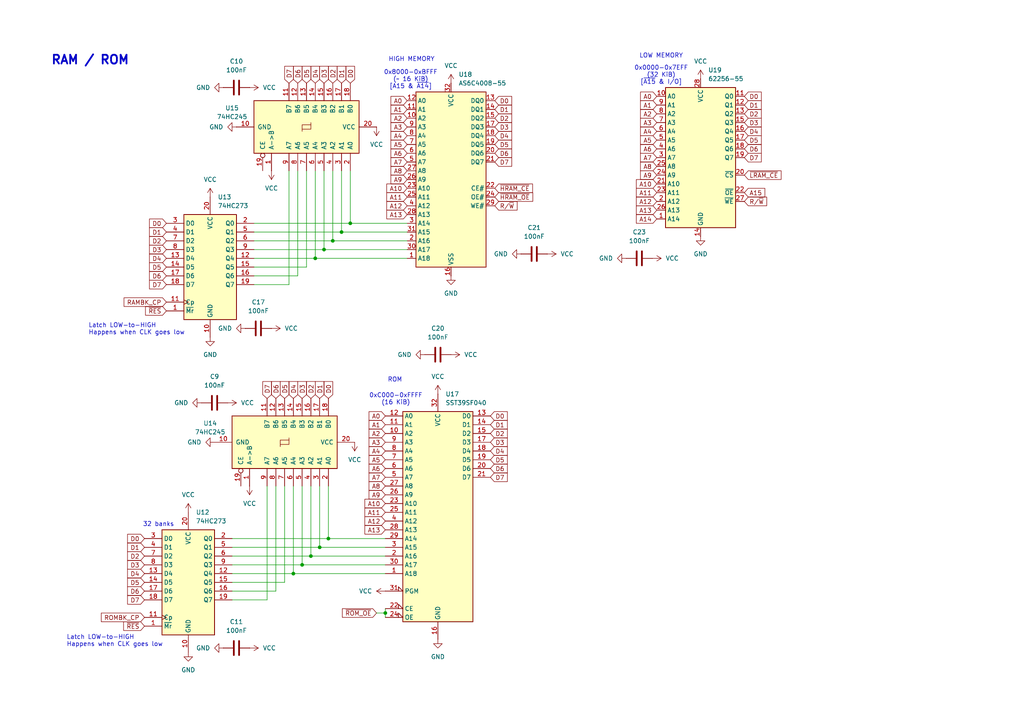
<source format=kicad_sch>
(kicad_sch
	(version 20250114)
	(generator "eeschema")
	(generator_version "9.0")
	(uuid "c9560f0a-6b0b-4af7-ac07-862a46fa0ca9")
	(paper "A4")
	(title_block
		(title "ByteCradle 6502 - RAM/ROM")
		(date "2025-01-25")
		(rev "1")
	)
	(lib_symbols
		(symbol "74xx:74AHC273"
			(exclude_from_sim no)
			(in_bom yes)
			(on_board yes)
			(property "Reference" "U"
				(at -7.62 16.51 0)
				(effects
					(font
						(size 1.27 1.27)
					)
				)
			)
			(property "Value" "74AHC273"
				(at -7.62 -16.51 0)
				(effects
					(font
						(size 1.27 1.27)
					)
				)
			)
			(property "Footprint" ""
				(at 0 0 0)
				(effects
					(font
						(size 1.27 1.27)
					)
					(hide yes)
				)
			)
			(property "Datasheet" "https://assets.nexperia.com/documents/data-sheet/74AHC_AHCT273.pdf"
				(at 0 0 0)
				(effects
					(font
						(size 1.27 1.27)
					)
					(hide yes)
				)
			)
			(property "Description" "8-bit D Flip-Flop, reset"
				(at 0 0 0)
				(effects
					(font
						(size 1.27 1.27)
					)
					(hide yes)
				)
			)
			(property "ki_keywords" "AHCMOS DFF DFF8"
				(at 0 0 0)
				(effects
					(font
						(size 1.27 1.27)
					)
					(hide yes)
				)
			)
			(property "ki_fp_filters" "DIP?20* SO?20* SOIC?20*"
				(at 0 0 0)
				(effects
					(font
						(size 1.27 1.27)
					)
					(hide yes)
				)
			)
			(symbol "74AHC273_1_0"
				(pin input line
					(at -12.7 12.7 0)
					(length 5.08)
					(name "D0"
						(effects
							(font
								(size 1.27 1.27)
							)
						)
					)
					(number "3"
						(effects
							(font
								(size 1.27 1.27)
							)
						)
					)
				)
				(pin input line
					(at -12.7 10.16 0)
					(length 5.08)
					(name "D1"
						(effects
							(font
								(size 1.27 1.27)
							)
						)
					)
					(number "4"
						(effects
							(font
								(size 1.27 1.27)
							)
						)
					)
				)
				(pin input line
					(at -12.7 7.62 0)
					(length 5.08)
					(name "D2"
						(effects
							(font
								(size 1.27 1.27)
							)
						)
					)
					(number "7"
						(effects
							(font
								(size 1.27 1.27)
							)
						)
					)
				)
				(pin input line
					(at -12.7 5.08 0)
					(length 5.08)
					(name "D3"
						(effects
							(font
								(size 1.27 1.27)
							)
						)
					)
					(number "8"
						(effects
							(font
								(size 1.27 1.27)
							)
						)
					)
				)
				(pin input line
					(at -12.7 2.54 0)
					(length 5.08)
					(name "D4"
						(effects
							(font
								(size 1.27 1.27)
							)
						)
					)
					(number "13"
						(effects
							(font
								(size 1.27 1.27)
							)
						)
					)
				)
				(pin input line
					(at -12.7 0 0)
					(length 5.08)
					(name "D5"
						(effects
							(font
								(size 1.27 1.27)
							)
						)
					)
					(number "14"
						(effects
							(font
								(size 1.27 1.27)
							)
						)
					)
				)
				(pin input line
					(at -12.7 -2.54 0)
					(length 5.08)
					(name "D6"
						(effects
							(font
								(size 1.27 1.27)
							)
						)
					)
					(number "17"
						(effects
							(font
								(size 1.27 1.27)
							)
						)
					)
				)
				(pin input line
					(at -12.7 -5.08 0)
					(length 5.08)
					(name "D7"
						(effects
							(font
								(size 1.27 1.27)
							)
						)
					)
					(number "18"
						(effects
							(font
								(size 1.27 1.27)
							)
						)
					)
				)
				(pin input clock
					(at -12.7 -10.16 0)
					(length 5.08)
					(name "Cp"
						(effects
							(font
								(size 1.27 1.27)
							)
						)
					)
					(number "11"
						(effects
							(font
								(size 1.27 1.27)
							)
						)
					)
				)
				(pin input line
					(at -12.7 -12.7 0)
					(length 5.08)
					(name "~{Mr}"
						(effects
							(font
								(size 1.27 1.27)
							)
						)
					)
					(number "1"
						(effects
							(font
								(size 1.27 1.27)
							)
						)
					)
				)
				(pin power_in line
					(at 0 20.32 270)
					(length 5.08)
					(name "VCC"
						(effects
							(font
								(size 1.27 1.27)
							)
						)
					)
					(number "20"
						(effects
							(font
								(size 1.27 1.27)
							)
						)
					)
				)
				(pin power_in line
					(at 0 -20.32 90)
					(length 5.08)
					(name "GND"
						(effects
							(font
								(size 1.27 1.27)
							)
						)
					)
					(number "10"
						(effects
							(font
								(size 1.27 1.27)
							)
						)
					)
				)
				(pin output line
					(at 12.7 12.7 180)
					(length 5.08)
					(name "Q0"
						(effects
							(font
								(size 1.27 1.27)
							)
						)
					)
					(number "2"
						(effects
							(font
								(size 1.27 1.27)
							)
						)
					)
				)
				(pin output line
					(at 12.7 10.16 180)
					(length 5.08)
					(name "Q1"
						(effects
							(font
								(size 1.27 1.27)
							)
						)
					)
					(number "5"
						(effects
							(font
								(size 1.27 1.27)
							)
						)
					)
				)
				(pin output line
					(at 12.7 7.62 180)
					(length 5.08)
					(name "Q2"
						(effects
							(font
								(size 1.27 1.27)
							)
						)
					)
					(number "6"
						(effects
							(font
								(size 1.27 1.27)
							)
						)
					)
				)
				(pin output line
					(at 12.7 5.08 180)
					(length 5.08)
					(name "Q3"
						(effects
							(font
								(size 1.27 1.27)
							)
						)
					)
					(number "9"
						(effects
							(font
								(size 1.27 1.27)
							)
						)
					)
				)
				(pin output line
					(at 12.7 2.54 180)
					(length 5.08)
					(name "Q4"
						(effects
							(font
								(size 1.27 1.27)
							)
						)
					)
					(number "12"
						(effects
							(font
								(size 1.27 1.27)
							)
						)
					)
				)
				(pin output line
					(at 12.7 0 180)
					(length 5.08)
					(name "Q5"
						(effects
							(font
								(size 1.27 1.27)
							)
						)
					)
					(number "15"
						(effects
							(font
								(size 1.27 1.27)
							)
						)
					)
				)
				(pin output line
					(at 12.7 -2.54 180)
					(length 5.08)
					(name "Q6"
						(effects
							(font
								(size 1.27 1.27)
							)
						)
					)
					(number "16"
						(effects
							(font
								(size 1.27 1.27)
							)
						)
					)
				)
				(pin output line
					(at 12.7 -5.08 180)
					(length 5.08)
					(name "Q7"
						(effects
							(font
								(size 1.27 1.27)
							)
						)
					)
					(number "19"
						(effects
							(font
								(size 1.27 1.27)
							)
						)
					)
				)
			)
			(symbol "74AHC273_1_1"
				(rectangle
					(start -7.62 15.24)
					(end 7.62 -15.24)
					(stroke
						(width 0.254)
						(type default)
					)
					(fill
						(type background)
					)
				)
			)
			(embedded_fonts no)
		)
		(symbol "74xx:74HC245"
			(pin_names
				(offset 1.016)
			)
			(exclude_from_sim no)
			(in_bom yes)
			(on_board yes)
			(property "Reference" "U"
				(at -7.62 16.51 0)
				(effects
					(font
						(size 1.27 1.27)
					)
				)
			)
			(property "Value" "74HC245"
				(at -7.62 -16.51 0)
				(effects
					(font
						(size 1.27 1.27)
					)
				)
			)
			(property "Footprint" ""
				(at 0 0 0)
				(effects
					(font
						(size 1.27 1.27)
					)
					(hide yes)
				)
			)
			(property "Datasheet" "http://www.ti.com/lit/gpn/sn74HC245"
				(at 0 0 0)
				(effects
					(font
						(size 1.27 1.27)
					)
					(hide yes)
				)
			)
			(property "Description" "Octal BUS Transceivers, 3-State outputs"
				(at 0 0 0)
				(effects
					(font
						(size 1.27 1.27)
					)
					(hide yes)
				)
			)
			(property "ki_locked" ""
				(at 0 0 0)
				(effects
					(font
						(size 1.27 1.27)
					)
				)
			)
			(property "ki_keywords" "HCMOS BUS 3State"
				(at 0 0 0)
				(effects
					(font
						(size 1.27 1.27)
					)
					(hide yes)
				)
			)
			(property "ki_fp_filters" "DIP?20*"
				(at 0 0 0)
				(effects
					(font
						(size 1.27 1.27)
					)
					(hide yes)
				)
			)
			(symbol "74HC245_1_0"
				(polyline
					(pts
						(xy -1.27 -1.27) (xy 0.635 -1.27) (xy 0.635 1.27) (xy 1.27 1.27)
					)
					(stroke
						(width 0)
						(type default)
					)
					(fill
						(type none)
					)
				)
				(polyline
					(pts
						(xy -0.635 -1.27) (xy -0.635 1.27) (xy 0.635 1.27)
					)
					(stroke
						(width 0)
						(type default)
					)
					(fill
						(type none)
					)
				)
				(pin tri_state line
					(at -12.7 12.7 0)
					(length 5.08)
					(name "A0"
						(effects
							(font
								(size 1.27 1.27)
							)
						)
					)
					(number "2"
						(effects
							(font
								(size 1.27 1.27)
							)
						)
					)
				)
				(pin tri_state line
					(at -12.7 10.16 0)
					(length 5.08)
					(name "A1"
						(effects
							(font
								(size 1.27 1.27)
							)
						)
					)
					(number "3"
						(effects
							(font
								(size 1.27 1.27)
							)
						)
					)
				)
				(pin tri_state line
					(at -12.7 7.62 0)
					(length 5.08)
					(name "A2"
						(effects
							(font
								(size 1.27 1.27)
							)
						)
					)
					(number "4"
						(effects
							(font
								(size 1.27 1.27)
							)
						)
					)
				)
				(pin tri_state line
					(at -12.7 5.08 0)
					(length 5.08)
					(name "A3"
						(effects
							(font
								(size 1.27 1.27)
							)
						)
					)
					(number "5"
						(effects
							(font
								(size 1.27 1.27)
							)
						)
					)
				)
				(pin tri_state line
					(at -12.7 2.54 0)
					(length 5.08)
					(name "A4"
						(effects
							(font
								(size 1.27 1.27)
							)
						)
					)
					(number "6"
						(effects
							(font
								(size 1.27 1.27)
							)
						)
					)
				)
				(pin tri_state line
					(at -12.7 0 0)
					(length 5.08)
					(name "A5"
						(effects
							(font
								(size 1.27 1.27)
							)
						)
					)
					(number "7"
						(effects
							(font
								(size 1.27 1.27)
							)
						)
					)
				)
				(pin tri_state line
					(at -12.7 -2.54 0)
					(length 5.08)
					(name "A6"
						(effects
							(font
								(size 1.27 1.27)
							)
						)
					)
					(number "8"
						(effects
							(font
								(size 1.27 1.27)
							)
						)
					)
				)
				(pin tri_state line
					(at -12.7 -5.08 0)
					(length 5.08)
					(name "A7"
						(effects
							(font
								(size 1.27 1.27)
							)
						)
					)
					(number "9"
						(effects
							(font
								(size 1.27 1.27)
							)
						)
					)
				)
				(pin input line
					(at -12.7 -10.16 0)
					(length 5.08)
					(name "A->B"
						(effects
							(font
								(size 1.27 1.27)
							)
						)
					)
					(number "1"
						(effects
							(font
								(size 1.27 1.27)
							)
						)
					)
				)
				(pin input inverted
					(at -12.7 -12.7 0)
					(length 5.08)
					(name "CE"
						(effects
							(font
								(size 1.27 1.27)
							)
						)
					)
					(number "19"
						(effects
							(font
								(size 1.27 1.27)
							)
						)
					)
				)
				(pin power_in line
					(at 0 20.32 270)
					(length 5.08)
					(name "VCC"
						(effects
							(font
								(size 1.27 1.27)
							)
						)
					)
					(number "20"
						(effects
							(font
								(size 1.27 1.27)
							)
						)
					)
				)
				(pin power_in line
					(at 0 -20.32 90)
					(length 5.08)
					(name "GND"
						(effects
							(font
								(size 1.27 1.27)
							)
						)
					)
					(number "10"
						(effects
							(font
								(size 1.27 1.27)
							)
						)
					)
				)
				(pin tri_state line
					(at 12.7 12.7 180)
					(length 5.08)
					(name "B0"
						(effects
							(font
								(size 1.27 1.27)
							)
						)
					)
					(number "18"
						(effects
							(font
								(size 1.27 1.27)
							)
						)
					)
				)
				(pin tri_state line
					(at 12.7 10.16 180)
					(length 5.08)
					(name "B1"
						(effects
							(font
								(size 1.27 1.27)
							)
						)
					)
					(number "17"
						(effects
							(font
								(size 1.27 1.27)
							)
						)
					)
				)
				(pin tri_state line
					(at 12.7 7.62 180)
					(length 5.08)
					(name "B2"
						(effects
							(font
								(size 1.27 1.27)
							)
						)
					)
					(number "16"
						(effects
							(font
								(size 1.27 1.27)
							)
						)
					)
				)
				(pin tri_state line
					(at 12.7 5.08 180)
					(length 5.08)
					(name "B3"
						(effects
							(font
								(size 1.27 1.27)
							)
						)
					)
					(number "15"
						(effects
							(font
								(size 1.27 1.27)
							)
						)
					)
				)
				(pin tri_state line
					(at 12.7 2.54 180)
					(length 5.08)
					(name "B4"
						(effects
							(font
								(size 1.27 1.27)
							)
						)
					)
					(number "14"
						(effects
							(font
								(size 1.27 1.27)
							)
						)
					)
				)
				(pin tri_state line
					(at 12.7 0 180)
					(length 5.08)
					(name "B5"
						(effects
							(font
								(size 1.27 1.27)
							)
						)
					)
					(number "13"
						(effects
							(font
								(size 1.27 1.27)
							)
						)
					)
				)
				(pin tri_state line
					(at 12.7 -2.54 180)
					(length 5.08)
					(name "B6"
						(effects
							(font
								(size 1.27 1.27)
							)
						)
					)
					(number "12"
						(effects
							(font
								(size 1.27 1.27)
							)
						)
					)
				)
				(pin tri_state line
					(at 12.7 -5.08 180)
					(length 5.08)
					(name "B7"
						(effects
							(font
								(size 1.27 1.27)
							)
						)
					)
					(number "11"
						(effects
							(font
								(size 1.27 1.27)
							)
						)
					)
				)
			)
			(symbol "74HC245_1_1"
				(rectangle
					(start -7.62 15.24)
					(end 7.62 -15.24)
					(stroke
						(width 0.254)
						(type default)
					)
					(fill
						(type background)
					)
				)
			)
			(embedded_fonts no)
		)
		(symbol "Device:C"
			(pin_numbers
				(hide yes)
			)
			(pin_names
				(offset 0.254)
			)
			(exclude_from_sim no)
			(in_bom yes)
			(on_board yes)
			(property "Reference" "C"
				(at 0.635 2.54 0)
				(effects
					(font
						(size 1.27 1.27)
					)
					(justify left)
				)
			)
			(property "Value" "C"
				(at 0.635 -2.54 0)
				(effects
					(font
						(size 1.27 1.27)
					)
					(justify left)
				)
			)
			(property "Footprint" ""
				(at 0.9652 -3.81 0)
				(effects
					(font
						(size 1.27 1.27)
					)
					(hide yes)
				)
			)
			(property "Datasheet" "~"
				(at 0 0 0)
				(effects
					(font
						(size 1.27 1.27)
					)
					(hide yes)
				)
			)
			(property "Description" "Unpolarized capacitor"
				(at 0 0 0)
				(effects
					(font
						(size 1.27 1.27)
					)
					(hide yes)
				)
			)
			(property "ki_keywords" "cap capacitor"
				(at 0 0 0)
				(effects
					(font
						(size 1.27 1.27)
					)
					(hide yes)
				)
			)
			(property "ki_fp_filters" "C_*"
				(at 0 0 0)
				(effects
					(font
						(size 1.27 1.27)
					)
					(hide yes)
				)
			)
			(symbol "C_0_1"
				(polyline
					(pts
						(xy -2.032 0.762) (xy 2.032 0.762)
					)
					(stroke
						(width 0.508)
						(type default)
					)
					(fill
						(type none)
					)
				)
				(polyline
					(pts
						(xy -2.032 -0.762) (xy 2.032 -0.762)
					)
					(stroke
						(width 0.508)
						(type default)
					)
					(fill
						(type none)
					)
				)
			)
			(symbol "C_1_1"
				(pin passive line
					(at 0 3.81 270)
					(length 2.794)
					(name "~"
						(effects
							(font
								(size 1.27 1.27)
							)
						)
					)
					(number "1"
						(effects
							(font
								(size 1.27 1.27)
							)
						)
					)
				)
				(pin passive line
					(at 0 -3.81 90)
					(length 2.794)
					(name "~"
						(effects
							(font
								(size 1.27 1.27)
							)
						)
					)
					(number "2"
						(effects
							(font
								(size 1.27 1.27)
							)
						)
					)
				)
			)
			(embedded_fonts no)
		)
		(symbol "Memory_Flash:SST39SF040"
			(exclude_from_sim no)
			(in_bom yes)
			(on_board yes)
			(property "Reference" "U"
				(at 2.54 33.02 0)
				(effects
					(font
						(size 1.27 1.27)
					)
				)
			)
			(property "Value" "SST39SF040"
				(at 0 -30.48 0)
				(effects
					(font
						(size 1.27 1.27)
					)
				)
			)
			(property "Footprint" ""
				(at 0 7.62 0)
				(effects
					(font
						(size 1.27 1.27)
					)
					(hide yes)
				)
			)
			(property "Datasheet" "http://ww1.microchip.com/downloads/en/DeviceDoc/25022B.pdf"
				(at 0 7.62 0)
				(effects
					(font
						(size 1.27 1.27)
					)
					(hide yes)
				)
			)
			(property "Description" "Silicon Storage Technology (SSF) 512k x 8 Flash ROM"
				(at 0 0 0)
				(effects
					(font
						(size 1.27 1.27)
					)
					(hide yes)
				)
			)
			(property "ki_keywords" "512k flash rom"
				(at 0 0 0)
				(effects
					(font
						(size 1.27 1.27)
					)
					(hide yes)
				)
			)
			(symbol "SST39SF040_0_0"
				(pin power_in line
					(at 0 36.83 270)
					(length 5.08)
					(name "VCC"
						(effects
							(font
								(size 1.27 1.27)
							)
						)
					)
					(number "32"
						(effects
							(font
								(size 1.27 1.27)
							)
						)
					)
				)
				(pin power_in line
					(at 0 -34.29 90)
					(length 5.08)
					(name "GND"
						(effects
							(font
								(size 1.27 1.27)
							)
						)
					)
					(number "16"
						(effects
							(font
								(size 1.27 1.27)
							)
						)
					)
				)
			)
			(symbol "SST39SF040_0_1"
				(rectangle
					(start -10.16 31.75)
					(end 10.16 -29.21)
					(stroke
						(width 0.254)
						(type default)
					)
					(fill
						(type background)
					)
				)
			)
			(symbol "SST39SF040_1_1"
				(pin input line
					(at -15.24 30.48 0)
					(length 5.08)
					(name "A0"
						(effects
							(font
								(size 1.27 1.27)
							)
						)
					)
					(number "12"
						(effects
							(font
								(size 1.27 1.27)
							)
						)
					)
				)
				(pin input line
					(at -15.24 27.94 0)
					(length 5.08)
					(name "A1"
						(effects
							(font
								(size 1.27 1.27)
							)
						)
					)
					(number "11"
						(effects
							(font
								(size 1.27 1.27)
							)
						)
					)
				)
				(pin input line
					(at -15.24 25.4 0)
					(length 5.08)
					(name "A2"
						(effects
							(font
								(size 1.27 1.27)
							)
						)
					)
					(number "10"
						(effects
							(font
								(size 1.27 1.27)
							)
						)
					)
				)
				(pin input line
					(at -15.24 22.86 0)
					(length 5.08)
					(name "A3"
						(effects
							(font
								(size 1.27 1.27)
							)
						)
					)
					(number "9"
						(effects
							(font
								(size 1.27 1.27)
							)
						)
					)
				)
				(pin input line
					(at -15.24 20.32 0)
					(length 5.08)
					(name "A4"
						(effects
							(font
								(size 1.27 1.27)
							)
						)
					)
					(number "8"
						(effects
							(font
								(size 1.27 1.27)
							)
						)
					)
				)
				(pin input line
					(at -15.24 17.78 0)
					(length 5.08)
					(name "A5"
						(effects
							(font
								(size 1.27 1.27)
							)
						)
					)
					(number "7"
						(effects
							(font
								(size 1.27 1.27)
							)
						)
					)
				)
				(pin input line
					(at -15.24 15.24 0)
					(length 5.08)
					(name "A6"
						(effects
							(font
								(size 1.27 1.27)
							)
						)
					)
					(number "6"
						(effects
							(font
								(size 1.27 1.27)
							)
						)
					)
				)
				(pin input line
					(at -15.24 12.7 0)
					(length 5.08)
					(name "A7"
						(effects
							(font
								(size 1.27 1.27)
							)
						)
					)
					(number "5"
						(effects
							(font
								(size 1.27 1.27)
							)
						)
					)
				)
				(pin input line
					(at -15.24 10.16 0)
					(length 5.08)
					(name "A8"
						(effects
							(font
								(size 1.27 1.27)
							)
						)
					)
					(number "27"
						(effects
							(font
								(size 1.27 1.27)
							)
						)
					)
				)
				(pin input line
					(at -15.24 7.62 0)
					(length 5.08)
					(name "A9"
						(effects
							(font
								(size 1.27 1.27)
							)
						)
					)
					(number "26"
						(effects
							(font
								(size 1.27 1.27)
							)
						)
					)
				)
				(pin input line
					(at -15.24 5.08 0)
					(length 5.08)
					(name "A10"
						(effects
							(font
								(size 1.27 1.27)
							)
						)
					)
					(number "23"
						(effects
							(font
								(size 1.27 1.27)
							)
						)
					)
				)
				(pin input line
					(at -15.24 2.54 0)
					(length 5.08)
					(name "A11"
						(effects
							(font
								(size 1.27 1.27)
							)
						)
					)
					(number "25"
						(effects
							(font
								(size 1.27 1.27)
							)
						)
					)
				)
				(pin input line
					(at -15.24 0 0)
					(length 5.08)
					(name "A12"
						(effects
							(font
								(size 1.27 1.27)
							)
						)
					)
					(number "4"
						(effects
							(font
								(size 1.27 1.27)
							)
						)
					)
				)
				(pin input line
					(at -15.24 -2.54 0)
					(length 5.08)
					(name "A13"
						(effects
							(font
								(size 1.27 1.27)
							)
						)
					)
					(number "28"
						(effects
							(font
								(size 1.27 1.27)
							)
						)
					)
				)
				(pin input line
					(at -15.24 -5.08 0)
					(length 5.08)
					(name "A14"
						(effects
							(font
								(size 1.27 1.27)
							)
						)
					)
					(number "29"
						(effects
							(font
								(size 1.27 1.27)
							)
						)
					)
				)
				(pin input line
					(at -15.24 -7.62 0)
					(length 5.08)
					(name "A15"
						(effects
							(font
								(size 1.27 1.27)
							)
						)
					)
					(number "3"
						(effects
							(font
								(size 1.27 1.27)
							)
						)
					)
				)
				(pin input line
					(at -15.24 -10.16 0)
					(length 5.08)
					(name "A16"
						(effects
							(font
								(size 1.27 1.27)
							)
						)
					)
					(number "2"
						(effects
							(font
								(size 1.27 1.27)
							)
						)
					)
				)
				(pin input line
					(at -15.24 -12.7 0)
					(length 5.08)
					(name "A17"
						(effects
							(font
								(size 1.27 1.27)
							)
						)
					)
					(number "30"
						(effects
							(font
								(size 1.27 1.27)
							)
						)
					)
				)
				(pin input line
					(at -15.24 -15.24 0)
					(length 5.08)
					(name "A18"
						(effects
							(font
								(size 1.27 1.27)
							)
						)
					)
					(number "1"
						(effects
							(font
								(size 1.27 1.27)
							)
						)
					)
				)
				(pin input input_low
					(at -15.24 -20.32 0)
					(length 5.08)
					(name "PGM"
						(effects
							(font
								(size 1.27 1.27)
							)
						)
					)
					(number "31"
						(effects
							(font
								(size 1.27 1.27)
							)
						)
					)
				)
				(pin input input_low
					(at -15.24 -25.4 0)
					(length 5.08)
					(name "CE"
						(effects
							(font
								(size 1.27 1.27)
							)
						)
					)
					(number "22"
						(effects
							(font
								(size 1.27 1.27)
							)
						)
					)
				)
				(pin input input_low
					(at -15.24 -27.94 0)
					(length 5.08)
					(name "OE"
						(effects
							(font
								(size 1.27 1.27)
							)
						)
					)
					(number "24"
						(effects
							(font
								(size 1.27 1.27)
							)
						)
					)
				)
				(pin tri_state line
					(at 15.24 30.48 180)
					(length 5.08)
					(name "D0"
						(effects
							(font
								(size 1.27 1.27)
							)
						)
					)
					(number "13"
						(effects
							(font
								(size 1.27 1.27)
							)
						)
					)
				)
				(pin tri_state line
					(at 15.24 27.94 180)
					(length 5.08)
					(name "D1"
						(effects
							(font
								(size 1.27 1.27)
							)
						)
					)
					(number "14"
						(effects
							(font
								(size 1.27 1.27)
							)
						)
					)
				)
				(pin tri_state line
					(at 15.24 25.4 180)
					(length 5.08)
					(name "D2"
						(effects
							(font
								(size 1.27 1.27)
							)
						)
					)
					(number "15"
						(effects
							(font
								(size 1.27 1.27)
							)
						)
					)
				)
				(pin tri_state line
					(at 15.24 22.86 180)
					(length 5.08)
					(name "D3"
						(effects
							(font
								(size 1.27 1.27)
							)
						)
					)
					(number "17"
						(effects
							(font
								(size 1.27 1.27)
							)
						)
					)
				)
				(pin tri_state line
					(at 15.24 20.32 180)
					(length 5.08)
					(name "D4"
						(effects
							(font
								(size 1.27 1.27)
							)
						)
					)
					(number "18"
						(effects
							(font
								(size 1.27 1.27)
							)
						)
					)
				)
				(pin tri_state line
					(at 15.24 17.78 180)
					(length 5.08)
					(name "D5"
						(effects
							(font
								(size 1.27 1.27)
							)
						)
					)
					(number "19"
						(effects
							(font
								(size 1.27 1.27)
							)
						)
					)
				)
				(pin tri_state line
					(at 15.24 15.24 180)
					(length 5.08)
					(name "D6"
						(effects
							(font
								(size 1.27 1.27)
							)
						)
					)
					(number "20"
						(effects
							(font
								(size 1.27 1.27)
							)
						)
					)
				)
				(pin tri_state line
					(at 15.24 12.7 180)
					(length 5.08)
					(name "D7"
						(effects
							(font
								(size 1.27 1.27)
							)
						)
					)
					(number "21"
						(effects
							(font
								(size 1.27 1.27)
							)
						)
					)
				)
			)
			(embedded_fonts no)
		)
		(symbol "Memory_RAM:AS6C4008-55PCN"
			(exclude_from_sim no)
			(in_bom yes)
			(on_board yes)
			(property "Reference" "U"
				(at -10.16 26.035 0)
				(effects
					(font
						(size 1.27 1.27)
					)
					(justify left bottom)
				)
			)
			(property "Value" "AS6C4008-55PCN"
				(at 2.54 26.035 0)
				(effects
					(font
						(size 1.27 1.27)
					)
					(justify left bottom)
				)
			)
			(property "Footprint" "Package_DIP:DIP-32_W15.24mm"
				(at 0 2.54 0)
				(effects
					(font
						(size 1.27 1.27)
					)
					(hide yes)
				)
			)
			(property "Datasheet" "https://www.alliancememory.com/wp-content/uploads/pdf/AS6C4008.pdf"
				(at 0 2.54 0)
				(effects
					(font
						(size 1.27 1.27)
					)
					(hide yes)
				)
			)
			(property "Description" "512K x 8 Low Power CMOS RAM, DIP-32"
				(at 0 0 0)
				(effects
					(font
						(size 1.27 1.27)
					)
					(hide yes)
				)
			)
			(property "ki_keywords" "RAM SRAM CMOS MEMORY"
				(at 0 0 0)
				(effects
					(font
						(size 1.27 1.27)
					)
					(hide yes)
				)
			)
			(property "ki_fp_filters" "DIP*W15.24mm*"
				(at 0 0 0)
				(effects
					(font
						(size 1.27 1.27)
					)
					(hide yes)
				)
			)
			(symbol "AS6C4008-55PCN_0_0"
				(pin power_in line
					(at 0 27.94 270)
					(length 2.54)
					(name "VCC"
						(effects
							(font
								(size 1.27 1.27)
							)
						)
					)
					(number "32"
						(effects
							(font
								(size 1.27 1.27)
							)
						)
					)
				)
				(pin power_in line
					(at 0 -27.94 90)
					(length 2.54)
					(name "VSS"
						(effects
							(font
								(size 1.27 1.27)
							)
						)
					)
					(number "16"
						(effects
							(font
								(size 1.27 1.27)
							)
						)
					)
				)
			)
			(symbol "AS6C4008-55PCN_0_1"
				(rectangle
					(start -10.16 25.4)
					(end 10.16 -25.4)
					(stroke
						(width 0.254)
						(type default)
					)
					(fill
						(type background)
					)
				)
			)
			(symbol "AS6C4008-55PCN_1_1"
				(pin input line
					(at -12.7 22.86 0)
					(length 2.54)
					(name "A0"
						(effects
							(font
								(size 1.27 1.27)
							)
						)
					)
					(number "12"
						(effects
							(font
								(size 1.27 1.27)
							)
						)
					)
				)
				(pin input line
					(at -12.7 20.32 0)
					(length 2.54)
					(name "A1"
						(effects
							(font
								(size 1.27 1.27)
							)
						)
					)
					(number "11"
						(effects
							(font
								(size 1.27 1.27)
							)
						)
					)
				)
				(pin input line
					(at -12.7 17.78 0)
					(length 2.54)
					(name "A2"
						(effects
							(font
								(size 1.27 1.27)
							)
						)
					)
					(number "10"
						(effects
							(font
								(size 1.27 1.27)
							)
						)
					)
				)
				(pin input line
					(at -12.7 15.24 0)
					(length 2.54)
					(name "A3"
						(effects
							(font
								(size 1.27 1.27)
							)
						)
					)
					(number "9"
						(effects
							(font
								(size 1.27 1.27)
							)
						)
					)
				)
				(pin input line
					(at -12.7 12.7 0)
					(length 2.54)
					(name "A4"
						(effects
							(font
								(size 1.27 1.27)
							)
						)
					)
					(number "8"
						(effects
							(font
								(size 1.27 1.27)
							)
						)
					)
				)
				(pin input line
					(at -12.7 10.16 0)
					(length 2.54)
					(name "A5"
						(effects
							(font
								(size 1.27 1.27)
							)
						)
					)
					(number "7"
						(effects
							(font
								(size 1.27 1.27)
							)
						)
					)
				)
				(pin input line
					(at -12.7 7.62 0)
					(length 2.54)
					(name "A6"
						(effects
							(font
								(size 1.27 1.27)
							)
						)
					)
					(number "6"
						(effects
							(font
								(size 1.27 1.27)
							)
						)
					)
				)
				(pin input line
					(at -12.7 5.08 0)
					(length 2.54)
					(name "A7"
						(effects
							(font
								(size 1.27 1.27)
							)
						)
					)
					(number "5"
						(effects
							(font
								(size 1.27 1.27)
							)
						)
					)
				)
				(pin input line
					(at -12.7 2.54 0)
					(length 2.54)
					(name "A8"
						(effects
							(font
								(size 1.27 1.27)
							)
						)
					)
					(number "27"
						(effects
							(font
								(size 1.27 1.27)
							)
						)
					)
				)
				(pin input line
					(at -12.7 0 0)
					(length 2.54)
					(name "A9"
						(effects
							(font
								(size 1.27 1.27)
							)
						)
					)
					(number "26"
						(effects
							(font
								(size 1.27 1.27)
							)
						)
					)
				)
				(pin input line
					(at -12.7 -2.54 0)
					(length 2.54)
					(name "A10"
						(effects
							(font
								(size 1.27 1.27)
							)
						)
					)
					(number "23"
						(effects
							(font
								(size 1.27 1.27)
							)
						)
					)
				)
				(pin input line
					(at -12.7 -5.08 0)
					(length 2.54)
					(name "A11"
						(effects
							(font
								(size 1.27 1.27)
							)
						)
					)
					(number "25"
						(effects
							(font
								(size 1.27 1.27)
							)
						)
					)
				)
				(pin input line
					(at -12.7 -7.62 0)
					(length 2.54)
					(name "A12"
						(effects
							(font
								(size 1.27 1.27)
							)
						)
					)
					(number "4"
						(effects
							(font
								(size 1.27 1.27)
							)
						)
					)
				)
				(pin input line
					(at -12.7 -10.16 0)
					(length 2.54)
					(name "A13"
						(effects
							(font
								(size 1.27 1.27)
							)
						)
					)
					(number "28"
						(effects
							(font
								(size 1.27 1.27)
							)
						)
					)
				)
				(pin input line
					(at -12.7 -12.7 0)
					(length 2.54)
					(name "A14"
						(effects
							(font
								(size 1.27 1.27)
							)
						)
					)
					(number "3"
						(effects
							(font
								(size 1.27 1.27)
							)
						)
					)
				)
				(pin input line
					(at -12.7 -15.24 0)
					(length 2.54)
					(name "A15"
						(effects
							(font
								(size 1.27 1.27)
							)
						)
					)
					(number "31"
						(effects
							(font
								(size 1.27 1.27)
							)
						)
					)
				)
				(pin input line
					(at -12.7 -17.78 0)
					(length 2.54)
					(name "A16"
						(effects
							(font
								(size 1.27 1.27)
							)
						)
					)
					(number "2"
						(effects
							(font
								(size 1.27 1.27)
							)
						)
					)
				)
				(pin input line
					(at -12.7 -20.32 0)
					(length 2.54)
					(name "A17"
						(effects
							(font
								(size 1.27 1.27)
							)
						)
					)
					(number "30"
						(effects
							(font
								(size 1.27 1.27)
							)
						)
					)
				)
				(pin input line
					(at -12.7 -22.86 0)
					(length 2.54)
					(name "A18"
						(effects
							(font
								(size 1.27 1.27)
							)
						)
					)
					(number "1"
						(effects
							(font
								(size 1.27 1.27)
							)
						)
					)
				)
				(pin tri_state line
					(at 12.7 22.86 180)
					(length 2.54)
					(name "DQ0"
						(effects
							(font
								(size 1.27 1.27)
							)
						)
					)
					(number "13"
						(effects
							(font
								(size 1.27 1.27)
							)
						)
					)
				)
				(pin tri_state line
					(at 12.7 20.32 180)
					(length 2.54)
					(name "DQ1"
						(effects
							(font
								(size 1.27 1.27)
							)
						)
					)
					(number "14"
						(effects
							(font
								(size 1.27 1.27)
							)
						)
					)
				)
				(pin tri_state line
					(at 12.7 17.78 180)
					(length 2.54)
					(name "DQ2"
						(effects
							(font
								(size 1.27 1.27)
							)
						)
					)
					(number "15"
						(effects
							(font
								(size 1.27 1.27)
							)
						)
					)
				)
				(pin tri_state line
					(at 12.7 15.24 180)
					(length 2.54)
					(name "DQ3"
						(effects
							(font
								(size 1.27 1.27)
							)
						)
					)
					(number "17"
						(effects
							(font
								(size 1.27 1.27)
							)
						)
					)
				)
				(pin tri_state line
					(at 12.7 12.7 180)
					(length 2.54)
					(name "DQ4"
						(effects
							(font
								(size 1.27 1.27)
							)
						)
					)
					(number "18"
						(effects
							(font
								(size 1.27 1.27)
							)
						)
					)
				)
				(pin tri_state line
					(at 12.7 10.16 180)
					(length 2.54)
					(name "DQ5"
						(effects
							(font
								(size 1.27 1.27)
							)
						)
					)
					(number "19"
						(effects
							(font
								(size 1.27 1.27)
							)
						)
					)
				)
				(pin tri_state line
					(at 12.7 7.62 180)
					(length 2.54)
					(name "DQ6"
						(effects
							(font
								(size 1.27 1.27)
							)
						)
					)
					(number "20"
						(effects
							(font
								(size 1.27 1.27)
							)
						)
					)
				)
				(pin tri_state line
					(at 12.7 5.08 180)
					(length 2.54)
					(name "DQ7"
						(effects
							(font
								(size 1.27 1.27)
							)
						)
					)
					(number "21"
						(effects
							(font
								(size 1.27 1.27)
							)
						)
					)
				)
				(pin input line
					(at 12.7 -2.54 180)
					(length 2.54)
					(name "CE#"
						(effects
							(font
								(size 1.27 1.27)
							)
						)
					)
					(number "22"
						(effects
							(font
								(size 1.27 1.27)
							)
						)
					)
				)
				(pin input line
					(at 12.7 -5.08 180)
					(length 2.54)
					(name "OE#"
						(effects
							(font
								(size 1.27 1.27)
							)
						)
					)
					(number "24"
						(effects
							(font
								(size 1.27 1.27)
							)
						)
					)
				)
				(pin input line
					(at 12.7 -7.62 180)
					(length 2.54)
					(name "WE#"
						(effects
							(font
								(size 1.27 1.27)
							)
						)
					)
					(number "29"
						(effects
							(font
								(size 1.27 1.27)
							)
						)
					)
				)
			)
			(embedded_fonts no)
		)
		(symbol "Memory_RAM:CY62256-70PC"
			(exclude_from_sim no)
			(in_bom yes)
			(on_board yes)
			(property "Reference" "U"
				(at -10.16 20.955 0)
				(effects
					(font
						(size 1.27 1.27)
					)
					(justify left bottom)
				)
			)
			(property "Value" "CY62256-70PC"
				(at 2.54 20.955 0)
				(effects
					(font
						(size 1.27 1.27)
					)
					(justify left bottom)
				)
			)
			(property "Footprint" "Package_DIP:DIP-28_W15.24mm"
				(at 0 -2.54 0)
				(effects
					(font
						(size 1.27 1.27)
					)
					(hide yes)
				)
			)
			(property "Datasheet" "https://ecee.colorado.edu/~mcclurel/Cypress_SRAM_CY62256.pdf"
				(at 0 -2.54 0)
				(effects
					(font
						(size 1.27 1.27)
					)
					(hide yes)
				)
			)
			(property "Description" "256K (32K x 8) Static RAM, 70ns, DIP-28"
				(at 0 0 0)
				(effects
					(font
						(size 1.27 1.27)
					)
					(hide yes)
				)
			)
			(property "ki_keywords" "RAM SRAM CMOS MEMORY"
				(at 0 0 0)
				(effects
					(font
						(size 1.27 1.27)
					)
					(hide yes)
				)
			)
			(property "ki_fp_filters" "DIP*W15.24mm*"
				(at 0 0 0)
				(effects
					(font
						(size 1.27 1.27)
					)
					(hide yes)
				)
			)
			(symbol "CY62256-70PC_0_0"
				(pin power_in line
					(at 0 22.86 270)
					(length 2.54)
					(name "VCC"
						(effects
							(font
								(size 1.27 1.27)
							)
						)
					)
					(number "28"
						(effects
							(font
								(size 1.27 1.27)
							)
						)
					)
				)
				(pin power_in line
					(at 0 -22.86 90)
					(length 2.54)
					(name "GND"
						(effects
							(font
								(size 1.27 1.27)
							)
						)
					)
					(number "14"
						(effects
							(font
								(size 1.27 1.27)
							)
						)
					)
				)
			)
			(symbol "CY62256-70PC_0_1"
				(rectangle
					(start -10.16 20.32)
					(end 10.16 -20.32)
					(stroke
						(width 0.254)
						(type default)
					)
					(fill
						(type background)
					)
				)
			)
			(symbol "CY62256-70PC_1_1"
				(pin input line
					(at -12.7 17.78 0)
					(length 2.54)
					(name "A0"
						(effects
							(font
								(size 1.27 1.27)
							)
						)
					)
					(number "10"
						(effects
							(font
								(size 1.27 1.27)
							)
						)
					)
				)
				(pin input line
					(at -12.7 15.24 0)
					(length 2.54)
					(name "A1"
						(effects
							(font
								(size 1.27 1.27)
							)
						)
					)
					(number "9"
						(effects
							(font
								(size 1.27 1.27)
							)
						)
					)
				)
				(pin input line
					(at -12.7 12.7 0)
					(length 2.54)
					(name "A2"
						(effects
							(font
								(size 1.27 1.27)
							)
						)
					)
					(number "8"
						(effects
							(font
								(size 1.27 1.27)
							)
						)
					)
				)
				(pin input line
					(at -12.7 10.16 0)
					(length 2.54)
					(name "A3"
						(effects
							(font
								(size 1.27 1.27)
							)
						)
					)
					(number "7"
						(effects
							(font
								(size 1.27 1.27)
							)
						)
					)
				)
				(pin input line
					(at -12.7 7.62 0)
					(length 2.54)
					(name "A4"
						(effects
							(font
								(size 1.27 1.27)
							)
						)
					)
					(number "6"
						(effects
							(font
								(size 1.27 1.27)
							)
						)
					)
				)
				(pin input line
					(at -12.7 5.08 0)
					(length 2.54)
					(name "A5"
						(effects
							(font
								(size 1.27 1.27)
							)
						)
					)
					(number "5"
						(effects
							(font
								(size 1.27 1.27)
							)
						)
					)
				)
				(pin input line
					(at -12.7 2.54 0)
					(length 2.54)
					(name "A6"
						(effects
							(font
								(size 1.27 1.27)
							)
						)
					)
					(number "4"
						(effects
							(font
								(size 1.27 1.27)
							)
						)
					)
				)
				(pin input line
					(at -12.7 0 0)
					(length 2.54)
					(name "A7"
						(effects
							(font
								(size 1.27 1.27)
							)
						)
					)
					(number "3"
						(effects
							(font
								(size 1.27 1.27)
							)
						)
					)
				)
				(pin input line
					(at -12.7 -2.54 0)
					(length 2.54)
					(name "A8"
						(effects
							(font
								(size 1.27 1.27)
							)
						)
					)
					(number "25"
						(effects
							(font
								(size 1.27 1.27)
							)
						)
					)
				)
				(pin input line
					(at -12.7 -5.08 0)
					(length 2.54)
					(name "A9"
						(effects
							(font
								(size 1.27 1.27)
							)
						)
					)
					(number "24"
						(effects
							(font
								(size 1.27 1.27)
							)
						)
					)
				)
				(pin input line
					(at -12.7 -7.62 0)
					(length 2.54)
					(name "A10"
						(effects
							(font
								(size 1.27 1.27)
							)
						)
					)
					(number "21"
						(effects
							(font
								(size 1.27 1.27)
							)
						)
					)
				)
				(pin input line
					(at -12.7 -10.16 0)
					(length 2.54)
					(name "A11"
						(effects
							(font
								(size 1.27 1.27)
							)
						)
					)
					(number "23"
						(effects
							(font
								(size 1.27 1.27)
							)
						)
					)
				)
				(pin input line
					(at -12.7 -12.7 0)
					(length 2.54)
					(name "A12"
						(effects
							(font
								(size 1.27 1.27)
							)
						)
					)
					(number "2"
						(effects
							(font
								(size 1.27 1.27)
							)
						)
					)
				)
				(pin input line
					(at -12.7 -15.24 0)
					(length 2.54)
					(name "A13"
						(effects
							(font
								(size 1.27 1.27)
							)
						)
					)
					(number "26"
						(effects
							(font
								(size 1.27 1.27)
							)
						)
					)
				)
				(pin input line
					(at -12.7 -17.78 0)
					(length 2.54)
					(name "A14"
						(effects
							(font
								(size 1.27 1.27)
							)
						)
					)
					(number "1"
						(effects
							(font
								(size 1.27 1.27)
							)
						)
					)
				)
				(pin tri_state line
					(at 12.7 17.78 180)
					(length 2.54)
					(name "Q0"
						(effects
							(font
								(size 1.27 1.27)
							)
						)
					)
					(number "11"
						(effects
							(font
								(size 1.27 1.27)
							)
						)
					)
				)
				(pin tri_state line
					(at 12.7 15.24 180)
					(length 2.54)
					(name "Q1"
						(effects
							(font
								(size 1.27 1.27)
							)
						)
					)
					(number "12"
						(effects
							(font
								(size 1.27 1.27)
							)
						)
					)
				)
				(pin tri_state line
					(at 12.7 12.7 180)
					(length 2.54)
					(name "Q2"
						(effects
							(font
								(size 1.27 1.27)
							)
						)
					)
					(number "13"
						(effects
							(font
								(size 1.27 1.27)
							)
						)
					)
				)
				(pin tri_state line
					(at 12.7 10.16 180)
					(length 2.54)
					(name "Q3"
						(effects
							(font
								(size 1.27 1.27)
							)
						)
					)
					(number "15"
						(effects
							(font
								(size 1.27 1.27)
							)
						)
					)
				)
				(pin tri_state line
					(at 12.7 7.62 180)
					(length 2.54)
					(name "Q4"
						(effects
							(font
								(size 1.27 1.27)
							)
						)
					)
					(number "16"
						(effects
							(font
								(size 1.27 1.27)
							)
						)
					)
				)
				(pin tri_state line
					(at 12.7 5.08 180)
					(length 2.54)
					(name "Q5"
						(effects
							(font
								(size 1.27 1.27)
							)
						)
					)
					(number "17"
						(effects
							(font
								(size 1.27 1.27)
							)
						)
					)
				)
				(pin tri_state line
					(at 12.7 2.54 180)
					(length 2.54)
					(name "Q6"
						(effects
							(font
								(size 1.27 1.27)
							)
						)
					)
					(number "18"
						(effects
							(font
								(size 1.27 1.27)
							)
						)
					)
				)
				(pin tri_state line
					(at 12.7 0 180)
					(length 2.54)
					(name "Q7"
						(effects
							(font
								(size 1.27 1.27)
							)
						)
					)
					(number "19"
						(effects
							(font
								(size 1.27 1.27)
							)
						)
					)
				)
				(pin input line
					(at 12.7 -5.08 180)
					(length 2.54)
					(name "~{CS}"
						(effects
							(font
								(size 1.27 1.27)
							)
						)
					)
					(number "20"
						(effects
							(font
								(size 1.27 1.27)
							)
						)
					)
				)
				(pin input line
					(at 12.7 -10.16 180)
					(length 2.54)
					(name "~{OE}"
						(effects
							(font
								(size 1.27 1.27)
							)
						)
					)
					(number "22"
						(effects
							(font
								(size 1.27 1.27)
							)
						)
					)
				)
				(pin input line
					(at 12.7 -12.7 180)
					(length 2.54)
					(name "~{WE}"
						(effects
							(font
								(size 1.27 1.27)
							)
						)
					)
					(number "27"
						(effects
							(font
								(size 1.27 1.27)
							)
						)
					)
				)
			)
			(embedded_fonts no)
		)
		(symbol "power:GND"
			(power)
			(pin_numbers
				(hide yes)
			)
			(pin_names
				(offset 0)
				(hide yes)
			)
			(exclude_from_sim no)
			(in_bom yes)
			(on_board yes)
			(property "Reference" "#PWR"
				(at 0 -6.35 0)
				(effects
					(font
						(size 1.27 1.27)
					)
					(hide yes)
				)
			)
			(property "Value" "GND"
				(at 0 -3.81 0)
				(effects
					(font
						(size 1.27 1.27)
					)
				)
			)
			(property "Footprint" ""
				(at 0 0 0)
				(effects
					(font
						(size 1.27 1.27)
					)
					(hide yes)
				)
			)
			(property "Datasheet" ""
				(at 0 0 0)
				(effects
					(font
						(size 1.27 1.27)
					)
					(hide yes)
				)
			)
			(property "Description" "Power symbol creates a global label with name \"GND\" , ground"
				(at 0 0 0)
				(effects
					(font
						(size 1.27 1.27)
					)
					(hide yes)
				)
			)
			(property "ki_keywords" "global power"
				(at 0 0 0)
				(effects
					(font
						(size 1.27 1.27)
					)
					(hide yes)
				)
			)
			(symbol "GND_0_1"
				(polyline
					(pts
						(xy 0 0) (xy 0 -1.27) (xy 1.27 -1.27) (xy 0 -2.54) (xy -1.27 -1.27) (xy 0 -1.27)
					)
					(stroke
						(width 0)
						(type default)
					)
					(fill
						(type none)
					)
				)
			)
			(symbol "GND_1_1"
				(pin power_in line
					(at 0 0 270)
					(length 0)
					(name "~"
						(effects
							(font
								(size 1.27 1.27)
							)
						)
					)
					(number "1"
						(effects
							(font
								(size 1.27 1.27)
							)
						)
					)
				)
			)
			(embedded_fonts no)
		)
		(symbol "power:VCC"
			(power)
			(pin_numbers
				(hide yes)
			)
			(pin_names
				(offset 0)
				(hide yes)
			)
			(exclude_from_sim no)
			(in_bom yes)
			(on_board yes)
			(property "Reference" "#PWR"
				(at 0 -3.81 0)
				(effects
					(font
						(size 1.27 1.27)
					)
					(hide yes)
				)
			)
			(property "Value" "VCC"
				(at 0 3.556 0)
				(effects
					(font
						(size 1.27 1.27)
					)
				)
			)
			(property "Footprint" ""
				(at 0 0 0)
				(effects
					(font
						(size 1.27 1.27)
					)
					(hide yes)
				)
			)
			(property "Datasheet" ""
				(at 0 0 0)
				(effects
					(font
						(size 1.27 1.27)
					)
					(hide yes)
				)
			)
			(property "Description" "Power symbol creates a global label with name \"VCC\""
				(at 0 0 0)
				(effects
					(font
						(size 1.27 1.27)
					)
					(hide yes)
				)
			)
			(property "ki_keywords" "global power"
				(at 0 0 0)
				(effects
					(font
						(size 1.27 1.27)
					)
					(hide yes)
				)
			)
			(symbol "VCC_0_1"
				(polyline
					(pts
						(xy -0.762 1.27) (xy 0 2.54)
					)
					(stroke
						(width 0)
						(type default)
					)
					(fill
						(type none)
					)
				)
				(polyline
					(pts
						(xy 0 2.54) (xy 0.762 1.27)
					)
					(stroke
						(width 0)
						(type default)
					)
					(fill
						(type none)
					)
				)
				(polyline
					(pts
						(xy 0 0) (xy 0 2.54)
					)
					(stroke
						(width 0)
						(type default)
					)
					(fill
						(type none)
					)
				)
			)
			(symbol "VCC_1_1"
				(pin power_in line
					(at 0 0 90)
					(length 0)
					(name "~"
						(effects
							(font
								(size 1.27 1.27)
							)
						)
					)
					(number "1"
						(effects
							(font
								(size 1.27 1.27)
							)
						)
					)
				)
			)
			(embedded_fonts no)
		)
	)
	(text "0x8000-0xBFFF\n(~ 16 KiB)\n[A15 & ~{A14}]"
		(exclude_from_sim no)
		(at 119.126 23.114 0)
		(effects
			(font
				(size 1.27 1.27)
			)
		)
		(uuid "09c79158-5192-40da-9cca-e56bffe89ed4")
	)
	(text "0xC000-0xFFFF\n(16 KiB)"
		(exclude_from_sim no)
		(at 114.808 115.824 0)
		(effects
			(font
				(size 1.27 1.27)
			)
		)
		(uuid "0ceeb414-2aa9-4274-aa0b-3419b4a624cd")
	)
	(text "RAM / ROM"
		(exclude_from_sim no)
		(at 26.162 17.526 0)
		(effects
			(font
				(size 2.54 2.54)
				(thickness 0.508)
				(bold yes)
			)
		)
		(uuid "104446e1-e1e3-48f4-9279-dcaf3e660ada")
	)
	(text "ROM"
		(exclude_from_sim no)
		(at 114.554 110.236 0)
		(effects
			(font
				(size 1.27 1.27)
			)
		)
		(uuid "415d9e65-662d-4280-aaa5-3f76cb057cb5")
	)
	(text "0x0000-0x7EFF\n(32 KiB)\n[~{A15} & I/O]"
		(exclude_from_sim no)
		(at 191.77 21.844 0)
		(effects
			(font
				(size 1.27 1.27)
			)
		)
		(uuid "63bed965-1c41-4a08-87d7-5c9ee1f8f359")
	)
	(text "32 banks"
		(exclude_from_sim no)
		(at 45.974 152.146 0)
		(effects
			(font
				(size 1.27 1.27)
			)
		)
		(uuid "68329df3-0355-4856-9d23-96533e5b0445")
	)
	(text "HIGH MEMORY"
		(exclude_from_sim no)
		(at 119.38 17.272 0)
		(effects
			(font
				(size 1.27 1.27)
			)
		)
		(uuid "6d6e91f6-a3a8-4efb-a3f9-c130d9c28565")
	)
	(text "Latch LOW-to-HIGH\nHappens when CLK goes low"
		(exclude_from_sim no)
		(at 25.654 95.504 0)
		(effects
			(font
				(size 1.27 1.27)
			)
			(justify left)
		)
		(uuid "6f093eb0-c847-4c63-9e6d-d6b0c21c2a4e")
	)
	(text "Latch LOW-to-HIGH\nHappens when CLK goes low"
		(exclude_from_sim no)
		(at 19.304 185.928 0)
		(effects
			(font
				(size 1.27 1.27)
			)
			(justify left)
		)
		(uuid "7dd798b4-68e3-431f-bc55-4807163bbf75")
	)
	(text "LOW MEMORY"
		(exclude_from_sim no)
		(at 191.77 16.256 0)
		(effects
			(font
				(size 1.27 1.27)
			)
		)
		(uuid "ec45cc6d-e3e8-4d9c-8de2-5f340b2aba50")
	)
	(junction
		(at 96.52 69.85)
		(diameter 0)
		(color 0 0 0 0)
		(uuid "1224e1e4-b87c-4670-ac8e-10c53ac265c6")
	)
	(junction
		(at 101.6 64.77)
		(diameter 0)
		(color 0 0 0 0)
		(uuid "1a7718cc-e94c-435c-8a2f-79b40384e8c4")
	)
	(junction
		(at 99.06 67.31)
		(diameter 0)
		(color 0 0 0 0)
		(uuid "387e0572-8f75-44ad-869b-644730b812a8")
	)
	(junction
		(at 90.17 161.29)
		(diameter 0)
		(color 0 0 0 0)
		(uuid "5b7f56be-262d-4664-9d64-5cb68fb07c50")
	)
	(junction
		(at 85.09 166.37)
		(diameter 0)
		(color 0 0 0 0)
		(uuid "89621365-242b-4208-9a1f-ac33acee8197")
	)
	(junction
		(at 95.25 156.21)
		(diameter 0)
		(color 0 0 0 0)
		(uuid "89e8ba8b-c409-4fe3-9c1c-05299a754fee")
	)
	(junction
		(at 87.63 163.83)
		(diameter 0)
		(color 0 0 0 0)
		(uuid "8ae114d7-c460-49f6-a96e-bc7aba5f779d")
	)
	(junction
		(at 91.44 74.93)
		(diameter 0)
		(color 0 0 0 0)
		(uuid "ad366104-3755-4ae0-854d-0fe301169453")
	)
	(junction
		(at 92.71 158.75)
		(diameter 0)
		(color 0 0 0 0)
		(uuid "b688258e-3f60-43b6-92ce-a55f10ff9b7b")
	)
	(junction
		(at 111.76 177.8)
		(diameter 0)
		(color 0 0 0 0)
		(uuid "bf5b4ea5-5a28-4b27-8408-ccab9d389ef1")
	)
	(junction
		(at 93.98 72.39)
		(diameter 0)
		(color 0 0 0 0)
		(uuid "c3e73098-2aa4-41eb-9a39-9a4df86482e9")
	)
	(wire
		(pts
			(xy 80.01 140.97) (xy 80.01 171.45)
		)
		(stroke
			(width 0)
			(type default)
		)
		(uuid "06a5e960-0d6a-4438-9c2c-f56f84c19779")
	)
	(wire
		(pts
			(xy 101.6 64.77) (xy 118.11 64.77)
		)
		(stroke
			(width 0)
			(type default)
		)
		(uuid "073ee160-cf24-4adc-9149-5758e30af9ed")
	)
	(wire
		(pts
			(xy 90.17 161.29) (xy 111.76 161.29)
		)
		(stroke
			(width 0)
			(type default)
		)
		(uuid "090b3777-2718-43bc-95f9-f46d9a2e9d37")
	)
	(wire
		(pts
			(xy 99.06 67.31) (xy 118.11 67.31)
		)
		(stroke
			(width 0)
			(type default)
		)
		(uuid "0f2b78d4-1915-401b-b1f4-4619800fce5b")
	)
	(wire
		(pts
			(xy 99.06 49.53) (xy 99.06 67.31)
		)
		(stroke
			(width 0)
			(type default)
		)
		(uuid "11d13e5b-61e8-44d5-829d-89fbac8b4b5c")
	)
	(wire
		(pts
			(xy 73.66 82.55) (xy 83.82 82.55)
		)
		(stroke
			(width 0)
			(type default)
		)
		(uuid "15767c2b-9815-4457-8666-93f17e782ec4")
	)
	(wire
		(pts
			(xy 67.31 158.75) (xy 92.71 158.75)
		)
		(stroke
			(width 0)
			(type default)
		)
		(uuid "15a2749a-5695-47b4-9f73-dc208f1248c9")
	)
	(wire
		(pts
			(xy 73.66 64.77) (xy 101.6 64.77)
		)
		(stroke
			(width 0)
			(type default)
		)
		(uuid "1ab7aff3-f769-4816-aa6b-15038f2ccc74")
	)
	(wire
		(pts
			(xy 86.36 49.53) (xy 86.36 80.01)
		)
		(stroke
			(width 0)
			(type default)
		)
		(uuid "215b9ee8-d963-4274-bf2a-c20340e34774")
	)
	(wire
		(pts
			(xy 73.66 74.93) (xy 91.44 74.93)
		)
		(stroke
			(width 0)
			(type default)
		)
		(uuid "255328bb-0ec4-41c2-aee4-e99c58b97338")
	)
	(wire
		(pts
			(xy 67.31 168.91) (xy 82.55 168.91)
		)
		(stroke
			(width 0)
			(type default)
		)
		(uuid "255cd64e-ab5d-49d2-9644-2c1a78a8bf81")
	)
	(wire
		(pts
			(xy 95.25 156.21) (xy 111.76 156.21)
		)
		(stroke
			(width 0)
			(type default)
		)
		(uuid "2c6a313c-6693-427d-87be-82200426d225")
	)
	(wire
		(pts
			(xy 93.98 72.39) (xy 118.11 72.39)
		)
		(stroke
			(width 0)
			(type default)
		)
		(uuid "355a347c-f2d3-4c70-8d8a-238ecb26add1")
	)
	(wire
		(pts
			(xy 93.98 49.53) (xy 93.98 72.39)
		)
		(stroke
			(width 0)
			(type default)
		)
		(uuid "3a2e77d3-3642-4166-b605-27322ab2ff82")
	)
	(wire
		(pts
			(xy 73.66 69.85) (xy 96.52 69.85)
		)
		(stroke
			(width 0)
			(type default)
		)
		(uuid "43adc929-8c0f-4950-bf4c-254455d624cb")
	)
	(wire
		(pts
			(xy 96.52 49.53) (xy 96.52 69.85)
		)
		(stroke
			(width 0)
			(type default)
		)
		(uuid "4641f679-0699-419b-ad06-4c4892c99e8a")
	)
	(wire
		(pts
			(xy 67.31 163.83) (xy 87.63 163.83)
		)
		(stroke
			(width 0)
			(type default)
		)
		(uuid "4a03749e-78f1-48d0-8e05-a1f7d2a0287d")
	)
	(wire
		(pts
			(xy 73.66 67.31) (xy 99.06 67.31)
		)
		(stroke
			(width 0)
			(type default)
		)
		(uuid "4b3a5a5a-e798-42c4-91b1-b1eeabdfbf27")
	)
	(wire
		(pts
			(xy 67.31 156.21) (xy 95.25 156.21)
		)
		(stroke
			(width 0)
			(type default)
		)
		(uuid "51239bd7-256e-4f9d-812f-e93c389d84f8")
	)
	(wire
		(pts
			(xy 67.31 166.37) (xy 85.09 166.37)
		)
		(stroke
			(width 0)
			(type default)
		)
		(uuid "640806d9-1eb3-4c8b-bff4-0861524b3a23")
	)
	(wire
		(pts
			(xy 87.63 163.83) (xy 111.76 163.83)
		)
		(stroke
			(width 0)
			(type default)
		)
		(uuid "6929b875-2ca4-4130-8c11-a1a6a4f07117")
	)
	(wire
		(pts
			(xy 92.71 158.75) (xy 111.76 158.75)
		)
		(stroke
			(width 0)
			(type default)
		)
		(uuid "7726cf6c-7b6f-4105-9f3e-53b150b872d8")
	)
	(wire
		(pts
			(xy 67.31 173.99) (xy 77.47 173.99)
		)
		(stroke
			(width 0)
			(type default)
		)
		(uuid "8414bbd5-fa9b-4436-b9e7-95da6e834382")
	)
	(wire
		(pts
			(xy 88.9 49.53) (xy 88.9 77.47)
		)
		(stroke
			(width 0)
			(type default)
		)
		(uuid "8610a141-0483-47d5-a2e3-2f572be1e55e")
	)
	(wire
		(pts
			(xy 109.22 177.8) (xy 111.76 177.8)
		)
		(stroke
			(width 0)
			(type default)
		)
		(uuid "86a0114a-4d4b-4b19-97ea-7686aa371aed")
	)
	(wire
		(pts
			(xy 82.55 140.97) (xy 82.55 168.91)
		)
		(stroke
			(width 0)
			(type default)
		)
		(uuid "93115a4e-c0c0-4a60-9435-2f486fae6a93")
	)
	(wire
		(pts
			(xy 67.31 171.45) (xy 80.01 171.45)
		)
		(stroke
			(width 0)
			(type default)
		)
		(uuid "953de1f3-c061-45c0-8ee4-7970c36b2c77")
	)
	(wire
		(pts
			(xy 91.44 49.53) (xy 91.44 74.93)
		)
		(stroke
			(width 0)
			(type default)
		)
		(uuid "9a978052-2b01-4d72-9595-5595c672c335")
	)
	(wire
		(pts
			(xy 101.6 49.53) (xy 101.6 64.77)
		)
		(stroke
			(width 0)
			(type default)
		)
		(uuid "9ccf0bdc-9ac6-4e80-bd6f-268e6d49e564")
	)
	(wire
		(pts
			(xy 73.66 72.39) (xy 93.98 72.39)
		)
		(stroke
			(width 0)
			(type default)
		)
		(uuid "a5ef0576-2d81-4411-b1f6-a4c359029aad")
	)
	(wire
		(pts
			(xy 111.76 177.8) (xy 111.76 179.07)
		)
		(stroke
			(width 0)
			(type default)
		)
		(uuid "a924c25b-2bdd-4b17-88ca-0951206f98bc")
	)
	(wire
		(pts
			(xy 91.44 74.93) (xy 118.11 74.93)
		)
		(stroke
			(width 0)
			(type default)
		)
		(uuid "ab4fd637-36fe-43c0-89d5-a8abe0ad7ee2")
	)
	(wire
		(pts
			(xy 95.25 140.97) (xy 95.25 156.21)
		)
		(stroke
			(width 0)
			(type default)
		)
		(uuid "ae4d57b6-2e17-4c55-bbb7-f5f7b5a7507e")
	)
	(wire
		(pts
			(xy 111.76 177.8) (xy 111.76 176.53)
		)
		(stroke
			(width 0)
			(type default)
		)
		(uuid "af63c578-7d57-41e2-8cd6-fb9061e2089b")
	)
	(wire
		(pts
			(xy 77.47 140.97) (xy 77.47 173.99)
		)
		(stroke
			(width 0)
			(type default)
		)
		(uuid "c23b4065-7bf9-4ea5-93ed-232a4884598a")
	)
	(polyline
		(pts
			(xy 578.612 187.706) (xy 578.612 13.208)
		)
		(stroke
			(width 0)
			(type default)
		)
		(uuid "c79ee420-ed14-4c7a-90e7-3ed83a908419")
	)
	(wire
		(pts
			(xy 96.52 69.85) (xy 118.11 69.85)
		)
		(stroke
			(width 0)
			(type default)
		)
		(uuid "c988d1d7-7209-4a55-bf0d-f97e2ee879e7")
	)
	(wire
		(pts
			(xy 83.82 49.53) (xy 83.82 82.55)
		)
		(stroke
			(width 0)
			(type default)
		)
		(uuid "c9ac3896-8c85-4b4e-999a-a04d56c7c0c2")
	)
	(wire
		(pts
			(xy 92.71 140.97) (xy 92.71 158.75)
		)
		(stroke
			(width 0)
			(type default)
		)
		(uuid "d1634518-308c-4f98-b30d-fd60a18fa1d5")
	)
	(wire
		(pts
			(xy 73.66 80.01) (xy 86.36 80.01)
		)
		(stroke
			(width 0)
			(type default)
		)
		(uuid "d2665bb1-ab3d-4bd7-bc12-c75c663c0e86")
	)
	(wire
		(pts
			(xy 90.17 140.97) (xy 90.17 161.29)
		)
		(stroke
			(width 0)
			(type default)
		)
		(uuid "d67ea94a-808a-4760-9b61-d42a89810c4d")
	)
	(wire
		(pts
			(xy 85.09 140.97) (xy 85.09 166.37)
		)
		(stroke
			(width 0)
			(type default)
		)
		(uuid "eb4e36f9-05ae-4219-95f6-a839587f92c8")
	)
	(wire
		(pts
			(xy 73.66 77.47) (xy 88.9 77.47)
		)
		(stroke
			(width 0)
			(type default)
		)
		(uuid "ed14aaec-c256-40b8-b0ed-ad850bedcf03")
	)
	(wire
		(pts
			(xy 87.63 140.97) (xy 87.63 163.83)
		)
		(stroke
			(width 0)
			(type default)
		)
		(uuid "ef6525d5-fd97-480d-8873-e87b7884992b")
	)
	(wire
		(pts
			(xy 67.31 161.29) (xy 90.17 161.29)
		)
		(stroke
			(width 0)
			(type default)
		)
		(uuid "f9fd232f-6d12-4066-92cd-774280f3f4ad")
	)
	(wire
		(pts
			(xy 85.09 166.37) (xy 111.76 166.37)
		)
		(stroke
			(width 0)
			(type default)
		)
		(uuid "fc550a29-aa98-48c5-a1cd-6af473960fd1")
	)
	(global_label "A12"
		(shape input)
		(at 111.76 151.13 180)
		(fields_autoplaced yes)
		(effects
			(font
				(size 1.27 1.27)
			)
			(justify right)
		)
		(uuid "002fe21e-6f9d-45c0-979f-ba96ab028efc")
		(property "Intersheetrefs" "${INTERSHEET_REFS}"
			(at 105.2672 151.13 0)
			(effects
				(font
					(size 1.27 1.27)
				)
				(justify right)
				(hide yes)
			)
		)
	)
	(global_label "D7"
		(shape input)
		(at 143.51 46.99 0)
		(fields_autoplaced yes)
		(effects
			(font
				(size 1.27 1.27)
			)
			(justify left)
		)
		(uuid "00a9f5b5-ff1b-46f2-9de1-1f7515386831")
		(property "Intersheetrefs" "${INTERSHEET_REFS}"
			(at 148.9747 46.99 0)
			(effects
				(font
					(size 1.27 1.27)
				)
				(justify left)
				(hide yes)
			)
		)
	)
	(global_label "D2"
		(shape input)
		(at 41.91 161.29 180)
		(fields_autoplaced yes)
		(effects
			(font
				(size 1.27 1.27)
			)
			(justify right)
		)
		(uuid "02944d8a-5ff3-4768-ba3b-35d76c9996f8")
		(property "Intersheetrefs" "${INTERSHEET_REFS}"
			(at 36.4453 161.29 0)
			(effects
				(font
					(size 1.27 1.27)
				)
				(justify right)
				(hide yes)
			)
		)
	)
	(global_label "D6"
		(shape input)
		(at 41.91 171.45 180)
		(fields_autoplaced yes)
		(effects
			(font
				(size 1.27 1.27)
			)
			(justify right)
		)
		(uuid "06837c4e-62bb-45a7-a438-14647e7aaed3")
		(property "Intersheetrefs" "${INTERSHEET_REFS}"
			(at 36.4453 171.45 0)
			(effects
				(font
					(size 1.27 1.27)
				)
				(justify right)
				(hide yes)
			)
		)
	)
	(global_label "D3"
		(shape input)
		(at 87.63 115.57 90)
		(fields_autoplaced yes)
		(effects
			(font
				(size 1.27 1.27)
			)
			(justify left)
		)
		(uuid "06cf0c77-6bd8-488b-a763-c6e3ab722d11")
		(property "Intersheetrefs" "${INTERSHEET_REFS}"
			(at 87.63 110.1053 90)
			(effects
				(font
					(size 1.27 1.27)
				)
				(justify left)
				(hide yes)
			)
		)
	)
	(global_label "D0"
		(shape input)
		(at 95.25 115.57 90)
		(fields_autoplaced yes)
		(effects
			(font
				(size 1.27 1.27)
			)
			(justify left)
		)
		(uuid "0b90edf1-60e8-4039-ac38-d19b90de41d4")
		(property "Intersheetrefs" "${INTERSHEET_REFS}"
			(at 95.25 110.1053 90)
			(effects
				(font
					(size 1.27 1.27)
				)
				(justify left)
				(hide yes)
			)
		)
	)
	(global_label "A0"
		(shape input)
		(at 190.5 27.94 180)
		(fields_autoplaced yes)
		(effects
			(font
				(size 1.27 1.27)
			)
			(justify right)
		)
		(uuid "0e931d8d-5573-412a-9418-f59ec8bd8c27")
		(property "Intersheetrefs" "${INTERSHEET_REFS}"
			(at 185.2167 27.94 0)
			(effects
				(font
					(size 1.27 1.27)
				)
				(justify right)
				(hide yes)
			)
		)
	)
	(global_label "A8"
		(shape input)
		(at 190.5 48.26 180)
		(fields_autoplaced yes)
		(effects
			(font
				(size 1.27 1.27)
			)
			(justify right)
		)
		(uuid "13f4d37a-8a58-4a6a-9eda-c28f7468bd93")
		(property "Intersheetrefs" "${INTERSHEET_REFS}"
			(at 185.2167 48.26 0)
			(effects
				(font
					(size 1.27 1.27)
				)
				(justify right)
				(hide yes)
			)
		)
	)
	(global_label "A7"
		(shape input)
		(at 118.11 46.99 180)
		(fields_autoplaced yes)
		(effects
			(font
				(size 1.27 1.27)
			)
			(justify right)
		)
		(uuid "1475fa1e-3344-4a26-a732-3ed04694aedf")
		(property "Intersheetrefs" "${INTERSHEET_REFS}"
			(at 112.8267 46.99 0)
			(effects
				(font
					(size 1.27 1.27)
				)
				(justify right)
				(hide yes)
			)
		)
	)
	(global_label "A6"
		(shape input)
		(at 190.5 43.18 180)
		(fields_autoplaced yes)
		(effects
			(font
				(size 1.27 1.27)
			)
			(justify right)
		)
		(uuid "1b2a70a3-770d-49bd-a634-1e1fe1a94ddf")
		(property "Intersheetrefs" "${INTERSHEET_REFS}"
			(at 185.2167 43.18 0)
			(effects
				(font
					(size 1.27 1.27)
				)
				(justify right)
				(hide yes)
			)
		)
	)
	(global_label "A10"
		(shape input)
		(at 111.76 146.05 180)
		(fields_autoplaced yes)
		(effects
			(font
				(size 1.27 1.27)
			)
			(justify right)
		)
		(uuid "1c7c1bba-a745-452a-885d-bc90596dbc2c")
		(property "Intersheetrefs" "${INTERSHEET_REFS}"
			(at 105.2672 146.05 0)
			(effects
				(font
					(size 1.27 1.27)
				)
				(justify right)
				(hide yes)
			)
		)
	)
	(global_label "A4"
		(shape input)
		(at 190.5 38.1 180)
		(fields_autoplaced yes)
		(effects
			(font
				(size 1.27 1.27)
			)
			(justify right)
		)
		(uuid "1e721b9c-47da-42ad-b6f5-9b166f3368b2")
		(property "Intersheetrefs" "${INTERSHEET_REFS}"
			(at 185.2167 38.1 0)
			(effects
				(font
					(size 1.27 1.27)
				)
				(justify right)
				(hide yes)
			)
		)
	)
	(global_label "A12"
		(shape input)
		(at 190.5 58.42 180)
		(fields_autoplaced yes)
		(effects
			(font
				(size 1.27 1.27)
			)
			(justify right)
		)
		(uuid "1e922848-1527-484a-83c2-7555f6efc8b6")
		(property "Intersheetrefs" "${INTERSHEET_REFS}"
			(at 184.0072 58.42 0)
			(effects
				(font
					(size 1.27 1.27)
				)
				(justify right)
				(hide yes)
			)
		)
	)
	(global_label "D7"
		(shape input)
		(at 41.91 173.99 180)
		(fields_autoplaced yes)
		(effects
			(font
				(size 1.27 1.27)
			)
			(justify right)
		)
		(uuid "1f47cd30-163c-47ea-881d-38e5c8c35c52")
		(property "Intersheetrefs" "${INTERSHEET_REFS}"
			(at 36.4453 173.99 0)
			(effects
				(font
					(size 1.27 1.27)
				)
				(justify right)
				(hide yes)
			)
		)
	)
	(global_label "D0"
		(shape input)
		(at 41.91 156.21 180)
		(fields_autoplaced yes)
		(effects
			(font
				(size 1.27 1.27)
			)
			(justify right)
		)
		(uuid "22447ff2-29cf-4d09-8884-d2843f655f20")
		(property "Intersheetrefs" "${INTERSHEET_REFS}"
			(at 36.4453 156.21 0)
			(effects
				(font
					(size 1.27 1.27)
				)
				(justify right)
				(hide yes)
			)
		)
	)
	(global_label "A2"
		(shape input)
		(at 111.76 125.73 180)
		(fields_autoplaced yes)
		(effects
			(font
				(size 1.27 1.27)
			)
			(justify right)
		)
		(uuid "2383f99b-e353-404f-9e3f-c8e48e9e2a01")
		(property "Intersheetrefs" "${INTERSHEET_REFS}"
			(at 106.4767 125.73 0)
			(effects
				(font
					(size 1.27 1.27)
				)
				(justify right)
				(hide yes)
			)
		)
	)
	(global_label "D6"
		(shape input)
		(at 80.01 115.57 90)
		(fields_autoplaced yes)
		(effects
			(font
				(size 1.27 1.27)
			)
			(justify left)
		)
		(uuid "248740f8-e003-4ed6-a05d-e9b5be8a38e7")
		(property "Intersheetrefs" "${INTERSHEET_REFS}"
			(at 80.01 110.1053 90)
			(effects
				(font
					(size 1.27 1.27)
				)
				(justify left)
				(hide yes)
			)
		)
	)
	(global_label "D2"
		(shape input)
		(at 90.17 115.57 90)
		(fields_autoplaced yes)
		(effects
			(font
				(size 1.27 1.27)
			)
			(justify left)
		)
		(uuid "24a7f27d-5220-4206-b85f-937a97bf1048")
		(property "Intersheetrefs" "${INTERSHEET_REFS}"
			(at 90.17 110.1053 90)
			(effects
				(font
					(size 1.27 1.27)
				)
				(justify left)
				(hide yes)
			)
		)
	)
	(global_label "D4"
		(shape input)
		(at 143.51 39.37 0)
		(fields_autoplaced yes)
		(effects
			(font
				(size 1.27 1.27)
			)
			(justify left)
		)
		(uuid "27f3d851-c6f4-403b-ac2b-cfebc01622ac")
		(property "Intersheetrefs" "${INTERSHEET_REFS}"
			(at 148.9747 39.37 0)
			(effects
				(font
					(size 1.27 1.27)
				)
				(justify left)
				(hide yes)
			)
		)
	)
	(global_label "D6"
		(shape input)
		(at 86.36 24.13 90)
		(fields_autoplaced yes)
		(effects
			(font
				(size 1.27 1.27)
			)
			(justify left)
		)
		(uuid "287d3c38-9ae7-45d4-9704-c5a9143b243f")
		(property "Intersheetrefs" "${INTERSHEET_REFS}"
			(at 86.36 18.6653 90)
			(effects
				(font
					(size 1.27 1.27)
				)
				(justify left)
				(hide yes)
			)
		)
	)
	(global_label "D0"
		(shape input)
		(at 215.9 27.94 0)
		(fields_autoplaced yes)
		(effects
			(font
				(size 1.27 1.27)
			)
			(justify left)
		)
		(uuid "28bf61e3-18a5-472b-9321-15a34ce509dd")
		(property "Intersheetrefs" "${INTERSHEET_REFS}"
			(at 221.3647 27.94 0)
			(effects
				(font
					(size 1.27 1.27)
				)
				(justify left)
				(hide yes)
			)
		)
	)
	(global_label "D5"
		(shape input)
		(at 142.24 133.35 0)
		(fields_autoplaced yes)
		(effects
			(font
				(size 1.27 1.27)
			)
			(justify left)
		)
		(uuid "29688910-d041-4b75-b0da-bb9b273602a7")
		(property "Intersheetrefs" "${INTERSHEET_REFS}"
			(at 147.7047 133.35 0)
			(effects
				(font
					(size 1.27 1.27)
				)
				(justify left)
				(hide yes)
			)
		)
	)
	(global_label "A5"
		(shape input)
		(at 118.11 41.91 180)
		(fields_autoplaced yes)
		(effects
			(font
				(size 1.27 1.27)
			)
			(justify right)
		)
		(uuid "2d578004-6510-48f1-94fe-fe2df7a991f0")
		(property "Intersheetrefs" "${INTERSHEET_REFS}"
			(at 112.8267 41.91 0)
			(effects
				(font
					(size 1.27 1.27)
				)
				(justify right)
				(hide yes)
			)
		)
	)
	(global_label "D3"
		(shape input)
		(at 143.51 36.83 0)
		(fields_autoplaced yes)
		(effects
			(font
				(size 1.27 1.27)
			)
			(justify left)
		)
		(uuid "30232e6c-2127-40ef-ab0f-5a84e484bf29")
		(property "Intersheetrefs" "${INTERSHEET_REFS}"
			(at 148.9747 36.83 0)
			(effects
				(font
					(size 1.27 1.27)
				)
				(justify left)
				(hide yes)
			)
		)
	)
	(global_label "D7"
		(shape input)
		(at 48.26 82.55 180)
		(fields_autoplaced yes)
		(effects
			(font
				(size 1.27 1.27)
			)
			(justify right)
		)
		(uuid "30480039-233a-4285-9b43-5293ea1c29bc")
		(property "Intersheetrefs" "${INTERSHEET_REFS}"
			(at 42.7953 82.55 0)
			(effects
				(font
					(size 1.27 1.27)
				)
				(justify right)
				(hide yes)
			)
		)
	)
	(global_label "A0"
		(shape input)
		(at 111.76 120.65 180)
		(fields_autoplaced yes)
		(effects
			(font
				(size 1.27 1.27)
			)
			(justify right)
		)
		(uuid "30626d26-7b24-4b4a-aef1-87df21714af4")
		(property "Intersheetrefs" "${INTERSHEET_REFS}"
			(at 106.4767 120.65 0)
			(effects
				(font
					(size 1.27 1.27)
				)
				(justify right)
				(hide yes)
			)
		)
	)
	(global_label "A12"
		(shape input)
		(at 118.11 59.69 180)
		(fields_autoplaced yes)
		(effects
			(font
				(size 1.27 1.27)
			)
			(justify right)
		)
		(uuid "324cef5d-2bf8-4017-a6b7-fff8d24ffe55")
		(property "Intersheetrefs" "${INTERSHEET_REFS}"
			(at 111.6172 59.69 0)
			(effects
				(font
					(size 1.27 1.27)
				)
				(justify right)
				(hide yes)
			)
		)
	)
	(global_label "A7"
		(shape input)
		(at 190.5 45.72 180)
		(fields_autoplaced yes)
		(effects
			(font
				(size 1.27 1.27)
			)
			(justify right)
		)
		(uuid "345d4382-75ce-4ace-8b68-c10a808645fd")
		(property "Intersheetrefs" "${INTERSHEET_REFS}"
			(at 185.2167 45.72 0)
			(effects
				(font
					(size 1.27 1.27)
				)
				(justify right)
				(hide yes)
			)
		)
	)
	(global_label "A8"
		(shape input)
		(at 118.11 49.53 180)
		(fields_autoplaced yes)
		(effects
			(font
				(size 1.27 1.27)
			)
			(justify right)
		)
		(uuid "3746fe66-e67a-4568-8c44-a97fc97ff5ae")
		(property "Intersheetrefs" "${INTERSHEET_REFS}"
			(at 112.8267 49.53 0)
			(effects
				(font
					(size 1.27 1.27)
				)
				(justify right)
				(hide yes)
			)
		)
	)
	(global_label "A5"
		(shape input)
		(at 111.76 133.35 180)
		(fields_autoplaced yes)
		(effects
			(font
				(size 1.27 1.27)
			)
			(justify right)
		)
		(uuid "37a48ac6-16fe-4f51-8bdf-3476b87540b4")
		(property "Intersheetrefs" "${INTERSHEET_REFS}"
			(at 106.4767 133.35 0)
			(effects
				(font
					(size 1.27 1.27)
				)
				(justify right)
				(hide yes)
			)
		)
	)
	(global_label "~{RES}"
		(shape input)
		(at 41.91 181.61 180)
		(fields_autoplaced yes)
		(effects
			(font
				(size 1.27 1.27)
			)
			(justify right)
		)
		(uuid "3ebf85dd-1513-410b-a798-bccb40421331")
		(property "Intersheetrefs" "${INTERSHEET_REFS}"
			(at 35.2963 181.61 0)
			(effects
				(font
					(size 1.27 1.27)
				)
				(justify right)
				(hide yes)
			)
		)
	)
	(global_label "A1"
		(shape input)
		(at 118.11 31.75 180)
		(fields_autoplaced yes)
		(effects
			(font
				(size 1.27 1.27)
			)
			(justify right)
		)
		(uuid "3fdf257e-95ce-44b1-98a5-fae37f5956ba")
		(property "Intersheetrefs" "${INTERSHEET_REFS}"
			(at 112.8267 31.75 0)
			(effects
				(font
					(size 1.27 1.27)
				)
				(justify right)
				(hide yes)
			)
		)
	)
	(global_label "A3"
		(shape input)
		(at 190.5 35.56 180)
		(fields_autoplaced yes)
		(effects
			(font
				(size 1.27 1.27)
			)
			(justify right)
		)
		(uuid "4105aa71-56e8-43b3-bf7c-7b073307d0c0")
		(property "Intersheetrefs" "${INTERSHEET_REFS}"
			(at 185.2167 35.56 0)
			(effects
				(font
					(size 1.27 1.27)
				)
				(justify right)
				(hide yes)
			)
		)
	)
	(global_label "D1"
		(shape input)
		(at 99.06 24.13 90)
		(fields_autoplaced yes)
		(effects
			(font
				(size 1.27 1.27)
			)
			(justify left)
		)
		(uuid "45f057ac-f779-4c60-b7a0-68a2202f40ed")
		(property "Intersheetrefs" "${INTERSHEET_REFS}"
			(at 99.06 18.6653 90)
			(effects
				(font
					(size 1.27 1.27)
				)
				(justify left)
				(hide yes)
			)
		)
	)
	(global_label "D4"
		(shape input)
		(at 48.26 74.93 180)
		(fields_autoplaced yes)
		(effects
			(font
				(size 1.27 1.27)
			)
			(justify right)
		)
		(uuid "495398bc-b8ee-486d-b866-d4f7d39d77f7")
		(property "Intersheetrefs" "${INTERSHEET_REFS}"
			(at 42.7953 74.93 0)
			(effects
				(font
					(size 1.27 1.27)
				)
				(justify right)
				(hide yes)
			)
		)
	)
	(global_label "~{LRAM_CE}"
		(shape input)
		(at 215.9 50.8 0)
		(fields_autoplaced yes)
		(effects
			(font
				(size 1.27 1.27)
			)
			(justify left)
		)
		(uuid "4ac0d27c-8b1b-4f6e-967f-2ef2b9e227cd")
		(property "Intersheetrefs" "${INTERSHEET_REFS}"
			(at 227.1099 50.8 0)
			(effects
				(font
					(size 1.27 1.27)
				)
				(justify left)
				(hide yes)
			)
		)
	)
	(global_label "D5"
		(shape input)
		(at 41.91 168.91 180)
		(fields_autoplaced yes)
		(effects
			(font
				(size 1.27 1.27)
			)
			(justify right)
		)
		(uuid "4bfe3da8-2955-46a8-9c4f-a67cc29212b3")
		(property "Intersheetrefs" "${INTERSHEET_REFS}"
			(at 36.4453 168.91 0)
			(effects
				(font
					(size 1.27 1.27)
				)
				(justify right)
				(hide yes)
			)
		)
	)
	(global_label "A6"
		(shape input)
		(at 111.76 135.89 180)
		(fields_autoplaced yes)
		(effects
			(font
				(size 1.27 1.27)
			)
			(justify right)
		)
		(uuid "4e767352-cc9b-4287-bdcf-f9fcfcafa654")
		(property "Intersheetrefs" "${INTERSHEET_REFS}"
			(at 106.4767 135.89 0)
			(effects
				(font
					(size 1.27 1.27)
				)
				(justify right)
				(hide yes)
			)
		)
	)
	(global_label "D2"
		(shape input)
		(at 215.9 33.02 0)
		(fields_autoplaced yes)
		(effects
			(font
				(size 1.27 1.27)
			)
			(justify left)
		)
		(uuid "542e24c3-9645-403d-87f3-565f7c84578e")
		(property "Intersheetrefs" "${INTERSHEET_REFS}"
			(at 221.3647 33.02 0)
			(effects
				(font
					(size 1.27 1.27)
				)
				(justify left)
				(hide yes)
			)
		)
	)
	(global_label "A8"
		(shape input)
		(at 111.76 140.97 180)
		(fields_autoplaced yes)
		(effects
			(font
				(size 1.27 1.27)
			)
			(justify right)
		)
		(uuid "5c1bee36-4cd8-449e-a01b-587286caf6df")
		(property "Intersheetrefs" "${INTERSHEET_REFS}"
			(at 106.4767 140.97 0)
			(effects
				(font
					(size 1.27 1.27)
				)
				(justify right)
				(hide yes)
			)
		)
	)
	(global_label "D3"
		(shape input)
		(at 41.91 163.83 180)
		(fields_autoplaced yes)
		(effects
			(font
				(size 1.27 1.27)
			)
			(justify right)
		)
		(uuid "5dbae490-3713-4f41-8e1f-c4a4c9a57844")
		(property "Intersheetrefs" "${INTERSHEET_REFS}"
			(at 36.4453 163.83 0)
			(effects
				(font
					(size 1.27 1.27)
				)
				(justify right)
				(hide yes)
			)
		)
	)
	(global_label "D0"
		(shape input)
		(at 143.51 29.21 0)
		(fields_autoplaced yes)
		(effects
			(font
				(size 1.27 1.27)
			)
			(justify left)
		)
		(uuid "5eb3f9a6-e67a-4584-bc78-b063b8b645fa")
		(property "Intersheetrefs" "${INTERSHEET_REFS}"
			(at 148.9747 29.21 0)
			(effects
				(font
					(size 1.27 1.27)
				)
				(justify left)
				(hide yes)
			)
		)
	)
	(global_label "R{slash}~{W}"
		(shape input)
		(at 215.9 58.42 0)
		(fields_autoplaced yes)
		(effects
			(font
				(size 1.27 1.27)
			)
			(justify left)
		)
		(uuid "66b63b11-4446-4116-93c8-39fbef532718")
		(property "Intersheetrefs" "${INTERSHEET_REFS}"
			(at 222.9371 58.42 0)
			(effects
				(font
					(size 1.27 1.27)
				)
				(justify left)
				(hide yes)
			)
		)
	)
	(global_label "A6"
		(shape input)
		(at 118.11 44.45 180)
		(fields_autoplaced yes)
		(effects
			(font
				(size 1.27 1.27)
			)
			(justify right)
		)
		(uuid "67870592-7cb7-402f-a517-1bed3c480431")
		(property "Intersheetrefs" "${INTERSHEET_REFS}"
			(at 112.8267 44.45 0)
			(effects
				(font
					(size 1.27 1.27)
				)
				(justify right)
				(hide yes)
			)
		)
	)
	(global_label "A14"
		(shape input)
		(at 190.5 63.5 180)
		(fields_autoplaced yes)
		(effects
			(font
				(size 1.27 1.27)
			)
			(justify right)
		)
		(uuid "6bc8b531-d80e-45f3-a317-7bd1304cfb5e")
		(property "Intersheetrefs" "${INTERSHEET_REFS}"
			(at 184.0072 63.5 0)
			(effects
				(font
					(size 1.27 1.27)
				)
				(justify right)
				(hide yes)
			)
		)
	)
	(global_label "A4"
		(shape input)
		(at 118.11 39.37 180)
		(fields_autoplaced yes)
		(effects
			(font
				(size 1.27 1.27)
			)
			(justify right)
		)
		(uuid "6bf04060-cdf9-4af2-9165-6609c97f1bc5")
		(property "Intersheetrefs" "${INTERSHEET_REFS}"
			(at 112.8267 39.37 0)
			(effects
				(font
					(size 1.27 1.27)
				)
				(justify right)
				(hide yes)
			)
		)
	)
	(global_label "~{HRAM_OE}"
		(shape input)
		(at 143.51 57.15 0)
		(fields_autoplaced yes)
		(effects
			(font
				(size 1.27 1.27)
			)
			(justify left)
		)
		(uuid "6bffbbf8-a2a1-4180-ad9d-00da389ace29")
		(property "Intersheetrefs" "${INTERSHEET_REFS}"
			(at 155.0828 57.15 0)
			(effects
				(font
					(size 1.27 1.27)
				)
				(justify left)
				(hide yes)
			)
		)
	)
	(global_label "A10"
		(shape input)
		(at 118.11 54.61 180)
		(fields_autoplaced yes)
		(effects
			(font
				(size 1.27 1.27)
			)
			(justify right)
		)
		(uuid "6f27a839-0e9b-4b96-bfa3-5a2436bfa2aa")
		(property "Intersheetrefs" "${INTERSHEET_REFS}"
			(at 111.6172 54.61 0)
			(effects
				(font
					(size 1.27 1.27)
				)
				(justify right)
				(hide yes)
			)
		)
	)
	(global_label "A13"
		(shape input)
		(at 190.5 60.96 180)
		(fields_autoplaced yes)
		(effects
			(font
				(size 1.27 1.27)
			)
			(justify right)
		)
		(uuid "6fcca7cd-657e-4697-8129-0209dc81963f")
		(property "Intersheetrefs" "${INTERSHEET_REFS}"
			(at 184.0072 60.96 0)
			(effects
				(font
					(size 1.27 1.27)
				)
				(justify right)
				(hide yes)
			)
		)
	)
	(global_label "D3"
		(shape input)
		(at 48.26 72.39 180)
		(fields_autoplaced yes)
		(effects
			(font
				(size 1.27 1.27)
			)
			(justify right)
		)
		(uuid "71156ca6-ca8f-4f09-9a16-241c788a3ba4")
		(property "Intersheetrefs" "${INTERSHEET_REFS}"
			(at 42.7953 72.39 0)
			(effects
				(font
					(size 1.27 1.27)
				)
				(justify right)
				(hide yes)
			)
		)
	)
	(global_label "A11"
		(shape input)
		(at 111.76 148.59 180)
		(fields_autoplaced yes)
		(effects
			(font
				(size 1.27 1.27)
			)
			(justify right)
		)
		(uuid "75dad54c-4ed4-48ab-b7e3-1922eff4c98c")
		(property "Intersheetrefs" "${INTERSHEET_REFS}"
			(at 105.2672 148.59 0)
			(effects
				(font
					(size 1.27 1.27)
				)
				(justify right)
				(hide yes)
			)
		)
	)
	(global_label "D5"
		(shape input)
		(at 215.9 40.64 0)
		(fields_autoplaced yes)
		(effects
			(font
				(size 1.27 1.27)
			)
			(justify left)
		)
		(uuid "76c4292e-2c08-4bb4-9749-d5f35ab3b32b")
		(property "Intersheetrefs" "${INTERSHEET_REFS}"
			(at 221.3647 40.64 0)
			(effects
				(font
					(size 1.27 1.27)
				)
				(justify left)
				(hide yes)
			)
		)
	)
	(global_label "A13"
		(shape input)
		(at 118.11 62.23 180)
		(fields_autoplaced yes)
		(effects
			(font
				(size 1.27 1.27)
			)
			(justify right)
		)
		(uuid "798f8c97-f77d-4a0d-999e-14bdd7fb9aba")
		(property "Intersheetrefs" "${INTERSHEET_REFS}"
			(at 111.6172 62.23 0)
			(effects
				(font
					(size 1.27 1.27)
				)
				(justify right)
				(hide yes)
			)
		)
	)
	(global_label "A7"
		(shape input)
		(at 111.76 138.43 180)
		(fields_autoplaced yes)
		(effects
			(font
				(size 1.27 1.27)
			)
			(justify right)
		)
		(uuid "829e7582-6125-417d-be81-bce9d98eb6f7")
		(property "Intersheetrefs" "${INTERSHEET_REFS}"
			(at 106.4767 138.43 0)
			(effects
				(font
					(size 1.27 1.27)
				)
				(justify right)
				(hide yes)
			)
		)
	)
	(global_label "~{HRAM_CE}"
		(shape input)
		(at 143.51 54.61 0)
		(fields_autoplaced yes)
		(effects
			(font
				(size 1.27 1.27)
			)
			(justify left)
		)
		(uuid "82fb303e-69e4-40ff-83f2-4ef904948fe3")
		(property "Intersheetrefs" "${INTERSHEET_REFS}"
			(at 155.0223 54.61 0)
			(effects
				(font
					(size 1.27 1.27)
				)
				(justify left)
				(hide yes)
			)
		)
	)
	(global_label "D7"
		(shape input)
		(at 77.47 115.57 90)
		(fields_autoplaced yes)
		(effects
			(font
				(size 1.27 1.27)
			)
			(justify left)
		)
		(uuid "8302d587-80ec-4ad0-a376-2301c37be10c")
		(property "Intersheetrefs" "${INTERSHEET_REFS}"
			(at 77.47 110.1053 90)
			(effects
				(font
					(size 1.27 1.27)
				)
				(justify left)
				(hide yes)
			)
		)
	)
	(global_label "D6"
		(shape input)
		(at 143.51 44.45 0)
		(fields_autoplaced yes)
		(effects
			(font
				(size 1.27 1.27)
			)
			(justify left)
		)
		(uuid "8795f914-28f5-4ef0-9c83-2cdbaa341e14")
		(property "Intersheetrefs" "${INTERSHEET_REFS}"
			(at 148.9747 44.45 0)
			(effects
				(font
					(size 1.27 1.27)
				)
				(justify left)
				(hide yes)
			)
		)
	)
	(global_label "D2"
		(shape input)
		(at 142.24 125.73 0)
		(fields_autoplaced yes)
		(effects
			(font
				(size 1.27 1.27)
			)
			(justify left)
		)
		(uuid "8a12de1d-4e5d-4c6a-9641-aa405eba3e0b")
		(property "Intersheetrefs" "${INTERSHEET_REFS}"
			(at 147.7047 125.73 0)
			(effects
				(font
					(size 1.27 1.27)
				)
				(justify left)
				(hide yes)
			)
		)
	)
	(global_label "D2"
		(shape input)
		(at 143.51 34.29 0)
		(fields_autoplaced yes)
		(effects
			(font
				(size 1.27 1.27)
			)
			(justify left)
		)
		(uuid "8b9d190c-c632-4176-a359-08642a53a913")
		(property "Intersheetrefs" "${INTERSHEET_REFS}"
			(at 148.9747 34.29 0)
			(effects
				(font
					(size 1.27 1.27)
				)
				(justify left)
				(hide yes)
			)
		)
	)
	(global_label "D0"
		(shape input)
		(at 142.24 120.65 0)
		(fields_autoplaced yes)
		(effects
			(font
				(size 1.27 1.27)
			)
			(justify left)
		)
		(uuid "92a333ff-5078-49eb-ba7a-ded8ee80c646")
		(property "Intersheetrefs" "${INTERSHEET_REFS}"
			(at 147.7047 120.65 0)
			(effects
				(font
					(size 1.27 1.27)
				)
				(justify left)
				(hide yes)
			)
		)
	)
	(global_label "D7"
		(shape input)
		(at 83.82 24.13 90)
		(fields_autoplaced yes)
		(effects
			(font
				(size 1.27 1.27)
			)
			(justify left)
		)
		(uuid "949b0f08-5c8f-4f40-9e58-edaa8d914ab2")
		(property "Intersheetrefs" "${INTERSHEET_REFS}"
			(at 83.82 18.6653 90)
			(effects
				(font
					(size 1.27 1.27)
				)
				(justify left)
				(hide yes)
			)
		)
	)
	(global_label "D6"
		(shape input)
		(at 215.9 43.18 0)
		(fields_autoplaced yes)
		(effects
			(font
				(size 1.27 1.27)
			)
			(justify left)
		)
		(uuid "98c11a57-a971-4950-be11-c4486cb695b9")
		(property "Intersheetrefs" "${INTERSHEET_REFS}"
			(at 221.3647 43.18 0)
			(effects
				(font
					(size 1.27 1.27)
				)
				(justify left)
				(hide yes)
			)
		)
	)
	(global_label "D3"
		(shape input)
		(at 215.9 35.56 0)
		(fields_autoplaced yes)
		(effects
			(font
				(size 1.27 1.27)
			)
			(justify left)
		)
		(uuid "9a3a6855-91db-480d-89ae-7ee5d8d1864d")
		(property "Intersheetrefs" "${INTERSHEET_REFS}"
			(at 221.3647 35.56 0)
			(effects
				(font
					(size 1.27 1.27)
				)
				(justify left)
				(hide yes)
			)
		)
	)
	(global_label "A4"
		(shape input)
		(at 111.76 130.81 180)
		(fields_autoplaced yes)
		(effects
			(font
				(size 1.27 1.27)
			)
			(justify right)
		)
		(uuid "9a836447-da20-4d2b-b887-d0e3af64e282")
		(property "Intersheetrefs" "${INTERSHEET_REFS}"
			(at 106.4767 130.81 0)
			(effects
				(font
					(size 1.27 1.27)
				)
				(justify right)
				(hide yes)
			)
		)
	)
	(global_label "D2"
		(shape input)
		(at 48.26 69.85 180)
		(fields_autoplaced yes)
		(effects
			(font
				(size 1.27 1.27)
			)
			(justify right)
		)
		(uuid "a2285ecf-e622-4c71-bfaf-d21e0e3007a9")
		(property "Intersheetrefs" "${INTERSHEET_REFS}"
			(at 42.7953 69.85 0)
			(effects
				(font
					(size 1.27 1.27)
				)
				(justify right)
				(hide yes)
			)
		)
	)
	(global_label "D0"
		(shape input)
		(at 48.26 64.77 180)
		(fields_autoplaced yes)
		(effects
			(font
				(size 1.27 1.27)
			)
			(justify right)
		)
		(uuid "a4581835-967e-4705-a404-5bf294d655fe")
		(property "Intersheetrefs" "${INTERSHEET_REFS}"
			(at 42.7953 64.77 0)
			(effects
				(font
					(size 1.27 1.27)
				)
				(justify right)
				(hide yes)
			)
		)
	)
	(global_label "A0"
		(shape input)
		(at 118.11 29.21 180)
		(fields_autoplaced yes)
		(effects
			(font
				(size 1.27 1.27)
			)
			(justify right)
		)
		(uuid "a45d51a5-3d3a-4d35-a895-b60813ffb00c")
		(property "Intersheetrefs" "${INTERSHEET_REFS}"
			(at 112.8267 29.21 0)
			(effects
				(font
					(size 1.27 1.27)
				)
				(justify right)
				(hide yes)
			)
		)
	)
	(global_label "D1"
		(shape input)
		(at 92.71 115.57 90)
		(fields_autoplaced yes)
		(effects
			(font
				(size 1.27 1.27)
			)
			(justify left)
		)
		(uuid "a5969b1c-3dfd-499e-85e7-18112095086f")
		(property "Intersheetrefs" "${INTERSHEET_REFS}"
			(at 92.71 110.1053 90)
			(effects
				(font
					(size 1.27 1.27)
				)
				(justify left)
				(hide yes)
			)
		)
	)
	(global_label "D1"
		(shape input)
		(at 215.9 30.48 0)
		(fields_autoplaced yes)
		(effects
			(font
				(size 1.27 1.27)
			)
			(justify left)
		)
		(uuid "a8ff0c72-a379-4598-ba46-e3cf2a82a53b")
		(property "Intersheetrefs" "${INTERSHEET_REFS}"
			(at 221.3647 30.48 0)
			(effects
				(font
					(size 1.27 1.27)
				)
				(justify left)
				(hide yes)
			)
		)
	)
	(global_label "A3"
		(shape input)
		(at 111.76 128.27 180)
		(fields_autoplaced yes)
		(effects
			(font
				(size 1.27 1.27)
			)
			(justify right)
		)
		(uuid "a91806f9-4194-4bdd-8ceb-4413c74e7f26")
		(property "Intersheetrefs" "${INTERSHEET_REFS}"
			(at 106.4767 128.27 0)
			(effects
				(font
					(size 1.27 1.27)
				)
				(justify right)
				(hide yes)
			)
		)
	)
	(global_label "A15"
		(shape input)
		(at 215.9 55.88 0)
		(fields_autoplaced yes)
		(effects
			(font
				(size 1.27 1.27)
			)
			(justify left)
		)
		(uuid "aa5b203b-a27c-44f8-8309-563efb2725e6")
		(property "Intersheetrefs" "${INTERSHEET_REFS}"
			(at 222.3928 55.88 0)
			(effects
				(font
					(size 1.27 1.27)
				)
				(justify left)
				(hide yes)
			)
		)
	)
	(global_label "D7"
		(shape input)
		(at 142.24 138.43 0)
		(fields_autoplaced yes)
		(effects
			(font
				(size 1.27 1.27)
			)
			(justify left)
		)
		(uuid "af6d4efa-ae85-4645-986c-d3de1f0d01db")
		(property "Intersheetrefs" "${INTERSHEET_REFS}"
			(at 147.7047 138.43 0)
			(effects
				(font
					(size 1.27 1.27)
				)
				(justify left)
				(hide yes)
			)
		)
	)
	(global_label "D1"
		(shape input)
		(at 143.51 31.75 0)
		(fields_autoplaced yes)
		(effects
			(font
				(size 1.27 1.27)
			)
			(justify left)
		)
		(uuid "b2da9e68-6ac5-45ea-beb5-277f753c6da4")
		(property "Intersheetrefs" "${INTERSHEET_REFS}"
			(at 148.9747 31.75 0)
			(effects
				(font
					(size 1.27 1.27)
				)
				(justify left)
				(hide yes)
			)
		)
	)
	(global_label "D5"
		(shape input)
		(at 143.51 41.91 0)
		(fields_autoplaced yes)
		(effects
			(font
				(size 1.27 1.27)
			)
			(justify left)
		)
		(uuid "b2fab12d-e637-4cfb-b981-5e78be477b14")
		(property "Intersheetrefs" "${INTERSHEET_REFS}"
			(at 148.9747 41.91 0)
			(effects
				(font
					(size 1.27 1.27)
				)
				(justify left)
				(hide yes)
			)
		)
	)
	(global_label "D5"
		(shape input)
		(at 82.55 115.57 90)
		(fields_autoplaced yes)
		(effects
			(font
				(size 1.27 1.27)
			)
			(justify left)
		)
		(uuid "b6ee13cf-f949-426e-8169-398a8520ec0f")
		(property "Intersheetrefs" "${INTERSHEET_REFS}"
			(at 82.55 110.1053 90)
			(effects
				(font
					(size 1.27 1.27)
				)
				(justify left)
				(hide yes)
			)
		)
	)
	(global_label "D4"
		(shape input)
		(at 215.9 38.1 0)
		(fields_autoplaced yes)
		(effects
			(font
				(size 1.27 1.27)
			)
			(justify left)
		)
		(uuid "b9ff374a-b643-4e22-ba9f-6702cc977bd8")
		(property "Intersheetrefs" "${INTERSHEET_REFS}"
			(at 221.3647 38.1 0)
			(effects
				(font
					(size 1.27 1.27)
				)
				(justify left)
				(hide yes)
			)
		)
	)
	(global_label "ROMBK_CP"
		(shape input)
		(at 41.91 179.07 180)
		(fields_autoplaced yes)
		(effects
			(font
				(size 1.27 1.27)
			)
			(justify right)
		)
		(uuid "ba9c312b-4b84-4063-9579-580382693618")
		(property "Intersheetrefs" "${INTERSHEET_REFS}"
			(at 28.8253 179.07 0)
			(effects
				(font
					(size 1.27 1.27)
				)
				(justify right)
				(hide yes)
			)
		)
	)
	(global_label "A13"
		(shape input)
		(at 111.76 153.67 180)
		(fields_autoplaced yes)
		(effects
			(font
				(size 1.27 1.27)
			)
			(justify right)
		)
		(uuid "bb03fa37-834b-42b6-8d23-f174ac766fa2")
		(property "Intersheetrefs" "${INTERSHEET_REFS}"
			(at 105.2672 153.67 0)
			(effects
				(font
					(size 1.27 1.27)
				)
				(justify right)
				(hide yes)
			)
		)
	)
	(global_label "D2"
		(shape input)
		(at 96.52 24.13 90)
		(fields_autoplaced yes)
		(effects
			(font
				(size 1.27 1.27)
			)
			(justify left)
		)
		(uuid "bcccc747-162c-4471-b334-f33400ff2e3b")
		(property "Intersheetrefs" "${INTERSHEET_REFS}"
			(at 96.52 18.6653 90)
			(effects
				(font
					(size 1.27 1.27)
				)
				(justify left)
				(hide yes)
			)
		)
	)
	(global_label "A1"
		(shape input)
		(at 111.76 123.19 180)
		(fields_autoplaced yes)
		(effects
			(font
				(size 1.27 1.27)
			)
			(justify right)
		)
		(uuid "bf2bce56-8432-4aa1-91f3-64d48e574efb")
		(property "Intersheetrefs" "${INTERSHEET_REFS}"
			(at 106.4767 123.19 0)
			(effects
				(font
					(size 1.27 1.27)
				)
				(justify right)
				(hide yes)
			)
		)
	)
	(global_label "A9"
		(shape input)
		(at 190.5 50.8 180)
		(fields_autoplaced yes)
		(effects
			(font
				(size 1.27 1.27)
			)
			(justify right)
		)
		(uuid "c2ec2445-d878-4441-8c22-0dbf64499366")
		(property "Intersheetrefs" "${INTERSHEET_REFS}"
			(at 185.2167 50.8 0)
			(effects
				(font
					(size 1.27 1.27)
				)
				(justify right)
				(hide yes)
			)
		)
	)
	(global_label "D6"
		(shape input)
		(at 142.24 135.89 0)
		(fields_autoplaced yes)
		(effects
			(font
				(size 1.27 1.27)
			)
			(justify left)
		)
		(uuid "ca6dc277-53d6-4948-bef5-a70686a8bbdf")
		(property "Intersheetrefs" "${INTERSHEET_REFS}"
			(at 147.7047 135.89 0)
			(effects
				(font
					(size 1.27 1.27)
				)
				(justify left)
				(hide yes)
			)
		)
	)
	(global_label "D7"
		(shape input)
		(at 215.9 45.72 0)
		(fields_autoplaced yes)
		(effects
			(font
				(size 1.27 1.27)
			)
			(justify left)
		)
		(uuid "cb92abad-37bc-488c-81d1-5161424f634d")
		(property "Intersheetrefs" "${INTERSHEET_REFS}"
			(at 221.3647 45.72 0)
			(effects
				(font
					(size 1.27 1.27)
				)
				(justify left)
				(hide yes)
			)
		)
	)
	(global_label "A11"
		(shape input)
		(at 118.11 57.15 180)
		(fields_autoplaced yes)
		(effects
			(font
				(size 1.27 1.27)
			)
			(justify right)
		)
		(uuid "cb9bc59e-4c18-41de-82d9-4555b5f83bfe")
		(property "Intersheetrefs" "${INTERSHEET_REFS}"
			(at 111.6172 57.15 0)
			(effects
				(font
					(size 1.27 1.27)
				)
				(justify right)
				(hide yes)
			)
		)
	)
	(global_label "D0"
		(shape input)
		(at 101.6 24.13 90)
		(fields_autoplaced yes)
		(effects
			(font
				(size 1.27 1.27)
			)
			(justify left)
		)
		(uuid "ce266c97-a586-4475-a832-40cd7b925968")
		(property "Intersheetrefs" "${INTERSHEET_REFS}"
			(at 101.6 18.6653 90)
			(effects
				(font
					(size 1.27 1.27)
				)
				(justify left)
				(hide yes)
			)
		)
	)
	(global_label "D3"
		(shape input)
		(at 142.24 128.27 0)
		(fields_autoplaced yes)
		(effects
			(font
				(size 1.27 1.27)
			)
			(justify left)
		)
		(uuid "cf35e3da-4ee8-4a61-a528-8317aba15168")
		(property "Intersheetrefs" "${INTERSHEET_REFS}"
			(at 147.7047 128.27 0)
			(effects
				(font
					(size 1.27 1.27)
				)
				(justify left)
				(hide yes)
			)
		)
	)
	(global_label "D1"
		(shape input)
		(at 41.91 158.75 180)
		(fields_autoplaced yes)
		(effects
			(font
				(size 1.27 1.27)
			)
			(justify right)
		)
		(uuid "d091f8bd-5ff1-48b9-9ba4-b20b4ac20d09")
		(property "Intersheetrefs" "${INTERSHEET_REFS}"
			(at 36.4453 158.75 0)
			(effects
				(font
					(size 1.27 1.27)
				)
				(justify right)
				(hide yes)
			)
		)
	)
	(global_label "R{slash}~{W}"
		(shape input)
		(at 143.51 59.69 0)
		(fields_autoplaced yes)
		(effects
			(font
				(size 1.27 1.27)
			)
			(justify left)
		)
		(uuid "d0fe917c-41e6-4996-8c5f-e1c90179928d")
		(property "Intersheetrefs" "${INTERSHEET_REFS}"
			(at 150.5471 59.69 0)
			(effects
				(font
					(size 1.27 1.27)
				)
				(justify left)
				(hide yes)
			)
		)
	)
	(global_label "D3"
		(shape input)
		(at 93.98 24.13 90)
		(fields_autoplaced yes)
		(effects
			(font
				(size 1.27 1.27)
			)
			(justify left)
		)
		(uuid "d243b136-d88c-4ce4-ab38-3522abdb8f56")
		(property "Intersheetrefs" "${INTERSHEET_REFS}"
			(at 93.98 18.6653 90)
			(effects
				(font
					(size 1.27 1.27)
				)
				(justify left)
				(hide yes)
			)
		)
	)
	(global_label "D1"
		(shape input)
		(at 48.26 67.31 180)
		(fields_autoplaced yes)
		(effects
			(font
				(size 1.27 1.27)
			)
			(justify right)
		)
		(uuid "d602ed50-33d3-47c3-8e8a-5003f5a74719")
		(property "Intersheetrefs" "${INTERSHEET_REFS}"
			(at 42.7953 67.31 0)
			(effects
				(font
					(size 1.27 1.27)
				)
				(justify right)
				(hide yes)
			)
		)
	)
	(global_label "D5"
		(shape input)
		(at 48.26 77.47 180)
		(fields_autoplaced yes)
		(effects
			(font
				(size 1.27 1.27)
			)
			(justify right)
		)
		(uuid "d6dc9968-a1ee-45cf-bb23-87cd70ebb851")
		(property "Intersheetrefs" "${INTERSHEET_REFS}"
			(at 42.7953 77.47 0)
			(effects
				(font
					(size 1.27 1.27)
				)
				(justify right)
				(hide yes)
			)
		)
	)
	(global_label "~{ROM_OE}"
		(shape input)
		(at 109.22 177.8 180)
		(fields_autoplaced yes)
		(effects
			(font
				(size 1.27 1.27)
			)
			(justify right)
		)
		(uuid "dcfb8efe-f206-423e-b68e-95ef783b0297")
		(property "Intersheetrefs" "${INTERSHEET_REFS}"
			(at 98.7358 177.8 0)
			(effects
				(font
					(size 1.27 1.27)
				)
				(justify right)
				(hide yes)
			)
		)
	)
	(global_label "A5"
		(shape input)
		(at 190.5 40.64 180)
		(fields_autoplaced yes)
		(effects
			(font
				(size 1.27 1.27)
			)
			(justify right)
		)
		(uuid "dd0e6ed2-c25c-4ec2-ba8e-23f211170e66")
		(property "Intersheetrefs" "${INTERSHEET_REFS}"
			(at 185.2167 40.64 0)
			(effects
				(font
					(size 1.27 1.27)
				)
				(justify right)
				(hide yes)
			)
		)
	)
	(global_label "RAMBK_CP"
		(shape input)
		(at 48.26 87.63 180)
		(fields_autoplaced yes)
		(effects
			(font
				(size 1.27 1.27)
			)
			(justify right)
		)
		(uuid "e05e440d-ae13-4c26-ba0d-867ad0865d2a")
		(property "Intersheetrefs" "${INTERSHEET_REFS}"
			(at 35.4172 87.63 0)
			(effects
				(font
					(size 1.27 1.27)
				)
				(justify right)
				(hide yes)
			)
		)
	)
	(global_label "A3"
		(shape input)
		(at 118.11 36.83 180)
		(fields_autoplaced yes)
		(effects
			(font
				(size 1.27 1.27)
			)
			(justify right)
		)
		(uuid "e2c1b8e4-e581-4e49-a0b5-9b99881d78ff")
		(property "Intersheetrefs" "${INTERSHEET_REFS}"
			(at 112.8267 36.83 0)
			(effects
				(font
					(size 1.27 1.27)
				)
				(justify right)
				(hide yes)
			)
		)
	)
	(global_label "D4"
		(shape input)
		(at 142.24 130.81 0)
		(fields_autoplaced yes)
		(effects
			(font
				(size 1.27 1.27)
			)
			(justify left)
		)
		(uuid "e2e0d76e-f840-4cea-9310-5105d2a2f73a")
		(property "Intersheetrefs" "${INTERSHEET_REFS}"
			(at 147.7047 130.81 0)
			(effects
				(font
					(size 1.27 1.27)
				)
				(justify left)
				(hide yes)
			)
		)
	)
	(global_label "D5"
		(shape input)
		(at 88.9 24.13 90)
		(fields_autoplaced yes)
		(effects
			(font
				(size 1.27 1.27)
			)
			(justify left)
		)
		(uuid "e4075ba0-c267-478e-9fea-db07e0b44214")
		(property "Intersheetrefs" "${INTERSHEET_REFS}"
			(at 88.9 18.6653 90)
			(effects
				(font
					(size 1.27 1.27)
				)
				(justify left)
				(hide yes)
			)
		)
	)
	(global_label "A2"
		(shape input)
		(at 118.11 34.29 180)
		(fields_autoplaced yes)
		(effects
			(font
				(size 1.27 1.27)
			)
			(justify right)
		)
		(uuid "e6ba63ba-653f-42a8-bb32-ca7512efbc2e")
		(property "Intersheetrefs" "${INTERSHEET_REFS}"
			(at 112.8267 34.29 0)
			(effects
				(font
					(size 1.27 1.27)
				)
				(justify right)
				(hide yes)
			)
		)
	)
	(global_label "A11"
		(shape input)
		(at 190.5 55.88 180)
		(fields_autoplaced yes)
		(effects
			(font
				(size 1.27 1.27)
			)
			(justify right)
		)
		(uuid "e7fda996-ce6d-4faa-b405-6d5313e62520")
		(property "Intersheetrefs" "${INTERSHEET_REFS}"
			(at 184.0072 55.88 0)
			(effects
				(font
					(size 1.27 1.27)
				)
				(justify right)
				(hide yes)
			)
		)
	)
	(global_label "D4"
		(shape input)
		(at 91.44 24.13 90)
		(fields_autoplaced yes)
		(effects
			(font
				(size 1.27 1.27)
			)
			(justify left)
		)
		(uuid "e934c5d1-6ce7-444e-8e88-a5b4e86ac07a")
		(property "Intersheetrefs" "${INTERSHEET_REFS}"
			(at 91.44 18.6653 90)
			(effects
				(font
					(size 1.27 1.27)
				)
				(justify left)
				(hide yes)
			)
		)
	)
	(global_label "A9"
		(shape input)
		(at 111.76 143.51 180)
		(fields_autoplaced yes)
		(effects
			(font
				(size 1.27 1.27)
			)
			(justify right)
		)
		(uuid "ed11da56-738e-4976-b6fb-0d0588a24f8d")
		(property "Intersheetrefs" "${INTERSHEET_REFS}"
			(at 106.4767 143.51 0)
			(effects
				(font
					(size 1.27 1.27)
				)
				(justify right)
				(hide yes)
			)
		)
	)
	(global_label "A9"
		(shape input)
		(at 118.11 52.07 180)
		(fields_autoplaced yes)
		(effects
			(font
				(size 1.27 1.27)
			)
			(justify right)
		)
		(uuid "ef19d2f0-1f94-45f4-ad07-95315b008fa3")
		(property "Intersheetrefs" "${INTERSHEET_REFS}"
			(at 112.8267 52.07 0)
			(effects
				(font
					(size 1.27 1.27)
				)
				(justify right)
				(hide yes)
			)
		)
	)
	(global_label "D6"
		(shape input)
		(at 48.26 80.01 180)
		(fields_autoplaced yes)
		(effects
			(font
				(size 1.27 1.27)
			)
			(justify right)
		)
		(uuid "f17a3b4c-2b8c-45f0-8f3d-f4b8d5db40b8")
		(property "Intersheetrefs" "${INTERSHEET_REFS}"
			(at 42.7953 80.01 0)
			(effects
				(font
					(size 1.27 1.27)
				)
				(justify right)
				(hide yes)
			)
		)
	)
	(global_label "A2"
		(shape input)
		(at 190.5 33.02 180)
		(fields_autoplaced yes)
		(effects
			(font
				(size 1.27 1.27)
			)
			(justify right)
		)
		(uuid "f1ec396c-d58e-4f8f-9bae-220f6274ba53")
		(property "Intersheetrefs" "${INTERSHEET_REFS}"
			(at 185.2167 33.02 0)
			(effects
				(font
					(size 1.27 1.27)
				)
				(justify right)
				(hide yes)
			)
		)
	)
	(global_label "~{RES}"
		(shape input)
		(at 48.26 90.17 180)
		(fields_autoplaced yes)
		(effects
			(font
				(size 1.27 1.27)
			)
			(justify right)
		)
		(uuid "f56c4cb4-f42f-41d0-a586-f6791908089d")
		(property "Intersheetrefs" "${INTERSHEET_REFS}"
			(at 41.6463 90.17 0)
			(effects
				(font
					(size 1.27 1.27)
				)
				(justify right)
				(hide yes)
			)
		)
	)
	(global_label "A10"
		(shape input)
		(at 190.5 53.34 180)
		(fields_autoplaced yes)
		(effects
			(font
				(size 1.27 1.27)
			)
			(justify right)
		)
		(uuid "f7a3f4d8-4c80-4297-8e83-34ba42d39084")
		(property "Intersheetrefs" "${INTERSHEET_REFS}"
			(at 184.0072 53.34 0)
			(effects
				(font
					(size 1.27 1.27)
				)
				(justify right)
				(hide yes)
			)
		)
	)
	(global_label "D1"
		(shape input)
		(at 142.24 123.19 0)
		(fields_autoplaced yes)
		(effects
			(font
				(size 1.27 1.27)
			)
			(justify left)
		)
		(uuid "f94f67b3-7ef2-4948-879a-809c7c8b78db")
		(property "Intersheetrefs" "${INTERSHEET_REFS}"
			(at 147.7047 123.19 0)
			(effects
				(font
					(size 1.27 1.27)
				)
				(justify left)
				(hide yes)
			)
		)
	)
	(global_label "D4"
		(shape input)
		(at 85.09 115.57 90)
		(fields_autoplaced yes)
		(effects
			(font
				(size 1.27 1.27)
			)
			(justify left)
		)
		(uuid "fab10d56-c642-4cf7-b964-d4a4d98ef4f6")
		(property "Intersheetrefs" "${INTERSHEET_REFS}"
			(at 85.09 110.1053 90)
			(effects
				(font
					(size 1.27 1.27)
				)
				(justify left)
				(hide yes)
			)
		)
	)
	(global_label "D4"
		(shape input)
		(at 41.91 166.37 180)
		(fields_autoplaced yes)
		(effects
			(font
				(size 1.27 1.27)
			)
			(justify right)
		)
		(uuid "fbc2f294-7b93-40d6-bb45-abf6bf13c204")
		(property "Intersheetrefs" "${INTERSHEET_REFS}"
			(at 36.4453 166.37 0)
			(effects
				(font
					(size 1.27 1.27)
				)
				(justify right)
				(hide yes)
			)
		)
	)
	(global_label "A1"
		(shape input)
		(at 190.5 30.48 180)
		(fields_autoplaced yes)
		(effects
			(font
				(size 1.27 1.27)
			)
			(justify right)
		)
		(uuid "ff6848ad-2ea1-453d-8971-f94ce7dc97ae")
		(property "Intersheetrefs" "${INTERSHEET_REFS}"
			(at 185.2167 30.48 0)
			(effects
				(font
					(size 1.27 1.27)
				)
				(justify right)
				(hide yes)
			)
		)
	)
	(symbol
		(lib_id "power:VCC")
		(at 72.39 140.97 180)
		(unit 1)
		(exclude_from_sim no)
		(in_bom yes)
		(on_board yes)
		(dnp no)
		(fields_autoplaced yes)
		(uuid "00a51b33-755f-4387-8862-33fe4e7d1d8e")
		(property "Reference" "#PWR060"
			(at 72.39 137.16 0)
			(effects
				(font
					(size 1.27 1.27)
				)
				(hide yes)
			)
		)
		(property "Value" "VCC"
			(at 72.39 146.05 0)
			(effects
				(font
					(size 1.27 1.27)
				)
			)
		)
		(property "Footprint" ""
			(at 72.39 140.97 0)
			(effects
				(font
					(size 1.27 1.27)
				)
				(hide yes)
			)
		)
		(property "Datasheet" ""
			(at 72.39 140.97 0)
			(effects
				(font
					(size 1.27 1.27)
				)
				(hide yes)
			)
		)
		(property "Description" "Power symbol creates a global label with name \"VCC\""
			(at 72.39 140.97 0)
			(effects
				(font
					(size 1.27 1.27)
				)
				(hide yes)
			)
		)
		(pin "1"
			(uuid "0e320637-af1e-4f18-8381-39c8d5f9b00f")
		)
		(instances
			(project "mini-board"
				(path "/70c9e9e4-d560-4927-af97-189b3a969059/827db9dd-783f-4cba-8659-0d2990fc93f7"
					(reference "#PWR060")
					(unit 1)
				)
			)
		)
	)
	(symbol
		(lib_id "power:GND")
		(at 58.42 116.84 270)
		(unit 1)
		(exclude_from_sim no)
		(in_bom yes)
		(on_board yes)
		(dnp no)
		(fields_autoplaced yes)
		(uuid "00b70ec4-ea5e-433c-8a3d-b4a302c1067b")
		(property "Reference" "#PWR050"
			(at 52.07 116.84 0)
			(effects
				(font
					(size 1.27 1.27)
				)
				(hide yes)
			)
		)
		(property "Value" "GND"
			(at 54.61 116.8399 90)
			(effects
				(font
					(size 1.27 1.27)
				)
				(justify right)
			)
		)
		(property "Footprint" ""
			(at 58.42 116.84 0)
			(effects
				(font
					(size 1.27 1.27)
				)
				(hide yes)
			)
		)
		(property "Datasheet" ""
			(at 58.42 116.84 0)
			(effects
				(font
					(size 1.27 1.27)
				)
				(hide yes)
			)
		)
		(property "Description" "Power symbol creates a global label with name \"GND\" , ground"
			(at 58.42 116.84 0)
			(effects
				(font
					(size 1.27 1.27)
				)
				(hide yes)
			)
		)
		(pin "1"
			(uuid "7fc0bcde-74e7-41ba-afa6-589581400a6e")
		)
		(instances
			(project "mini-board"
				(path "/70c9e9e4-d560-4927-af97-189b3a969059/827db9dd-783f-4cba-8659-0d2990fc93f7"
					(reference "#PWR050")
					(unit 1)
				)
			)
		)
	)
	(symbol
		(lib_id "power:VCC")
		(at 78.74 95.25 270)
		(unit 1)
		(exclude_from_sim no)
		(in_bom yes)
		(on_board yes)
		(dnp no)
		(fields_autoplaced yes)
		(uuid "00bdf654-42f1-4bd3-b288-3220d007474f")
		(property "Reference" "#PWR083"
			(at 74.93 95.25 0)
			(effects
				(font
					(size 1.27 1.27)
				)
				(hide yes)
			)
		)
		(property "Value" "VCC"
			(at 82.55 95.2499 90)
			(effects
				(font
					(size 1.27 1.27)
				)
				(justify left)
			)
		)
		(property "Footprint" ""
			(at 78.74 95.25 0)
			(effects
				(font
					(size 1.27 1.27)
				)
				(hide yes)
			)
		)
		(property "Datasheet" ""
			(at 78.74 95.25 0)
			(effects
				(font
					(size 1.27 1.27)
				)
				(hide yes)
			)
		)
		(property "Description" "Power symbol creates a global label with name \"VCC\""
			(at 78.74 95.25 0)
			(effects
				(font
					(size 1.27 1.27)
				)
				(hide yes)
			)
		)
		(pin "1"
			(uuid "2d03ebad-78c2-43f0-b063-d9c187d81446")
		)
		(instances
			(project "mini-board"
				(path "/70c9e9e4-d560-4927-af97-189b3a969059/827db9dd-783f-4cba-8659-0d2990fc93f7"
					(reference "#PWR083")
					(unit 1)
				)
			)
		)
	)
	(symbol
		(lib_id "power:GND")
		(at 130.81 80.01 0)
		(unit 1)
		(exclude_from_sim no)
		(in_bom yes)
		(on_board yes)
		(dnp no)
		(fields_autoplaced yes)
		(uuid "018db84d-0f13-4aa4-8a05-3fd16ba6cc65")
		(property "Reference" "#PWR095"
			(at 130.81 86.36 0)
			(effects
				(font
					(size 1.27 1.27)
				)
				(hide yes)
			)
		)
		(property "Value" "GND"
			(at 130.81 85.09 0)
			(effects
				(font
					(size 1.27 1.27)
				)
			)
		)
		(property "Footprint" ""
			(at 130.81 80.01 0)
			(effects
				(font
					(size 1.27 1.27)
				)
				(hide yes)
			)
		)
		(property "Datasheet" ""
			(at 130.81 80.01 0)
			(effects
				(font
					(size 1.27 1.27)
				)
				(hide yes)
			)
		)
		(property "Description" "Power symbol creates a global label with name \"GND\" , ground"
			(at 130.81 80.01 0)
			(effects
				(font
					(size 1.27 1.27)
				)
				(hide yes)
			)
		)
		(pin "1"
			(uuid "7c48be49-4db4-4eb2-b14f-b7048c9b6497")
		)
		(instances
			(project "mini-board"
				(path "/70c9e9e4-d560-4927-af97-189b3a969059/827db9dd-783f-4cba-8659-0d2990fc93f7"
					(reference "#PWR095")
					(unit 1)
				)
			)
		)
	)
	(symbol
		(lib_id "power:GND")
		(at 127 185.42 0)
		(unit 1)
		(exclude_from_sim no)
		(in_bom yes)
		(on_board yes)
		(dnp no)
		(fields_autoplaced yes)
		(uuid "0b7f30c4-867a-4efa-a77b-762aac5ac275")
		(property "Reference" "#PWR093"
			(at 127 191.77 0)
			(effects
				(font
					(size 1.27 1.27)
				)
				(hide yes)
			)
		)
		(property "Value" "GND"
			(at 127 190.5 0)
			(effects
				(font
					(size 1.27 1.27)
				)
			)
		)
		(property "Footprint" ""
			(at 127 185.42 0)
			(effects
				(font
					(size 1.27 1.27)
				)
				(hide yes)
			)
		)
		(property "Datasheet" ""
			(at 127 185.42 0)
			(effects
				(font
					(size 1.27 1.27)
				)
				(hide yes)
			)
		)
		(property "Description" "Power symbol creates a global label with name \"GND\" , ground"
			(at 127 185.42 0)
			(effects
				(font
					(size 1.27 1.27)
				)
				(hide yes)
			)
		)
		(pin "1"
			(uuid "c5476bbf-d5a3-458a-b9df-3af49ceada20")
		)
		(instances
			(project "mini-board"
				(path "/70c9e9e4-d560-4927-af97-189b3a969059/827db9dd-783f-4cba-8659-0d2990fc93f7"
					(reference "#PWR093")
					(unit 1)
				)
			)
		)
	)
	(symbol
		(lib_id "power:VCC")
		(at 60.96 57.15 0)
		(unit 1)
		(exclude_from_sim no)
		(in_bom yes)
		(on_board yes)
		(dnp no)
		(fields_autoplaced yes)
		(uuid "124b21e3-d60c-4bfb-8fc2-a2c5abb5db5e")
		(property "Reference" "#PWR051"
			(at 60.96 60.96 0)
			(effects
				(font
					(size 1.27 1.27)
				)
				(hide yes)
			)
		)
		(property "Value" "VCC"
			(at 60.96 52.07 0)
			(effects
				(font
					(size 1.27 1.27)
				)
			)
		)
		(property "Footprint" ""
			(at 60.96 57.15 0)
			(effects
				(font
					(size 1.27 1.27)
				)
				(hide yes)
			)
		)
		(property "Datasheet" ""
			(at 60.96 57.15 0)
			(effects
				(font
					(size 1.27 1.27)
				)
				(hide yes)
			)
		)
		(property "Description" "Power symbol creates a global label with name \"VCC\""
			(at 60.96 57.15 0)
			(effects
				(font
					(size 1.27 1.27)
				)
				(hide yes)
			)
		)
		(pin "1"
			(uuid "1ab6fa88-9c3d-461f-9952-553bf64787fd")
		)
		(instances
			(project "mini-board"
				(path "/70c9e9e4-d560-4927-af97-189b3a969059/827db9dd-783f-4cba-8659-0d2990fc93f7"
					(reference "#PWR051")
					(unit 1)
				)
			)
		)
	)
	(symbol
		(lib_id "power:GND")
		(at 203.2 68.58 0)
		(unit 1)
		(exclude_from_sim no)
		(in_bom yes)
		(on_board yes)
		(dnp no)
		(fields_autoplaced yes)
		(uuid "1773c5c5-b0b4-4b72-86df-637e53a39c25")
		(property "Reference" "#PWR0115"
			(at 203.2 74.93 0)
			(effects
				(font
					(size 1.27 1.27)
				)
				(hide yes)
			)
		)
		(property "Value" "GND"
			(at 203.2 73.66 0)
			(effects
				(font
					(size 1.27 1.27)
				)
			)
		)
		(property "Footprint" ""
			(at 203.2 68.58 0)
			(effects
				(font
					(size 1.27 1.27)
				)
				(hide yes)
			)
		)
		(property "Datasheet" ""
			(at 203.2 68.58 0)
			(effects
				(font
					(size 1.27 1.27)
				)
				(hide yes)
			)
		)
		(property "Description" "Power symbol creates a global label with name \"GND\" , ground"
			(at 203.2 68.58 0)
			(effects
				(font
					(size 1.27 1.27)
				)
				(hide yes)
			)
		)
		(pin "1"
			(uuid "4f482121-b5b7-4e2a-86e3-e99f54d3aafe")
		)
		(instances
			(project "mini-board"
				(path "/70c9e9e4-d560-4927-af97-189b3a969059/827db9dd-783f-4cba-8659-0d2990fc93f7"
					(reference "#PWR0115")
					(unit 1)
				)
			)
		)
	)
	(symbol
		(lib_id "Device:C")
		(at 62.23 116.84 270)
		(unit 1)
		(exclude_from_sim no)
		(in_bom yes)
		(on_board yes)
		(dnp no)
		(fields_autoplaced yes)
		(uuid "2a2fd666-7791-40c6-9e16-66d58c5228a9")
		(property "Reference" "C9"
			(at 62.23 109.22 90)
			(effects
				(font
					(size 1.27 1.27)
				)
			)
		)
		(property "Value" "100nF"
			(at 62.23 111.76 90)
			(effects
				(font
					(size 1.27 1.27)
				)
			)
		)
		(property "Footprint" "Capacitor_THT:C_Disc_D5.0mm_W2.5mm_P5.00mm"
			(at 58.42 117.8052 0)
			(effects
				(font
					(size 1.27 1.27)
				)
				(hide yes)
			)
		)
		(property "Datasheet" "~"
			(at 62.23 116.84 0)
			(effects
				(font
					(size 1.27 1.27)
				)
				(hide yes)
			)
		)
		(property "Description" "Unpolarized capacitor"
			(at 62.23 116.84 0)
			(effects
				(font
					(size 1.27 1.27)
				)
				(hide yes)
			)
		)
		(pin "1"
			(uuid "64a21f21-dd2a-4d00-bdab-294f63d79efa")
		)
		(pin "2"
			(uuid "2f950690-7120-414d-baa8-5fc799dc7566")
		)
		(instances
			(project "mini-board"
				(path "/70c9e9e4-d560-4927-af97-189b3a969059/827db9dd-783f-4cba-8659-0d2990fc93f7"
					(reference "C9")
					(unit 1)
				)
			)
		)
	)
	(symbol
		(lib_id "power:GND")
		(at 62.23 128.27 270)
		(unit 1)
		(exclude_from_sim no)
		(in_bom yes)
		(on_board yes)
		(dnp no)
		(fields_autoplaced yes)
		(uuid "2f14c7f3-a317-4c3e-8aa7-5df2a3a1faea")
		(property "Reference" "#PWR053"
			(at 55.88 128.27 0)
			(effects
				(font
					(size 1.27 1.27)
				)
				(hide yes)
			)
		)
		(property "Value" "GND"
			(at 58.42 128.2699 90)
			(effects
				(font
					(size 1.27 1.27)
				)
				(justify right)
			)
		)
		(property "Footprint" ""
			(at 62.23 128.27 0)
			(effects
				(font
					(size 1.27 1.27)
				)
				(hide yes)
			)
		)
		(property "Datasheet" ""
			(at 62.23 128.27 0)
			(effects
				(font
					(size 1.27 1.27)
				)
				(hide yes)
			)
		)
		(property "Description" "Power symbol creates a global label with name \"GND\" , ground"
			(at 62.23 128.27 0)
			(effects
				(font
					(size 1.27 1.27)
				)
				(hide yes)
			)
		)
		(pin "1"
			(uuid "e6e3fec7-c6ab-4d5f-8869-f13c03047d94")
		)
		(instances
			(project "mini-board"
				(path "/70c9e9e4-d560-4927-af97-189b3a969059/827db9dd-783f-4cba-8659-0d2990fc93f7"
					(reference "#PWR053")
					(unit 1)
				)
			)
		)
	)
	(symbol
		(lib_id "power:GND")
		(at 64.77 187.96 270)
		(unit 1)
		(exclude_from_sim no)
		(in_bom yes)
		(on_board yes)
		(dnp no)
		(fields_autoplaced yes)
		(uuid "3122d8e2-bdab-4e19-93de-ef966a9d0a12")
		(property "Reference" "#PWR055"
			(at 58.42 187.96 0)
			(effects
				(font
					(size 1.27 1.27)
				)
				(hide yes)
			)
		)
		(property "Value" "GND"
			(at 60.96 187.9599 90)
			(effects
				(font
					(size 1.27 1.27)
				)
				(justify right)
			)
		)
		(property "Footprint" ""
			(at 64.77 187.96 0)
			(effects
				(font
					(size 1.27 1.27)
				)
				(hide yes)
			)
		)
		(property "Datasheet" ""
			(at 64.77 187.96 0)
			(effects
				(font
					(size 1.27 1.27)
				)
				(hide yes)
			)
		)
		(property "Description" "Power symbol creates a global label with name \"GND\" , ground"
			(at 64.77 187.96 0)
			(effects
				(font
					(size 1.27 1.27)
				)
				(hide yes)
			)
		)
		(pin "1"
			(uuid "a156bb9c-c562-41a6-9b62-8efa87d93067")
		)
		(instances
			(project "mini-board"
				(path "/70c9e9e4-d560-4927-af97-189b3a969059/827db9dd-783f-4cba-8659-0d2990fc93f7"
					(reference "#PWR055")
					(unit 1)
				)
			)
		)
	)
	(symbol
		(lib_id "power:VCC")
		(at 111.76 171.45 90)
		(unit 1)
		(exclude_from_sim no)
		(in_bom yes)
		(on_board yes)
		(dnp no)
		(fields_autoplaced yes)
		(uuid "326ae1e6-e562-4f3b-b499-672d080e7ac2")
		(property "Reference" "#PWR090"
			(at 115.57 171.45 0)
			(effects
				(font
					(size 1.27 1.27)
				)
				(hide yes)
			)
		)
		(property "Value" "VCC"
			(at 107.95 171.4499 90)
			(effects
				(font
					(size 1.27 1.27)
				)
				(justify left)
			)
		)
		(property "Footprint" ""
			(at 111.76 171.45 0)
			(effects
				(font
					(size 1.27 1.27)
				)
				(hide yes)
			)
		)
		(property "Datasheet" ""
			(at 111.76 171.45 0)
			(effects
				(font
					(size 1.27 1.27)
				)
				(hide yes)
			)
		)
		(property "Description" "Power symbol creates a global label with name \"VCC\""
			(at 111.76 171.45 0)
			(effects
				(font
					(size 1.27 1.27)
				)
				(hide yes)
			)
		)
		(pin "1"
			(uuid "d608fc77-824d-4f83-85a6-7f12e4f5ac79")
		)
		(instances
			(project "mini-board"
				(path "/70c9e9e4-d560-4927-af97-189b3a969059/827db9dd-783f-4cba-8659-0d2990fc93f7"
					(reference "#PWR090")
					(unit 1)
				)
			)
		)
	)
	(symbol
		(lib_id "Device:C")
		(at 127 102.87 270)
		(unit 1)
		(exclude_from_sim no)
		(in_bom yes)
		(on_board yes)
		(dnp no)
		(fields_autoplaced yes)
		(uuid "37a52209-5288-4f2b-af23-a0e2da49d715")
		(property "Reference" "C20"
			(at 127 95.25 90)
			(effects
				(font
					(size 1.27 1.27)
				)
			)
		)
		(property "Value" "100nF"
			(at 127 97.79 90)
			(effects
				(font
					(size 1.27 1.27)
				)
			)
		)
		(property "Footprint" "Capacitor_THT:C_Disc_D5.0mm_W2.5mm_P5.00mm"
			(at 123.19 103.8352 0)
			(effects
				(font
					(size 1.27 1.27)
				)
				(hide yes)
			)
		)
		(property "Datasheet" "~"
			(at 127 102.87 0)
			(effects
				(font
					(size 1.27 1.27)
				)
				(hide yes)
			)
		)
		(property "Description" "Unpolarized capacitor"
			(at 127 102.87 0)
			(effects
				(font
					(size 1.27 1.27)
				)
				(hide yes)
			)
		)
		(pin "1"
			(uuid "06e50a30-cdd4-43d4-bc31-a7b9d351562b")
		)
		(pin "2"
			(uuid "32a286a0-939d-4c7e-8fa3-e8299459e460")
		)
		(instances
			(project "mini-board"
				(path "/70c9e9e4-d560-4927-af97-189b3a969059/827db9dd-783f-4cba-8659-0d2990fc93f7"
					(reference "C20")
					(unit 1)
				)
			)
		)
	)
	(symbol
		(lib_id "power:VCC")
		(at 130.81 102.87 270)
		(unit 1)
		(exclude_from_sim no)
		(in_bom yes)
		(on_board yes)
		(dnp no)
		(fields_autoplaced yes)
		(uuid "3802b8f9-f45a-4be8-ad07-0d27a0b9d6f8")
		(property "Reference" "#PWR096"
			(at 127 102.87 0)
			(effects
				(font
					(size 1.27 1.27)
				)
				(hide yes)
			)
		)
		(property "Value" "VCC"
			(at 134.62 102.8699 90)
			(effects
				(font
					(size 1.27 1.27)
				)
				(justify left)
			)
		)
		(property "Footprint" ""
			(at 130.81 102.87 0)
			(effects
				(font
					(size 1.27 1.27)
				)
				(hide yes)
			)
		)
		(property "Datasheet" ""
			(at 130.81 102.87 0)
			(effects
				(font
					(size 1.27 1.27)
				)
				(hide yes)
			)
		)
		(property "Description" "Power symbol creates a global label with name \"VCC\""
			(at 130.81 102.87 0)
			(effects
				(font
					(size 1.27 1.27)
				)
				(hide yes)
			)
		)
		(pin "1"
			(uuid "9362439e-5151-4bd2-9ad1-b75004e344f2")
		)
		(instances
			(project "mini-board"
				(path "/70c9e9e4-d560-4927-af97-189b3a969059/827db9dd-783f-4cba-8659-0d2990fc93f7"
					(reference "#PWR096")
					(unit 1)
				)
			)
		)
	)
	(symbol
		(lib_id "Device:C")
		(at 68.58 25.4 270)
		(unit 1)
		(exclude_from_sim no)
		(in_bom yes)
		(on_board yes)
		(dnp no)
		(fields_autoplaced yes)
		(uuid "471592ea-8fd3-40ef-a7f0-69b2607a302f")
		(property "Reference" "C10"
			(at 68.58 17.78 90)
			(effects
				(font
					(size 1.27 1.27)
				)
			)
		)
		(property "Value" "100nF"
			(at 68.58 20.32 90)
			(effects
				(font
					(size 1.27 1.27)
				)
			)
		)
		(property "Footprint" "Capacitor_THT:C_Disc_D5.0mm_W2.5mm_P5.00mm"
			(at 64.77 26.3652 0)
			(effects
				(font
					(size 1.27 1.27)
				)
				(hide yes)
			)
		)
		(property "Datasheet" "~"
			(at 68.58 25.4 0)
			(effects
				(font
					(size 1.27 1.27)
				)
				(hide yes)
			)
		)
		(property "Description" "Unpolarized capacitor"
			(at 68.58 25.4 0)
			(effects
				(font
					(size 1.27 1.27)
				)
				(hide yes)
			)
		)
		(pin "1"
			(uuid "016e752a-d829-475b-a5e7-251fccb88c74")
		)
		(pin "2"
			(uuid "57677cd6-c1e6-4cce-8bc8-df89374891fd")
		)
		(instances
			(project "mini-board"
				(path "/70c9e9e4-d560-4927-af97-189b3a969059/827db9dd-783f-4cba-8659-0d2990fc93f7"
					(reference "C10")
					(unit 1)
				)
			)
		)
	)
	(symbol
		(lib_id "power:VCC")
		(at 130.81 24.13 0)
		(unit 1)
		(exclude_from_sim no)
		(in_bom yes)
		(on_board yes)
		(dnp no)
		(fields_autoplaced yes)
		(uuid "4d3a6d98-9fb0-4201-9907-441a997a11fd")
		(property "Reference" "#PWR094"
			(at 130.81 27.94 0)
			(effects
				(font
					(size 1.27 1.27)
				)
				(hide yes)
			)
		)
		(property "Value" "VCC"
			(at 130.81 19.05 0)
			(effects
				(font
					(size 1.27 1.27)
				)
			)
		)
		(property "Footprint" ""
			(at 130.81 24.13 0)
			(effects
				(font
					(size 1.27 1.27)
				)
				(hide yes)
			)
		)
		(property "Datasheet" ""
			(at 130.81 24.13 0)
			(effects
				(font
					(size 1.27 1.27)
				)
				(hide yes)
			)
		)
		(property "Description" "Power symbol creates a global label with name \"VCC\""
			(at 130.81 24.13 0)
			(effects
				(font
					(size 1.27 1.27)
				)
				(hide yes)
			)
		)
		(pin "1"
			(uuid "658f2b43-f89e-4fd5-9db9-af9441cef98a")
		)
		(instances
			(project "mini-board"
				(path "/70c9e9e4-d560-4927-af97-189b3a969059/827db9dd-783f-4cba-8659-0d2990fc93f7"
					(reference "#PWR094")
					(unit 1)
				)
			)
		)
	)
	(symbol
		(lib_id "power:VCC")
		(at 127 114.3 0)
		(unit 1)
		(exclude_from_sim no)
		(in_bom yes)
		(on_board yes)
		(dnp no)
		(fields_autoplaced yes)
		(uuid "51b0cb34-f330-4ae4-a2df-20883c0a681a")
		(property "Reference" "#PWR092"
			(at 127 118.11 0)
			(effects
				(font
					(size 1.27 1.27)
				)
				(hide yes)
			)
		)
		(property "Value" "VCC"
			(at 127 109.22 0)
			(effects
				(font
					(size 1.27 1.27)
				)
			)
		)
		(property "Footprint" ""
			(at 127 114.3 0)
			(effects
				(font
					(size 1.27 1.27)
				)
				(hide yes)
			)
		)
		(property "Datasheet" ""
			(at 127 114.3 0)
			(effects
				(font
					(size 1.27 1.27)
				)
				(hide yes)
			)
		)
		(property "Description" "Power symbol creates a global label with name \"VCC\""
			(at 127 114.3 0)
			(effects
				(font
					(size 1.27 1.27)
				)
				(hide yes)
			)
		)
		(pin "1"
			(uuid "08d354d1-078c-453b-9a10-cb562a8a9a89")
		)
		(instances
			(project "mini-board"
				(path "/70c9e9e4-d560-4927-af97-189b3a969059/827db9dd-783f-4cba-8659-0d2990fc93f7"
					(reference "#PWR092")
					(unit 1)
				)
			)
		)
	)
	(symbol
		(lib_id "Device:C")
		(at 185.42 74.93 270)
		(unit 1)
		(exclude_from_sim no)
		(in_bom yes)
		(on_board yes)
		(dnp no)
		(fields_autoplaced yes)
		(uuid "53066774-4cc3-4c8d-9154-37515faa5518")
		(property "Reference" "C23"
			(at 185.42 67.31 90)
			(effects
				(font
					(size 1.27 1.27)
				)
			)
		)
		(property "Value" "100nF"
			(at 185.42 69.85 90)
			(effects
				(font
					(size 1.27 1.27)
				)
			)
		)
		(property "Footprint" "Capacitor_THT:C_Disc_D5.0mm_W2.5mm_P5.00mm"
			(at 181.61 75.8952 0)
			(effects
				(font
					(size 1.27 1.27)
				)
				(hide yes)
			)
		)
		(property "Datasheet" "~"
			(at 185.42 74.93 0)
			(effects
				(font
					(size 1.27 1.27)
				)
				(hide yes)
			)
		)
		(property "Description" "Unpolarized capacitor"
			(at 185.42 74.93 0)
			(effects
				(font
					(size 1.27 1.27)
				)
				(hide yes)
			)
		)
		(pin "1"
			(uuid "42596d48-0f92-4d42-aaea-c55a8dc00c4e")
		)
		(pin "2"
			(uuid "ae8a5508-b00c-42f7-a2cb-e050ea747458")
		)
		(instances
			(project "mini-board"
				(path "/70c9e9e4-d560-4927-af97-189b3a969059/827db9dd-783f-4cba-8659-0d2990fc93f7"
					(reference "C23")
					(unit 1)
				)
			)
		)
	)
	(symbol
		(lib_id "power:VCC")
		(at 158.75 73.66 270)
		(unit 1)
		(exclude_from_sim no)
		(in_bom yes)
		(on_board yes)
		(dnp no)
		(fields_autoplaced yes)
		(uuid "5832d47e-e901-4641-96c6-7c4164433cc0")
		(property "Reference" "#PWR0100"
			(at 154.94 73.66 0)
			(effects
				(font
					(size 1.27 1.27)
				)
				(hide yes)
			)
		)
		(property "Value" "VCC"
			(at 162.56 73.6599 90)
			(effects
				(font
					(size 1.27 1.27)
				)
				(justify left)
			)
		)
		(property "Footprint" ""
			(at 158.75 73.66 0)
			(effects
				(font
					(size 1.27 1.27)
				)
				(hide yes)
			)
		)
		(property "Datasheet" ""
			(at 158.75 73.66 0)
			(effects
				(font
					(size 1.27 1.27)
				)
				(hide yes)
			)
		)
		(property "Description" "Power symbol creates a global label with name \"VCC\""
			(at 158.75 73.66 0)
			(effects
				(font
					(size 1.27 1.27)
				)
				(hide yes)
			)
		)
		(pin "1"
			(uuid "e720691f-4f34-443e-b900-23976294a4ab")
		)
		(instances
			(project "mini-board"
				(path "/70c9e9e4-d560-4927-af97-189b3a969059/827db9dd-783f-4cba-8659-0d2990fc93f7"
					(reference "#PWR0100")
					(unit 1)
				)
			)
		)
	)
	(symbol
		(lib_id "74xx:74HC245")
		(at 82.55 128.27 270)
		(mirror x)
		(unit 1)
		(exclude_from_sim no)
		(in_bom yes)
		(on_board yes)
		(dnp no)
		(uuid "66783e7f-345e-400e-a510-a715ade28fbc")
		(property "Reference" "U14"
			(at 60.96 122.7738 90)
			(effects
				(font
					(size 1.27 1.27)
				)
			)
		)
		(property "Value" "74HC245"
			(at 60.96 125.3138 90)
			(effects
				(font
					(size 1.27 1.27)
				)
			)
		)
		(property "Footprint" "Package_DIP:DIP-20_W7.62mm_Socket"
			(at 82.55 128.27 0)
			(effects
				(font
					(size 1.27 1.27)
				)
				(hide yes)
			)
		)
		(property "Datasheet" "http://www.ti.com/lit/gpn/sn74HC245"
			(at 82.55 128.27 0)
			(effects
				(font
					(size 1.27 1.27)
				)
				(hide yes)
			)
		)
		(property "Description" "Octal BUS Transceivers, 3-State outputs"
			(at 82.55 128.27 0)
			(effects
				(font
					(size 1.27 1.27)
				)
				(hide yes)
			)
		)
		(pin "17"
			(uuid "754b1445-c084-489b-874e-48d95eb9aaef")
		)
		(pin "3"
			(uuid "46d325df-1ce4-4a4d-9f85-c4424480a2be")
		)
		(pin "12"
			(uuid "c4d62122-b65c-4700-8772-f1ed0b330ec7")
		)
		(pin "15"
			(uuid "2d5287a1-7f10-40ac-af80-ce2ed8136090")
		)
		(pin "8"
			(uuid "55385212-3e28-4953-b65e-c64b4b3f3676")
		)
		(pin "9"
			(uuid "bd40461d-d8d7-4324-bdad-c02809f1129a")
		)
		(pin "4"
			(uuid "c8bf2b1c-4f5b-46a8-a312-64f5e84a849f")
		)
		(pin "11"
			(uuid "bf6d4756-2742-41c0-b758-d793be06516f")
		)
		(pin "6"
			(uuid "84240568-a05b-4123-bc0f-36fb57ffc56f")
		)
		(pin "5"
			(uuid "7eadcc32-79df-43d8-8198-59dcd9fc4440")
		)
		(pin "13"
			(uuid "a845a36e-b6a6-46ab-a8a0-52d088329196")
		)
		(pin "2"
			(uuid "cbc80ee0-1d4d-4101-9458-068da1d8972b")
		)
		(pin "7"
			(uuid "46ba3058-b8c9-46de-a18c-c903de29fc78")
		)
		(pin "18"
			(uuid "a492e055-cfce-4d86-a0f4-d6defb24fc23")
		)
		(pin "1"
			(uuid "c215b8bc-0edb-44bb-a32c-c721eef45ea5")
		)
		(pin "19"
			(uuid "bda83232-2c2a-4092-88f5-f3e6cc8d952a")
		)
		(pin "16"
			(uuid "cc49896d-28bf-4cdc-8510-25fe6ba2ee70")
		)
		(pin "20"
			(uuid "352b0fb4-dfcc-4a2f-b62e-095683bfde73")
		)
		(pin "14"
			(uuid "72ad492b-b9ef-4712-b874-ea1852b82197")
		)
		(pin "10"
			(uuid "a728eef7-3d85-4312-a64c-936f0fdd0c04")
		)
		(instances
			(project "mini-board"
				(path "/70c9e9e4-d560-4927-af97-189b3a969059/827db9dd-783f-4cba-8659-0d2990fc93f7"
					(reference "U14")
					(unit 1)
				)
			)
		)
	)
	(symbol
		(lib_id "power:GND")
		(at 151.13 73.66 270)
		(unit 1)
		(exclude_from_sim no)
		(in_bom yes)
		(on_board yes)
		(dnp no)
		(fields_autoplaced yes)
		(uuid "66ec685a-6d1a-4ab8-8e5d-ff8a37f7cf32")
		(property "Reference" "#PWR097"
			(at 144.78 73.66 0)
			(effects
				(font
					(size 1.27 1.27)
				)
				(hide yes)
			)
		)
		(property "Value" "GND"
			(at 147.32 73.6599 90)
			(effects
				(font
					(size 1.27 1.27)
				)
				(justify right)
			)
		)
		(property "Footprint" ""
			(at 151.13 73.66 0)
			(effects
				(font
					(size 1.27 1.27)
				)
				(hide yes)
			)
		)
		(property "Datasheet" ""
			(at 151.13 73.66 0)
			(effects
				(font
					(size 1.27 1.27)
				)
				(hide yes)
			)
		)
		(property "Description" "Power symbol creates a global label with name \"GND\" , ground"
			(at 151.13 73.66 0)
			(effects
				(font
					(size 1.27 1.27)
				)
				(hide yes)
			)
		)
		(pin "1"
			(uuid "5efba84e-8dc7-4022-848d-096706b6a3ed")
		)
		(instances
			(project "mini-board"
				(path "/70c9e9e4-d560-4927-af97-189b3a969059/827db9dd-783f-4cba-8659-0d2990fc93f7"
					(reference "#PWR097")
					(unit 1)
				)
			)
		)
	)
	(symbol
		(lib_id "power:GND")
		(at 71.12 95.25 270)
		(unit 1)
		(exclude_from_sim no)
		(in_bom yes)
		(on_board yes)
		(dnp no)
		(fields_autoplaced yes)
		(uuid "6a4cd468-394e-4d2f-9007-22d7633346ee")
		(property "Reference" "#PWR058"
			(at 64.77 95.25 0)
			(effects
				(font
					(size 1.27 1.27)
				)
				(hide yes)
			)
		)
		(property "Value" "GND"
			(at 67.31 95.2499 90)
			(effects
				(font
					(size 1.27 1.27)
				)
				(justify right)
			)
		)
		(property "Footprint" ""
			(at 71.12 95.25 0)
			(effects
				(font
					(size 1.27 1.27)
				)
				(hide yes)
			)
		)
		(property "Datasheet" ""
			(at 71.12 95.25 0)
			(effects
				(font
					(size 1.27 1.27)
				)
				(hide yes)
			)
		)
		(property "Description" "Power symbol creates a global label with name \"GND\" , ground"
			(at 71.12 95.25 0)
			(effects
				(font
					(size 1.27 1.27)
				)
				(hide yes)
			)
		)
		(pin "1"
			(uuid "ca40fdcf-a851-4cf6-946d-c30bd57c08c9")
		)
		(instances
			(project "mini-board"
				(path "/70c9e9e4-d560-4927-af97-189b3a969059/827db9dd-783f-4cba-8659-0d2990fc93f7"
					(reference "#PWR058")
					(unit 1)
				)
			)
		)
	)
	(symbol
		(lib_id "power:VCC")
		(at 189.23 74.93 270)
		(unit 1)
		(exclude_from_sim no)
		(in_bom yes)
		(on_board yes)
		(dnp no)
		(fields_autoplaced yes)
		(uuid "6ab8d5fc-afd9-4297-a955-40a2a89a57d4")
		(property "Reference" "#PWR0110"
			(at 185.42 74.93 0)
			(effects
				(font
					(size 1.27 1.27)
				)
				(hide yes)
			)
		)
		(property "Value" "VCC"
			(at 193.04 74.9299 90)
			(effects
				(font
					(size 1.27 1.27)
				)
				(justify left)
			)
		)
		(property "Footprint" ""
			(at 189.23 74.93 0)
			(effects
				(font
					(size 1.27 1.27)
				)
				(hide yes)
			)
		)
		(property "Datasheet" ""
			(at 189.23 74.93 0)
			(effects
				(font
					(size 1.27 1.27)
				)
				(hide yes)
			)
		)
		(property "Description" "Power symbol creates a global label with name \"VCC\""
			(at 189.23 74.93 0)
			(effects
				(font
					(size 1.27 1.27)
				)
				(hide yes)
			)
		)
		(pin "1"
			(uuid "10befbd2-cdec-44fd-906e-e91586eb8727")
		)
		(instances
			(project "mini-board"
				(path "/70c9e9e4-d560-4927-af97-189b3a969059/827db9dd-783f-4cba-8659-0d2990fc93f7"
					(reference "#PWR0110")
					(unit 1)
				)
			)
		)
	)
	(symbol
		(lib_id "power:VCC")
		(at 72.39 25.4 270)
		(unit 1)
		(exclude_from_sim no)
		(in_bom yes)
		(on_board yes)
		(dnp no)
		(fields_autoplaced yes)
		(uuid "7001ba5b-b35e-4b87-b019-39ff2c5af1e9")
		(property "Reference" "#PWR059"
			(at 68.58 25.4 0)
			(effects
				(font
					(size 1.27 1.27)
				)
				(hide yes)
			)
		)
		(property "Value" "VCC"
			(at 76.2 25.3999 90)
			(effects
				(font
					(size 1.27 1.27)
				)
				(justify left)
			)
		)
		(property "Footprint" ""
			(at 72.39 25.4 0)
			(effects
				(font
					(size 1.27 1.27)
				)
				(hide yes)
			)
		)
		(property "Datasheet" ""
			(at 72.39 25.4 0)
			(effects
				(font
					(size 1.27 1.27)
				)
				(hide yes)
			)
		)
		(property "Description" "Power symbol creates a global label with name \"VCC\""
			(at 72.39 25.4 0)
			(effects
				(font
					(size 1.27 1.27)
				)
				(hide yes)
			)
		)
		(pin "1"
			(uuid "5ada7a95-8407-4065-993e-45d28c11f91f")
		)
		(instances
			(project "mini-board"
				(path "/70c9e9e4-d560-4927-af97-189b3a969059/827db9dd-783f-4cba-8659-0d2990fc93f7"
					(reference "#PWR059")
					(unit 1)
				)
			)
		)
	)
	(symbol
		(lib_id "Device:C")
		(at 154.94 73.66 270)
		(unit 1)
		(exclude_from_sim no)
		(in_bom yes)
		(on_board yes)
		(dnp no)
		(fields_autoplaced yes)
		(uuid "852afcfd-5f83-4062-8e5c-7fbf48823886")
		(property "Reference" "C21"
			(at 154.94 66.04 90)
			(effects
				(font
					(size 1.27 1.27)
				)
			)
		)
		(property "Value" "100nF"
			(at 154.94 68.58 90)
			(effects
				(font
					(size 1.27 1.27)
				)
			)
		)
		(property "Footprint" "Capacitor_THT:C_Disc_D5.0mm_W2.5mm_P5.00mm"
			(at 151.13 74.6252 0)
			(effects
				(font
					(size 1.27 1.27)
				)
				(hide yes)
			)
		)
		(property "Datasheet" "~"
			(at 154.94 73.66 0)
			(effects
				(font
					(size 1.27 1.27)
				)
				(hide yes)
			)
		)
		(property "Description" "Unpolarized capacitor"
			(at 154.94 73.66 0)
			(effects
				(font
					(size 1.27 1.27)
				)
				(hide yes)
			)
		)
		(pin "1"
			(uuid "e4b381d1-4f9a-4baa-954d-d04f3e7a2ef4")
		)
		(pin "2"
			(uuid "04d48f96-1526-4ed5-a07b-1ea1703fcc2c")
		)
		(instances
			(project "mini-board"
				(path "/70c9e9e4-d560-4927-af97-189b3a969059/827db9dd-783f-4cba-8659-0d2990fc93f7"
					(reference "C21")
					(unit 1)
				)
			)
		)
	)
	(symbol
		(lib_id "74xx:74AHC273")
		(at 54.61 168.91 0)
		(unit 1)
		(exclude_from_sim no)
		(in_bom yes)
		(on_board yes)
		(dnp no)
		(fields_autoplaced yes)
		(uuid "89bc7cd0-589d-48a7-ae09-bcd25688033d")
		(property "Reference" "U12"
			(at 56.8041 148.59 0)
			(effects
				(font
					(size 1.27 1.27)
				)
				(justify left)
			)
		)
		(property "Value" "74HC273"
			(at 56.8041 151.13 0)
			(effects
				(font
					(size 1.27 1.27)
				)
				(justify left)
			)
		)
		(property "Footprint" "Package_DIP:DIP-20_W7.62mm_Socket"
			(at 54.61 168.91 0)
			(effects
				(font
					(size 1.27 1.27)
				)
				(hide yes)
			)
		)
		(property "Datasheet" "https://assets.nexperia.com/documents/data-sheet/74AHC_AHCT273.pdf"
			(at 54.61 168.91 0)
			(effects
				(font
					(size 1.27 1.27)
				)
				(hide yes)
			)
		)
		(property "Description" "8-bit D Flip-Flop, reset"
			(at 54.61 168.91 0)
			(effects
				(font
					(size 1.27 1.27)
				)
				(hide yes)
			)
		)
		(pin "19"
			(uuid "e22e9627-1eb2-41a7-99f7-e4d19b34cf2a")
		)
		(pin "4"
			(uuid "ca43110e-06f6-4cc7-bcef-a09dd358e3ea")
		)
		(pin "18"
			(uuid "92d94e3a-c000-4b3d-97ee-551606f0e8d2")
		)
		(pin "2"
			(uuid "e5fdd6ec-c3be-470d-832d-0ab8caa3d6d4")
		)
		(pin "15"
			(uuid "690a5238-0efb-43be-b4bb-4a53dbddb050")
		)
		(pin "7"
			(uuid "c08678cb-09fa-4fba-b151-2e4c59a26be0")
		)
		(pin "11"
			(uuid "99dd9677-2924-4527-a038-97542f312352")
		)
		(pin "6"
			(uuid "b263edef-9e03-4109-b82a-dcdcee51871f")
		)
		(pin "20"
			(uuid "aca4a2e5-b4a2-4e23-a69c-cf55ff793ff1")
		)
		(pin "3"
			(uuid "906fc11e-fc5a-460c-b11f-98947e808457")
		)
		(pin "16"
			(uuid "5dbfc291-4061-4a5e-af99-4c08b4a90d2a")
		)
		(pin "14"
			(uuid "36cb0469-f670-4dc6-ba0d-e36e047fe765")
		)
		(pin "9"
			(uuid "c73294de-6b45-40c3-a1de-e88a005ec978")
		)
		(pin "10"
			(uuid "caf4041e-abf4-4151-b7c2-659f6ba220f0")
		)
		(pin "17"
			(uuid "5a09f8f9-c7f2-4ab0-913a-a2efc0b5db13")
		)
		(pin "8"
			(uuid "e625a9fa-aa3c-4484-bdc6-fcedccb3ed46")
		)
		(pin "13"
			(uuid "798b0867-b929-4500-ac4d-cdab97695d78")
		)
		(pin "1"
			(uuid "4fc9f209-acbb-486c-af43-3d9c07f84d9f")
		)
		(pin "5"
			(uuid "45444f3f-f05e-41d7-a31a-33f6ad9a74d5")
		)
		(pin "12"
			(uuid "2b58e3c5-3745-41f8-9a4e-e1b7981ad910")
		)
		(instances
			(project "mini-board"
				(path "/70c9e9e4-d560-4927-af97-189b3a969059/827db9dd-783f-4cba-8659-0d2990fc93f7"
					(reference "U12")
					(unit 1)
				)
			)
		)
	)
	(symbol
		(lib_id "power:GND")
		(at 68.58 36.83 270)
		(unit 1)
		(exclude_from_sim no)
		(in_bom yes)
		(on_board yes)
		(dnp no)
		(fields_autoplaced yes)
		(uuid "8d3d78dc-89d6-404a-845b-4d5e13217630")
		(property "Reference" "#PWR057"
			(at 62.23 36.83 0)
			(effects
				(font
					(size 1.27 1.27)
				)
				(hide yes)
			)
		)
		(property "Value" "GND"
			(at 64.77 36.8299 90)
			(effects
				(font
					(size 1.27 1.27)
				)
				(justify right)
			)
		)
		(property "Footprint" ""
			(at 68.58 36.83 0)
			(effects
				(font
					(size 1.27 1.27)
				)
				(hide yes)
			)
		)
		(property "Datasheet" ""
			(at 68.58 36.83 0)
			(effects
				(font
					(size 1.27 1.27)
				)
				(hide yes)
			)
		)
		(property "Description" "Power symbol creates a global label with name \"GND\" , ground"
			(at 68.58 36.83 0)
			(effects
				(font
					(size 1.27 1.27)
				)
				(hide yes)
			)
		)
		(pin "1"
			(uuid "86a0aeee-43ac-4bd2-b706-2e3b983262d9")
		)
		(instances
			(project "mini-board"
				(path "/70c9e9e4-d560-4927-af97-189b3a969059/827db9dd-783f-4cba-8659-0d2990fc93f7"
					(reference "#PWR057")
					(unit 1)
				)
			)
		)
	)
	(symbol
		(lib_id "power:VCC")
		(at 54.61 148.59 0)
		(unit 1)
		(exclude_from_sim no)
		(in_bom yes)
		(on_board yes)
		(dnp no)
		(fields_autoplaced yes)
		(uuid "99d6288b-8bad-4b9d-9e42-277fdd1062f7")
		(property "Reference" "#PWR048"
			(at 54.61 152.4 0)
			(effects
				(font
					(size 1.27 1.27)
				)
				(hide yes)
			)
		)
		(property "Value" "VCC"
			(at 54.61 143.51 0)
			(effects
				(font
					(size 1.27 1.27)
				)
			)
		)
		(property "Footprint" ""
			(at 54.61 148.59 0)
			(effects
				(font
					(size 1.27 1.27)
				)
				(hide yes)
			)
		)
		(property "Datasheet" ""
			(at 54.61 148.59 0)
			(effects
				(font
					(size 1.27 1.27)
				)
				(hide yes)
			)
		)
		(property "Description" "Power symbol creates a global label with name \"VCC\""
			(at 54.61 148.59 0)
			(effects
				(font
					(size 1.27 1.27)
				)
				(hide yes)
			)
		)
		(pin "1"
			(uuid "337931b7-bae5-4c47-a45b-526fc2d0c2d1")
		)
		(instances
			(project "mini-board"
				(path "/70c9e9e4-d560-4927-af97-189b3a969059/827db9dd-783f-4cba-8659-0d2990fc93f7"
					(reference "#PWR048")
					(unit 1)
				)
			)
		)
	)
	(symbol
		(lib_id "power:VCC")
		(at 203.2 22.86 0)
		(unit 1)
		(exclude_from_sim no)
		(in_bom yes)
		(on_board yes)
		(dnp no)
		(fields_autoplaced yes)
		(uuid "9cfeb288-f4fd-4c7b-850c-21fea22ad9f5")
		(property "Reference" "#PWR0114"
			(at 203.2 26.67 0)
			(effects
				(font
					(size 1.27 1.27)
				)
				(hide yes)
			)
		)
		(property "Value" "VCC"
			(at 203.2 17.78 0)
			(effects
				(font
					(size 1.27 1.27)
				)
			)
		)
		(property "Footprint" ""
			(at 203.2 22.86 0)
			(effects
				(font
					(size 1.27 1.27)
				)
				(hide yes)
			)
		)
		(property "Datasheet" ""
			(at 203.2 22.86 0)
			(effects
				(font
					(size 1.27 1.27)
				)
				(hide yes)
			)
		)
		(property "Description" "Power symbol creates a global label with name \"VCC\""
			(at 203.2 22.86 0)
			(effects
				(font
					(size 1.27 1.27)
				)
				(hide yes)
			)
		)
		(pin "1"
			(uuid "b2c288d8-2923-4bc1-97de-a48654296bde")
		)
		(instances
			(project "mini-board"
				(path "/70c9e9e4-d560-4927-af97-189b3a969059/827db9dd-783f-4cba-8659-0d2990fc93f7"
					(reference "#PWR0114")
					(unit 1)
				)
			)
		)
	)
	(symbol
		(lib_id "Memory_RAM:CY62256-70PC")
		(at 203.2 45.72 0)
		(unit 1)
		(exclude_from_sim no)
		(in_bom yes)
		(on_board yes)
		(dnp no)
		(fields_autoplaced yes)
		(uuid "9e907c84-324b-4ab8-9c47-e66e47635e15")
		(property "Reference" "U19"
			(at 205.3941 20.32 0)
			(effects
				(font
					(size 1.27 1.27)
				)
				(justify left)
			)
		)
		(property "Value" "62256-55"
			(at 205.3941 22.86 0)
			(effects
				(font
					(size 1.27 1.27)
				)
				(justify left)
			)
		)
		(property "Footprint" "Package_DIP:DIP-28_W15.24mm_Socket"
			(at 203.2 48.26 0)
			(effects
				(font
					(size 1.27 1.27)
				)
				(hide yes)
			)
		)
		(property "Datasheet" "https://ecee.colorado.edu/~mcclurel/Cypress_SRAM_CY62256.pdf"
			(at 203.2 48.26 0)
			(effects
				(font
					(size 1.27 1.27)
				)
				(hide yes)
			)
		)
		(property "Description" "256K (32K x 8) Static RAM, 70ns, DIP-28"
			(at 203.2 45.72 0)
			(effects
				(font
					(size 1.27 1.27)
				)
				(hide yes)
			)
		)
		(pin "25"
			(uuid "550ad494-b99d-4b7e-9c71-dbae47ba09b0")
		)
		(pin "21"
			(uuid "353203ad-dd80-4593-815b-5863db58a77f")
		)
		(pin "16"
			(uuid "7b557a6e-237a-4646-8821-be27485620d1")
		)
		(pin "6"
			(uuid "03b6ba76-0907-4a27-88ea-eb9788183859")
		)
		(pin "24"
			(uuid "c849c2f8-e2a5-4270-b690-2113b0533f79")
		)
		(pin "10"
			(uuid "a3cb65fe-2873-4b25-9e08-7b836e627fa0")
		)
		(pin "8"
			(uuid "c6bde654-7384-425a-8603-3b29de4e9d06")
		)
		(pin "27"
			(uuid "a56fe953-5b44-4ace-b064-d4019199a201")
		)
		(pin "11"
			(uuid "7e437a5c-38a7-4791-95a6-d5f68f432927")
		)
		(pin "3"
			(uuid "731137c0-500a-4596-9c10-7f7d02a8e671")
		)
		(pin "13"
			(uuid "4ba4730e-e069-4a75-b2ae-550543487870")
		)
		(pin "17"
			(uuid "2af8e48a-adb1-4337-9b56-56d783b2ec5f")
		)
		(pin "22"
			(uuid "24226dfc-4d40-49f7-aad0-11af26c500b6")
		)
		(pin "2"
			(uuid "d696cbcd-899c-4a0f-89d1-4fd65701bc47")
		)
		(pin "20"
			(uuid "a97a14a5-9469-4bad-b35f-2afb78dd89c4")
		)
		(pin "5"
			(uuid "96e87c71-0614-4f59-a040-a09910d06079")
		)
		(pin "9"
			(uuid "5e6ad4c1-f8d4-4704-8372-f4c8f76c7157")
		)
		(pin "28"
			(uuid "58f8a3cb-2cb7-43e0-8fec-757a6a9f57d9")
		)
		(pin "1"
			(uuid "a4bf97fd-ec41-4122-bdb5-9e4f0bb68e4f")
		)
		(pin "15"
			(uuid "9a168c77-b938-46a6-84dd-18020f5f80a3")
		)
		(pin "4"
			(uuid "9e9421a4-f7c0-4864-886f-9fd6a0e02a0f")
		)
		(pin "12"
			(uuid "01c93dbf-155b-4204-957b-e65c14d3c6e9")
		)
		(pin "18"
			(uuid "f332c0ad-d0b6-4e3d-8193-962fec0fa389")
		)
		(pin "7"
			(uuid "40a987ff-4d35-44d8-bb37-61e3e341a5f0")
		)
		(pin "19"
			(uuid "665e78e0-df10-4929-af4b-aebc5c0c017f")
		)
		(pin "14"
			(uuid "3557460f-d4ba-449d-aecc-dd1fe214658a")
		)
		(pin "26"
			(uuid "2c8d8e74-272c-42ef-958c-89a36622b056")
		)
		(pin "23"
			(uuid "3dc9d182-30bc-4228-96fe-2eee3149d47a")
		)
		(instances
			(project "mini-board"
				(path "/70c9e9e4-d560-4927-af97-189b3a969059/827db9dd-783f-4cba-8659-0d2990fc93f7"
					(reference "U19")
					(unit 1)
				)
			)
		)
	)
	(symbol
		(lib_id "Device:C")
		(at 74.93 95.25 270)
		(unit 1)
		(exclude_from_sim no)
		(in_bom yes)
		(on_board yes)
		(dnp no)
		(fields_autoplaced yes)
		(uuid "9efa07b1-6e67-4e54-86b7-240ef1b5a373")
		(property "Reference" "C17"
			(at 74.93 87.63 90)
			(effects
				(font
					(size 1.27 1.27)
				)
			)
		)
		(property "Value" "100nF"
			(at 74.93 90.17 90)
			(effects
				(font
					(size 1.27 1.27)
				)
			)
		)
		(property "Footprint" "Capacitor_THT:C_Disc_D5.0mm_W2.5mm_P5.00mm"
			(at 71.12 96.2152 0)
			(effects
				(font
					(size 1.27 1.27)
				)
				(hide yes)
			)
		)
		(property "Datasheet" "~"
			(at 74.93 95.25 0)
			(effects
				(font
					(size 1.27 1.27)
				)
				(hide yes)
			)
		)
		(property "Description" "Unpolarized capacitor"
			(at 74.93 95.25 0)
			(effects
				(font
					(size 1.27 1.27)
				)
				(hide yes)
			)
		)
		(pin "1"
			(uuid "d058a644-29da-4b3d-b297-1bc5409dd485")
		)
		(pin "2"
			(uuid "dfb78fa5-b55a-407f-9217-00be12b7f596")
		)
		(instances
			(project "mini-board"
				(path "/70c9e9e4-d560-4927-af97-189b3a969059/827db9dd-783f-4cba-8659-0d2990fc93f7"
					(reference "C17")
					(unit 1)
				)
			)
		)
	)
	(symbol
		(lib_id "power:VCC")
		(at 78.74 49.53 180)
		(unit 1)
		(exclude_from_sim no)
		(in_bom yes)
		(on_board yes)
		(dnp no)
		(fields_autoplaced yes)
		(uuid "a008aaff-3408-4d3a-b4cb-43a3384db3bf")
		(property "Reference" "#PWR082"
			(at 78.74 45.72 0)
			(effects
				(font
					(size 1.27 1.27)
				)
				(hide yes)
			)
		)
		(property "Value" "VCC"
			(at 78.74 54.61 0)
			(effects
				(font
					(size 1.27 1.27)
				)
			)
		)
		(property "Footprint" ""
			(at 78.74 49.53 0)
			(effects
				(font
					(size 1.27 1.27)
				)
				(hide yes)
			)
		)
		(property "Datasheet" ""
			(at 78.74 49.53 0)
			(effects
				(font
					(size 1.27 1.27)
				)
				(hide yes)
			)
		)
		(property "Description" "Power symbol creates a global label with name \"VCC\""
			(at 78.74 49.53 0)
			(effects
				(font
					(size 1.27 1.27)
				)
				(hide yes)
			)
		)
		(pin "1"
			(uuid "472ee669-e817-4b40-80bc-c8fa42994415")
		)
		(instances
			(project "mini-board"
				(path "/70c9e9e4-d560-4927-af97-189b3a969059/827db9dd-783f-4cba-8659-0d2990fc93f7"
					(reference "#PWR082")
					(unit 1)
				)
			)
		)
	)
	(symbol
		(lib_id "power:VCC")
		(at 109.22 36.83 180)
		(unit 1)
		(exclude_from_sim no)
		(in_bom yes)
		(on_board yes)
		(dnp no)
		(fields_autoplaced yes)
		(uuid "a2035d38-0a9a-4923-b88c-0a07b3c93755")
		(property "Reference" "#PWR089"
			(at 109.22 33.02 0)
			(effects
				(font
					(size 1.27 1.27)
				)
				(hide yes)
			)
		)
		(property "Value" "VCC"
			(at 109.22 41.91 0)
			(effects
				(font
					(size 1.27 1.27)
				)
			)
		)
		(property "Footprint" ""
			(at 109.22 36.83 0)
			(effects
				(font
					(size 1.27 1.27)
				)
				(hide yes)
			)
		)
		(property "Datasheet" ""
			(at 109.22 36.83 0)
			(effects
				(font
					(size 1.27 1.27)
				)
				(hide yes)
			)
		)
		(property "Description" "Power symbol creates a global label with name \"VCC\""
			(at 109.22 36.83 0)
			(effects
				(font
					(size 1.27 1.27)
				)
				(hide yes)
			)
		)
		(pin "1"
			(uuid "071f2fa8-8aed-43a0-8707-7a6375d3a9f4")
		)
		(instances
			(project "mini-board"
				(path "/70c9e9e4-d560-4927-af97-189b3a969059/827db9dd-783f-4cba-8659-0d2990fc93f7"
					(reference "#PWR089")
					(unit 1)
				)
			)
		)
	)
	(symbol
		(lib_id "power:GND")
		(at 60.96 97.79 0)
		(unit 1)
		(exclude_from_sim no)
		(in_bom yes)
		(on_board yes)
		(dnp no)
		(fields_autoplaced yes)
		(uuid "afde73c6-f98f-43e2-8831-19c1bbed2175")
		(property "Reference" "#PWR052"
			(at 60.96 104.14 0)
			(effects
				(font
					(size 1.27 1.27)
				)
				(hide yes)
			)
		)
		(property "Value" "GND"
			(at 60.96 102.87 0)
			(effects
				(font
					(size 1.27 1.27)
				)
			)
		)
		(property "Footprint" ""
			(at 60.96 97.79 0)
			(effects
				(font
					(size 1.27 1.27)
				)
				(hide yes)
			)
		)
		(property "Datasheet" ""
			(at 60.96 97.79 0)
			(effects
				(font
					(size 1.27 1.27)
				)
				(hide yes)
			)
		)
		(property "Description" "Power symbol creates a global label with name \"GND\" , ground"
			(at 60.96 97.79 0)
			(effects
				(font
					(size 1.27 1.27)
				)
				(hide yes)
			)
		)
		(pin "1"
			(uuid "376fe59b-d7b4-4434-950e-0470f30f595d")
		)
		(instances
			(project "mini-board"
				(path "/70c9e9e4-d560-4927-af97-189b3a969059/827db9dd-783f-4cba-8659-0d2990fc93f7"
					(reference "#PWR052")
					(unit 1)
				)
			)
		)
	)
	(symbol
		(lib_id "power:GND")
		(at 64.77 25.4 270)
		(unit 1)
		(exclude_from_sim no)
		(in_bom yes)
		(on_board yes)
		(dnp no)
		(fields_autoplaced yes)
		(uuid "b10f3a02-c626-4a81-974a-acc27d8cffaa")
		(property "Reference" "#PWR054"
			(at 58.42 25.4 0)
			(effects
				(font
					(size 1.27 1.27)
				)
				(hide yes)
			)
		)
		(property "Value" "GND"
			(at 60.96 25.3999 90)
			(effects
				(font
					(size 1.27 1.27)
				)
				(justify right)
			)
		)
		(property "Footprint" ""
			(at 64.77 25.4 0)
			(effects
				(font
					(size 1.27 1.27)
				)
				(hide yes)
			)
		)
		(property "Datasheet" ""
			(at 64.77 25.4 0)
			(effects
				(font
					(size 1.27 1.27)
				)
				(hide yes)
			)
		)
		(property "Description" "Power symbol creates a global label with name \"GND\" , ground"
			(at 64.77 25.4 0)
			(effects
				(font
					(size 1.27 1.27)
				)
				(hide yes)
			)
		)
		(pin "1"
			(uuid "c31ada77-1a1a-4016-be94-a22a76cb0e3d")
		)
		(instances
			(project "mini-board"
				(path "/70c9e9e4-d560-4927-af97-189b3a969059/827db9dd-783f-4cba-8659-0d2990fc93f7"
					(reference "#PWR054")
					(unit 1)
				)
			)
		)
	)
	(symbol
		(lib_id "power:VCC")
		(at 66.04 116.84 270)
		(unit 1)
		(exclude_from_sim no)
		(in_bom yes)
		(on_board yes)
		(dnp no)
		(fields_autoplaced yes)
		(uuid "b38af4c4-d843-4dfd-a39d-3a2682ab0207")
		(property "Reference" "#PWR056"
			(at 62.23 116.84 0)
			(effects
				(font
					(size 1.27 1.27)
				)
				(hide yes)
			)
		)
		(property "Value" "VCC"
			(at 69.85 116.8399 90)
			(effects
				(font
					(size 1.27 1.27)
				)
				(justify left)
			)
		)
		(property "Footprint" ""
			(at 66.04 116.84 0)
			(effects
				(font
					(size 1.27 1.27)
				)
				(hide yes)
			)
		)
		(property "Datasheet" ""
			(at 66.04 116.84 0)
			(effects
				(font
					(size 1.27 1.27)
				)
				(hide yes)
			)
		)
		(property "Description" "Power symbol creates a global label with name \"VCC\""
			(at 66.04 116.84 0)
			(effects
				(font
					(size 1.27 1.27)
				)
				(hide yes)
			)
		)
		(pin "1"
			(uuid "246d9a7f-c23e-4cf7-91fd-6a18893df489")
		)
		(instances
			(project "mini-board"
				(path "/70c9e9e4-d560-4927-af97-189b3a969059/827db9dd-783f-4cba-8659-0d2990fc93f7"
					(reference "#PWR056")
					(unit 1)
				)
			)
		)
	)
	(symbol
		(lib_id "74xx:74AHC273")
		(at 60.96 77.47 0)
		(unit 1)
		(exclude_from_sim no)
		(in_bom yes)
		(on_board yes)
		(dnp no)
		(fields_autoplaced yes)
		(uuid "bc49defb-d9cd-495d-87a9-74e038b29624")
		(property "Reference" "U13"
			(at 63.1541 57.15 0)
			(effects
				(font
					(size 1.27 1.27)
				)
				(justify left)
			)
		)
		(property "Value" "74HC273"
			(at 63.1541 59.69 0)
			(effects
				(font
					(size 1.27 1.27)
				)
				(justify left)
			)
		)
		(property "Footprint" "Package_DIP:DIP-20_W7.62mm_Socket"
			(at 60.96 77.47 0)
			(effects
				(font
					(size 1.27 1.27)
				)
				(hide yes)
			)
		)
		(property "Datasheet" "https://assets.nexperia.com/documents/data-sheet/74AHC_AHCT273.pdf"
			(at 60.96 77.47 0)
			(effects
				(font
					(size 1.27 1.27)
				)
				(hide yes)
			)
		)
		(property "Description" "8-bit D Flip-Flop, reset"
			(at 60.96 77.47 0)
			(effects
				(font
					(size 1.27 1.27)
				)
				(hide yes)
			)
		)
		(pin "19"
			(uuid "8853776b-2214-4064-bba8-9e1f50eb3c1b")
		)
		(pin "4"
			(uuid "96a370aa-439e-431b-b6b9-a2d15b285a77")
		)
		(pin "18"
			(uuid "9be14ee7-78d1-4799-a5a8-96c887e6a737")
		)
		(pin "2"
			(uuid "70db1f43-efcc-4b41-ba17-c7b157f12b2f")
		)
		(pin "15"
			(uuid "d665d1d6-1a76-45a8-901d-1f759535bde9")
		)
		(pin "7"
			(uuid "e7855146-e975-4e62-ae12-848c2a6db281")
		)
		(pin "11"
			(uuid "e0b94d37-612a-4293-b645-99a220a3f949")
		)
		(pin "6"
			(uuid "023e35b2-fe9b-434c-8978-6506db56263d")
		)
		(pin "20"
			(uuid "4f0fb4d6-5da1-4b9e-81ab-9aa21401c2e3")
		)
		(pin "3"
			(uuid "a9b3b960-8d6d-4d7e-a535-2406a67e1a88")
		)
		(pin "16"
			(uuid "1cf12c4d-d8d6-40dc-a39c-41feaf7c9ec3")
		)
		(pin "14"
			(uuid "e1779be5-8dda-46a8-ba38-b9fdfb7c61eb")
		)
		(pin "9"
			(uuid "72348895-5413-433f-8c5e-ae3d9281778c")
		)
		(pin "10"
			(uuid "53b5d73e-7af3-4c99-9856-a7d6687e4d6a")
		)
		(pin "17"
			(uuid "83e678d0-b3bd-453d-954a-e0faab0cb170")
		)
		(pin "8"
			(uuid "7027f0e5-a0e0-448d-9693-779e12aee596")
		)
		(pin "13"
			(uuid "a7612b4d-71b2-4312-b137-579145f48c20")
		)
		(pin "1"
			(uuid "a21225c5-ccc7-481c-8e74-a1e18747cb71")
		)
		(pin "5"
			(uuid "b83fd02e-4c38-4188-8f7e-1163070af675")
		)
		(pin "12"
			(uuid "767ca6c4-8619-4874-8179-62dc58b37383")
		)
		(instances
			(project "mini-board"
				(path "/70c9e9e4-d560-4927-af97-189b3a969059/827db9dd-783f-4cba-8659-0d2990fc93f7"
					(reference "U13")
					(unit 1)
				)
			)
		)
	)
	(symbol
		(lib_id "Memory_Flash:SST39SF040")
		(at 127 151.13 0)
		(unit 1)
		(exclude_from_sim no)
		(in_bom yes)
		(on_board yes)
		(dnp no)
		(fields_autoplaced yes)
		(uuid "bd9be84a-31d3-4652-954f-3262edfae921")
		(property "Reference" "U17"
			(at 129.1941 114.3 0)
			(effects
				(font
					(size 1.27 1.27)
				)
				(justify left)
			)
		)
		(property "Value" "SST39SF040"
			(at 129.1941 116.84 0)
			(effects
				(font
					(size 1.27 1.27)
				)
				(justify left)
			)
		)
		(property "Footprint" "Package_DIP:DIP-32_W15.24mm_Socket"
			(at 127 143.51 0)
			(effects
				(font
					(size 1.27 1.27)
				)
				(hide yes)
			)
		)
		(property "Datasheet" "http://ww1.microchip.com/downloads/en/DeviceDoc/25022B.pdf"
			(at 127 143.51 0)
			(effects
				(font
					(size 1.27 1.27)
				)
				(hide yes)
			)
		)
		(property "Description" "Silicon Storage Technology (SSF) 512k x 8 Flash ROM"
			(at 127 151.13 0)
			(effects
				(font
					(size 1.27 1.27)
				)
				(hide yes)
			)
		)
		(pin "22"
			(uuid "f27adcbe-3530-4a3c-9744-ee345ef44553")
		)
		(pin "30"
			(uuid "cd2282c6-72bc-4862-b9c8-930c3f79af0f")
		)
		(pin "15"
			(uuid "2ed2903e-191e-418d-89dd-33dcb0ac7290")
		)
		(pin "1"
			(uuid "9add0575-d036-42e1-9244-16b4a3fb0de6")
		)
		(pin "20"
			(uuid "232ba525-fd25-442b-bbf4-872364d949b1")
		)
		(pin "5"
			(uuid "9a02427c-5268-4a9f-b0a7-136fbd31e56e")
		)
		(pin "32"
			(uuid "6d6e06d3-6e6d-457f-bcb7-c801974218cc")
		)
		(pin "25"
			(uuid "b2149799-2896-429a-84f1-f8f486b6269f")
		)
		(pin "16"
			(uuid "6ab0d261-523a-4bad-b4ff-4d8c31da19ba")
		)
		(pin "14"
			(uuid "6becbc82-06fc-4209-a04d-0b08ed5888c0")
		)
		(pin "24"
			(uuid "ebceeded-19d8-469f-a6e7-f38c4c8fedfe")
		)
		(pin "3"
			(uuid "f8052c66-9ec5-4df1-a8f8-1b61f9e9cc9b")
		)
		(pin "4"
			(uuid "11ab145d-2ce7-4cd9-9555-5963873779be")
		)
		(pin "21"
			(uuid "19fd19a1-4bff-49f9-90bf-e0e2628880f7")
		)
		(pin "10"
			(uuid "d7f2316d-d6eb-4304-82ea-35c687085114")
		)
		(pin "6"
			(uuid "c51c51ac-7e47-46a5-9b4b-c1654089404f")
		)
		(pin "29"
			(uuid "9361dff6-bc84-472c-98c4-22b29c23f0ad")
		)
		(pin "9"
			(uuid "335952da-4769-4fb3-9c04-eeb059b680f4")
		)
		(pin "31"
			(uuid "6d2f662d-da1b-43f8-ad24-6df86f02ce4d")
		)
		(pin "18"
			(uuid "ebe8561d-b47f-4b3b-80c1-e3664ea9d6e9")
		)
		(pin "8"
			(uuid "e209239f-77cc-4dbb-a626-e36eff3c0045")
		)
		(pin "11"
			(uuid "74ae050f-284e-4efa-b041-5dbbecffa701")
		)
		(pin "26"
			(uuid "8d2723c9-5db2-422d-8f45-5b514731220b")
		)
		(pin "12"
			(uuid "f986cd1e-8a19-47bb-ad26-f91b9edcc805")
		)
		(pin "2"
			(uuid "8c106899-99fa-448c-8b04-8f693750e533")
		)
		(pin "23"
			(uuid "ccf59870-be5d-4156-bade-f1124916d82a")
		)
		(pin "27"
			(uuid "bff4d583-a284-4505-b840-57cd8c2375f7")
		)
		(pin "28"
			(uuid "8292ba6e-ebbd-4ac7-8394-01b4aae1f666")
		)
		(pin "7"
			(uuid "6606fd35-79c7-40b9-98dd-3c7e7676340a")
		)
		(pin "13"
			(uuid "332f3c79-0488-468e-92f8-22e1221b3eda")
		)
		(pin "17"
			(uuid "678a8d33-da4b-40e3-8498-f35f0f5ce636")
		)
		(pin "19"
			(uuid "ab3fc6be-6cf5-4c4f-b94e-d53b1edff568")
		)
		(instances
			(project "mini-board"
				(path "/70c9e9e4-d560-4927-af97-189b3a969059/827db9dd-783f-4cba-8659-0d2990fc93f7"
					(reference "U17")
					(unit 1)
				)
			)
		)
	)
	(symbol
		(lib_id "power:GND")
		(at 54.61 189.23 0)
		(unit 1)
		(exclude_from_sim no)
		(in_bom yes)
		(on_board yes)
		(dnp no)
		(fields_autoplaced yes)
		(uuid "bf481371-decf-4443-951d-ddd937068f98")
		(property "Reference" "#PWR049"
			(at 54.61 195.58 0)
			(effects
				(font
					(size 1.27 1.27)
				)
				(hide yes)
			)
		)
		(property "Value" "GND"
			(at 54.61 194.31 0)
			(effects
				(font
					(size 1.27 1.27)
				)
			)
		)
		(property "Footprint" ""
			(at 54.61 189.23 0)
			(effects
				(font
					(size 1.27 1.27)
				)
				(hide yes)
			)
		)
		(property "Datasheet" ""
			(at 54.61 189.23 0)
			(effects
				(font
					(size 1.27 1.27)
				)
				(hide yes)
			)
		)
		(property "Description" "Power symbol creates a global label with name \"GND\" , ground"
			(at 54.61 189.23 0)
			(effects
				(font
					(size 1.27 1.27)
				)
				(hide yes)
			)
		)
		(pin "1"
			(uuid "7c4136b3-941d-4088-a5d9-cd56aa7ee9a9")
		)
		(instances
			(project "mini-board"
				(path "/70c9e9e4-d560-4927-af97-189b3a969059/827db9dd-783f-4cba-8659-0d2990fc93f7"
					(reference "#PWR049")
					(unit 1)
				)
			)
		)
	)
	(symbol
		(lib_id "power:VCC")
		(at 102.87 128.27 180)
		(unit 1)
		(exclude_from_sim no)
		(in_bom yes)
		(on_board yes)
		(dnp no)
		(fields_autoplaced yes)
		(uuid "c2301d61-71ff-4f49-9437-7946c0276726")
		(property "Reference" "#PWR088"
			(at 102.87 124.46 0)
			(effects
				(font
					(size 1.27 1.27)
				)
				(hide yes)
			)
		)
		(property "Value" "VCC"
			(at 102.87 133.35 0)
			(effects
				(font
					(size 1.27 1.27)
				)
			)
		)
		(property "Footprint" ""
			(at 102.87 128.27 0)
			(effects
				(font
					(size 1.27 1.27)
				)
				(hide yes)
			)
		)
		(property "Datasheet" ""
			(at 102.87 128.27 0)
			(effects
				(font
					(size 1.27 1.27)
				)
				(hide yes)
			)
		)
		(property "Description" "Power symbol creates a global label with name \"VCC\""
			(at 102.87 128.27 0)
			(effects
				(font
					(size 1.27 1.27)
				)
				(hide yes)
			)
		)
		(pin "1"
			(uuid "b1dfb3fb-cde8-4054-9de7-768026cce9b3")
		)
		(instances
			(project "mini-board"
				(path "/70c9e9e4-d560-4927-af97-189b3a969059/827db9dd-783f-4cba-8659-0d2990fc93f7"
					(reference "#PWR088")
					(unit 1)
				)
			)
		)
	)
	(symbol
		(lib_id "Memory_RAM:AS6C4008-55PCN")
		(at 130.81 52.07 0)
		(unit 1)
		(exclude_from_sim no)
		(in_bom yes)
		(on_board yes)
		(dnp no)
		(fields_autoplaced yes)
		(uuid "cf62c3db-9d5a-4266-9760-b185f82afd2a")
		(property "Reference" "U18"
			(at 133.0041 21.59 0)
			(effects
				(font
					(size 1.27 1.27)
				)
				(justify left)
			)
		)
		(property "Value" "AS6C4008-55"
			(at 133.0041 24.13 0)
			(effects
				(font
					(size 1.27 1.27)
				)
				(justify left)
			)
		)
		(property "Footprint" "Package_DIP:DIP-32_W15.24mm_Socket"
			(at 130.81 49.53 0)
			(effects
				(font
					(size 1.27 1.27)
				)
				(hide yes)
			)
		)
		(property "Datasheet" "https://www.alliancememory.com/wp-content/uploads/pdf/AS6C4008.pdf"
			(at 130.81 49.53 0)
			(effects
				(font
					(size 1.27 1.27)
				)
				(hide yes)
			)
		)
		(property "Description" "512K x 8 Low Power CMOS RAM, DIP-32"
			(at 130.81 52.07 0)
			(effects
				(font
					(size 1.27 1.27)
				)
				(hide yes)
			)
		)
		(pin "25"
			(uuid "a4c2a3cd-c97b-47d9-a61e-c82480002efd")
		)
		(pin "16"
			(uuid "62617333-1573-492b-a64b-b9ac6f778ea5")
		)
		(pin "9"
			(uuid "9538b832-023a-4c93-8c6a-766b1cabcf88")
		)
		(pin "32"
			(uuid "2470c389-a4c6-44d1-a75d-75b25e9a5847")
		)
		(pin "13"
			(uuid "8c2b6b5b-38f1-40d1-9dc2-815da3b48361")
		)
		(pin "28"
			(uuid "da544710-9125-47a3-a4ec-b838d87af4d8")
		)
		(pin "12"
			(uuid "cb4cd2a1-765b-4b23-8f89-26f6a751e5ba")
		)
		(pin "22"
			(uuid "af8c7b88-59c3-47a7-b035-7b9294c5ef67")
		)
		(pin "3"
			(uuid "e1aa63f2-0eee-4dd6-986e-79bf67717804")
		)
		(pin "8"
			(uuid "d92a9cdb-4a09-4825-bbbf-e12f6d9b2db4")
		)
		(pin "1"
			(uuid "53c43fc7-daa7-418b-a42e-740c692e4943")
		)
		(pin "10"
			(uuid "6f68ffcb-37f1-4400-abdc-76dd2e732d8f")
		)
		(pin "14"
			(uuid "ffc3c8fd-ca26-4a6b-b97a-81f5669f485e")
		)
		(pin "15"
			(uuid "89591e42-662e-4cfe-96c3-a3adc6551241")
		)
		(pin "23"
			(uuid "ca46c1ba-53a6-4560-9c01-28ab8e322e75")
		)
		(pin "20"
			(uuid "465a24ed-eae7-4fcc-975b-e38fcfc35bd0")
		)
		(pin "26"
			(uuid "ac119005-531b-425f-bf1f-35de32e177e0")
		)
		(pin "29"
			(uuid "3f4aed0a-c33d-445a-a878-61fd6a134135")
		)
		(pin "30"
			(uuid "f0bd0362-ecf9-45cf-a740-c1647e569baa")
		)
		(pin "31"
			(uuid "c61ad767-ae6d-4083-935b-a133088854fe")
		)
		(pin "11"
			(uuid "1a03e182-ee45-47e6-a5a7-9c01def83e11")
		)
		(pin "27"
			(uuid "4e9d4024-3cb8-4224-823b-e49a3fbe4e6e")
		)
		(pin "5"
			(uuid "2dd2ddaa-11af-46e3-8722-af3d5443261f")
		)
		(pin "17"
			(uuid "556613a2-e4bb-4b46-a280-d7e96afd1e92")
		)
		(pin "24"
			(uuid "b2e37684-3c1a-4846-807e-68b30f178ebb")
		)
		(pin "4"
			(uuid "512c6d26-c16f-4d4e-a0a0-28846d3c3491")
		)
		(pin "7"
			(uuid "9c5efeab-ae89-4b01-ac5c-5daf5f8b1778")
		)
		(pin "18"
			(uuid "380ef617-014c-474c-8fa4-dc86592f2282")
		)
		(pin "21"
			(uuid "55cba5ab-2b1e-4f95-9ab2-f20375839830")
		)
		(pin "19"
			(uuid "318ee07f-f004-45a8-96ad-4c685741d219")
		)
		(pin "6"
			(uuid "593cf29c-52bd-44b5-8c17-d056dd3e31f4")
		)
		(pin "2"
			(uuid "421805f8-496c-40b3-8863-484e4e11e57d")
		)
		(instances
			(project "mini-board"
				(path "/70c9e9e4-d560-4927-af97-189b3a969059/827db9dd-783f-4cba-8659-0d2990fc93f7"
					(reference "U18")
					(unit 1)
				)
			)
		)
	)
	(symbol
		(lib_id "74xx:74HC245")
		(at 88.9 36.83 270)
		(mirror x)
		(unit 1)
		(exclude_from_sim no)
		(in_bom yes)
		(on_board yes)
		(dnp no)
		(uuid "d944c401-8ef6-4836-8870-5fb15bc8e80c")
		(property "Reference" "U15"
			(at 67.31 31.3338 90)
			(effects
				(font
					(size 1.27 1.27)
				)
			)
		)
		(property "Value" "74HC245"
			(at 67.31 33.8738 90)
			(effects
				(font
					(size 1.27 1.27)
				)
			)
		)
		(property "Footprint" "Package_DIP:DIP-20_W7.62mm_Socket"
			(at 88.9 36.83 0)
			(effects
				(font
					(size 1.27 1.27)
				)
				(hide yes)
			)
		)
		(property "Datasheet" "http://www.ti.com/lit/gpn/sn74HC245"
			(at 88.9 36.83 0)
			(effects
				(font
					(size 1.27 1.27)
				)
				(hide yes)
			)
		)
		(property "Description" "Octal BUS Transceivers, 3-State outputs"
			(at 88.9 36.83 0)
			(effects
				(font
					(size 1.27 1.27)
				)
				(hide yes)
			)
		)
		(pin "17"
			(uuid "6dfbb161-1caf-41d1-85b8-6f63eb0af6ff")
		)
		(pin "3"
			(uuid "d7989e96-9d41-4816-b64f-e46b6b8ea612")
		)
		(pin "12"
			(uuid "3b63e56c-193b-4955-9807-138f9ea302b9")
		)
		(pin "15"
			(uuid "8ec42be0-635b-4f1e-be57-293a3b6a6871")
		)
		(pin "8"
			(uuid "3f52219e-0dc1-479d-80df-33710ed8019f")
		)
		(pin "9"
			(uuid "86ba7ace-a348-4329-b5a6-2dcb906d9ccb")
		)
		(pin "4"
			(uuid "7c568489-afb9-4936-aee1-0da5ae554895")
		)
		(pin "11"
			(uuid "090747ab-be40-4ffe-a970-e0e0cefdef5f")
		)
		(pin "6"
			(uuid "3375244d-3994-4b26-8ed1-e9d3044ba849")
		)
		(pin "5"
			(uuid "b91626df-0d43-44a1-b86e-bd955fc937f2")
		)
		(pin "13"
			(uuid "eb6bcc8f-e87a-4ace-a22e-ec2b4886f4bc")
		)
		(pin "2"
			(uuid "f33062ba-0e41-4373-b87c-b0bf345dc5a1")
		)
		(pin "7"
			(uuid "287356fd-978b-40ec-ba2c-9bc6f9da619f")
		)
		(pin "18"
			(uuid "115ca667-ceec-4904-993d-5b6c1de01378")
		)
		(pin "1"
			(uuid "ff1425f5-fe93-4314-aafe-5dafed157811")
		)
		(pin "19"
			(uuid "40085f84-5bad-4f61-b887-ddbfd1fa30e6")
		)
		(pin "16"
			(uuid "b7ac525b-a023-4101-a50f-570b54d4b39d")
		)
		(pin "20"
			(uuid "3cb55307-5a44-48bf-8e83-3fdc370c3566")
		)
		(pin "14"
			(uuid "01fc9fda-dba8-469c-9367-5a272df36bef")
		)
		(pin "10"
			(uuid "60d2f12c-e6d9-48eb-baef-38a52e540780")
		)
		(instances
			(project "mini-board"
				(path "/70c9e9e4-d560-4927-af97-189b3a969059/827db9dd-783f-4cba-8659-0d2990fc93f7"
					(reference "U15")
					(unit 1)
				)
			)
		)
	)
	(symbol
		(lib_id "power:GND")
		(at 181.61 74.93 270)
		(unit 1)
		(exclude_from_sim no)
		(in_bom yes)
		(on_board yes)
		(dnp no)
		(fields_autoplaced yes)
		(uuid "e99e6611-aa27-4760-831c-d5f8c062ef70")
		(property "Reference" "#PWR0106"
			(at 175.26 74.93 0)
			(effects
				(font
					(size 1.27 1.27)
				)
				(hide yes)
			)
		)
		(property "Value" "GND"
			(at 177.8 74.9299 90)
			(effects
				(font
					(size 1.27 1.27)
				)
				(justify right)
			)
		)
		(property "Footprint" ""
			(at 181.61 74.93 0)
			(effects
				(font
					(size 1.27 1.27)
				)
				(hide yes)
			)
		)
		(property "Datasheet" ""
			(at 181.61 74.93 0)
			(effects
				(font
					(size 1.27 1.27)
				)
				(hide yes)
			)
		)
		(property "Description" "Power symbol creates a global label with name \"GND\" , ground"
			(at 181.61 74.93 0)
			(effects
				(font
					(size 1.27 1.27)
				)
				(hide yes)
			)
		)
		(pin "1"
			(uuid "ccac7233-f5cf-4078-8833-8227f49a4a0c")
		)
		(instances
			(project "mini-board"
				(path "/70c9e9e4-d560-4927-af97-189b3a969059/827db9dd-783f-4cba-8659-0d2990fc93f7"
					(reference "#PWR0106")
					(unit 1)
				)
			)
		)
	)
	(symbol
		(lib_id "power:VCC")
		(at 72.39 187.96 270)
		(unit 1)
		(exclude_from_sim no)
		(in_bom yes)
		(on_board yes)
		(dnp no)
		(fields_autoplaced yes)
		(uuid "fa537807-9e94-4aa1-a297-1cfaf69fe42a")
		(property "Reference" "#PWR061"
			(at 68.58 187.96 0)
			(effects
				(font
					(size 1.27 1.27)
				)
				(hide yes)
			)
		)
		(property "Value" "VCC"
			(at 76.2 187.9599 90)
			(effects
				(font
					(size 1.27 1.27)
				)
				(justify left)
			)
		)
		(property "Footprint" ""
			(at 72.39 187.96 0)
			(effects
				(font
					(size 1.27 1.27)
				)
				(hide yes)
			)
		)
		(property "Datasheet" ""
			(at 72.39 187.96 0)
			(effects
				(font
					(size 1.27 1.27)
				)
				(hide yes)
			)
		)
		(property "Description" "Power symbol creates a global label with name \"VCC\""
			(at 72.39 187.96 0)
			(effects
				(font
					(size 1.27 1.27)
				)
				(hide yes)
			)
		)
		(pin "1"
			(uuid "071bd936-51a3-45be-96c0-e67dfc505902")
		)
		(instances
			(project "mini-board"
				(path "/70c9e9e4-d560-4927-af97-189b3a969059/827db9dd-783f-4cba-8659-0d2990fc93f7"
					(reference "#PWR061")
					(unit 1)
				)
			)
		)
	)
	(symbol
		(lib_id "Device:C")
		(at 68.58 187.96 270)
		(unit 1)
		(exclude_from_sim no)
		(in_bom yes)
		(on_board yes)
		(dnp no)
		(uuid "fd33d757-3617-4c85-8726-01fac1f9643e")
		(property "Reference" "C11"
			(at 68.58 180.34 90)
			(effects
				(font
					(size 1.27 1.27)
				)
			)
		)
		(property "Value" "100nF"
			(at 68.58 182.88 90)
			(effects
				(font
					(size 1.27 1.27)
				)
			)
		)
		(property "Footprint" "Capacitor_THT:C_Disc_D5.0mm_W2.5mm_P5.00mm"
			(at 64.77 188.9252 0)
			(effects
				(font
					(size 1.27 1.27)
				)
				(hide yes)
			)
		)
		(property "Datasheet" "~"
			(at 68.58 187.96 0)
			(effects
				(font
					(size 1.27 1.27)
				)
				(hide yes)
			)
		)
		(property "Description" "Unpolarized capacitor"
			(at 68.58 187.96 0)
			(effects
				(font
					(size 1.27 1.27)
				)
				(hide yes)
			)
		)
		(pin "1"
			(uuid "d837d7f7-319d-4e4f-8f78-423be45f15dc")
		)
		(pin "2"
			(uuid "c1b28f10-1161-4f68-aa30-1570082ba2e3")
		)
		(instances
			(project "mini-board"
				(path "/70c9e9e4-d560-4927-af97-189b3a969059/827db9dd-783f-4cba-8659-0d2990fc93f7"
					(reference "C11")
					(unit 1)
				)
			)
		)
	)
	(symbol
		(lib_id "power:GND")
		(at 123.19 102.87 270)
		(unit 1)
		(exclude_from_sim no)
		(in_bom yes)
		(on_board yes)
		(dnp no)
		(fields_autoplaced yes)
		(uuid "ff3df068-d1f7-4c3f-b634-c27762ed1ec1")
		(property "Reference" "#PWR091"
			(at 116.84 102.87 0)
			(effects
				(font
					(size 1.27 1.27)
				)
				(hide yes)
			)
		)
		(property "Value" "GND"
			(at 119.38 102.8699 90)
			(effects
				(font
					(size 1.27 1.27)
				)
				(justify right)
			)
		)
		(property "Footprint" ""
			(at 123.19 102.87 0)
			(effects
				(font
					(size 1.27 1.27)
				)
				(hide yes)
			)
		)
		(property "Datasheet" ""
			(at 123.19 102.87 0)
			(effects
				(font
					(size 1.27 1.27)
				)
				(hide yes)
			)
		)
		(property "Description" "Power symbol creates a global label with name \"GND\" , ground"
			(at 123.19 102.87 0)
			(effects
				(font
					(size 1.27 1.27)
				)
				(hide yes)
			)
		)
		(pin "1"
			(uuid "014eee79-7389-4cb2-a349-62348af0ac0d")
		)
		(instances
			(project "mini-board"
				(path "/70c9e9e4-d560-4927-af97-189b3a969059/827db9dd-783f-4cba-8659-0d2990fc93f7"
					(reference "#PWR091")
					(unit 1)
				)
			)
		)
	)
)

</source>
